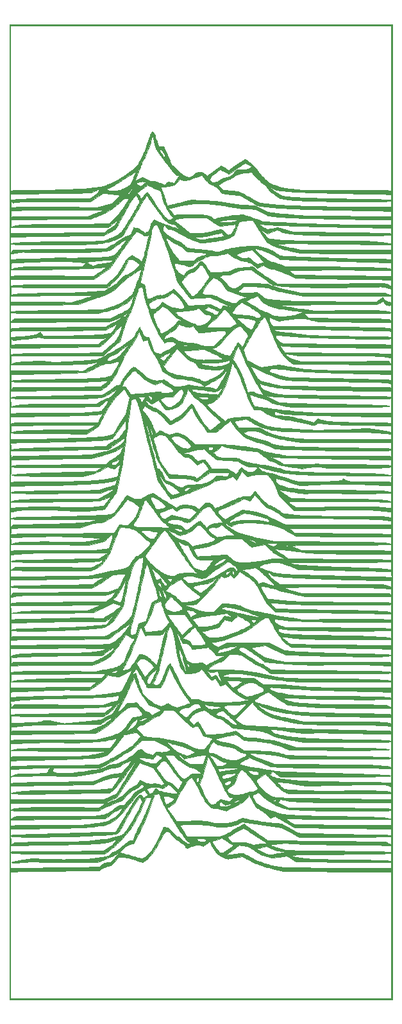
<source format=gbr>
%TF.GenerationSoftware,KiCad,Pcbnew,(5.1.6-0)*%
%TF.CreationDate,2020-09-07T10:46:08-07:00*%
%TF.ProjectId,panel_board,70616e65-6c5f-4626-9f61-72642e6b6963,rev?*%
%TF.SameCoordinates,Original*%
%TF.FileFunction,Legend,Top*%
%TF.FilePolarity,Positive*%
%FSLAX46Y46*%
G04 Gerber Fmt 4.6, Leading zero omitted, Abs format (unit mm)*
G04 Created by KiCad (PCBNEW (5.1.6-0)) date 2020-09-07 10:46:08*
%MOMM*%
%LPD*%
G01*
G04 APERTURE LIST*
%ADD10C,0.010000*%
G04 APERTURE END LIST*
D10*
%TO.C,G\u002A\u002A\u002A*%
G36*
X118382873Y-164510901D02*
G01*
X67837128Y-164510901D01*
X67837128Y-144170561D01*
X67964255Y-144170561D01*
X67964255Y-164383774D01*
X118255746Y-164383774D01*
X118255746Y-147685767D01*
X116647588Y-147669573D01*
X116445262Y-147667661D01*
X116195968Y-147665517D01*
X115903590Y-147663166D01*
X115572010Y-147660635D01*
X115205113Y-147657950D01*
X114806779Y-147655137D01*
X114380893Y-147652221D01*
X113931337Y-147649228D01*
X113461995Y-147646184D01*
X112976748Y-147643115D01*
X112479481Y-147640047D01*
X111974076Y-147637006D01*
X111464415Y-147634017D01*
X110954383Y-147631107D01*
X110475566Y-147628453D01*
X109981325Y-147625716D01*
X109491229Y-147622929D01*
X109008566Y-147620114D01*
X108536624Y-147617293D01*
X108078690Y-147614488D01*
X107638052Y-147611720D01*
X107217997Y-147609012D01*
X106821813Y-147606386D01*
X106452789Y-147603863D01*
X106114211Y-147601464D01*
X105809367Y-147599213D01*
X105541544Y-147597130D01*
X105314031Y-147595239D01*
X105130116Y-147593559D01*
X104993084Y-147592114D01*
X104970961Y-147591848D01*
X104030221Y-147580170D01*
X103242032Y-147400253D01*
X102882666Y-147317225D01*
X102565598Y-147241541D01*
X102283184Y-147170979D01*
X102027780Y-147103317D01*
X101791741Y-147036334D01*
X101567423Y-146967807D01*
X101347182Y-146895516D01*
X101123374Y-146817238D01*
X100888353Y-146730752D01*
X100724915Y-146668683D01*
X100543981Y-146598096D01*
X100375796Y-146529576D01*
X100212242Y-146459346D01*
X100045202Y-146383627D01*
X99866558Y-146298639D01*
X99668192Y-146200604D01*
X99441988Y-146085743D01*
X99179827Y-145950278D01*
X99164515Y-145942316D01*
X98595706Y-145646484D01*
X97626277Y-145801079D01*
X97375851Y-145840788D01*
X97170563Y-145872703D01*
X97005393Y-145897408D01*
X96875324Y-145915487D01*
X96775336Y-145927526D01*
X96700412Y-145934109D01*
X96645532Y-145935821D01*
X96605679Y-145933246D01*
X96575833Y-145926968D01*
X96567858Y-145924372D01*
X96395974Y-145861368D01*
X96215006Y-145790605D01*
X96034930Y-145716378D01*
X95865727Y-145642985D01*
X95717372Y-145574722D01*
X95599845Y-145515884D01*
X95539912Y-145481767D01*
X95498180Y-145452197D01*
X96407091Y-145452197D01*
X96411992Y-145455807D01*
X96425225Y-145454711D01*
X96443603Y-145451553D01*
X96444711Y-145451371D01*
X96504231Y-145442599D01*
X96604073Y-145428986D01*
X96737612Y-145411359D01*
X96898226Y-145390545D01*
X97079292Y-145367372D01*
X97274188Y-145342667D01*
X97476290Y-145317256D01*
X97678976Y-145291969D01*
X97875622Y-145267630D01*
X98059606Y-145245069D01*
X98224305Y-145225112D01*
X98363096Y-145208586D01*
X98469356Y-145196318D01*
X98536463Y-145189136D01*
X98556632Y-145187578D01*
X98597760Y-145199507D01*
X98676452Y-145233117D01*
X98785965Y-145285139D01*
X98919554Y-145352306D01*
X99070474Y-145431349D01*
X99165797Y-145482713D01*
X99470226Y-145647354D01*
X99737663Y-145789358D01*
X99974886Y-145911970D01*
X100188676Y-146018433D01*
X100385813Y-146111990D01*
X100573076Y-146195886D01*
X100757244Y-146273364D01*
X100945099Y-146347668D01*
X101080871Y-146398954D01*
X101503346Y-146544165D01*
X101945928Y-146672712D01*
X102414043Y-146785730D01*
X102913117Y-146884350D01*
X103448578Y-146969706D01*
X104025851Y-147042931D01*
X104309900Y-147073151D01*
X104381033Y-147077686D01*
X104502842Y-147082098D01*
X104675154Y-147086388D01*
X104897793Y-147090555D01*
X105170587Y-147094596D01*
X105493360Y-147098511D01*
X105865939Y-147102299D01*
X106288149Y-147105958D01*
X106759816Y-147109489D01*
X107280765Y-147112889D01*
X107850824Y-147116158D01*
X108469817Y-147119295D01*
X109137570Y-147122298D01*
X109853909Y-147125166D01*
X110618661Y-147127899D01*
X111431649Y-147130496D01*
X112292702Y-147132955D01*
X113201643Y-147135275D01*
X114158299Y-147137455D01*
X115162497Y-147139494D01*
X115287328Y-147139732D01*
X118255746Y-147145336D01*
X118255746Y-146332981D01*
X118186635Y-146359257D01*
X118118312Y-146374897D01*
X118001485Y-146388836D01*
X117838472Y-146400985D01*
X117631594Y-146411254D01*
X117383171Y-146419555D01*
X117095523Y-146425797D01*
X116770970Y-146429893D01*
X116411833Y-146431752D01*
X116297988Y-146431860D01*
X116176611Y-146431824D01*
X116057002Y-146431693D01*
X115936973Y-146431440D01*
X115814334Y-146431040D01*
X115686896Y-146430466D01*
X115552470Y-146429693D01*
X115408868Y-146428695D01*
X115253900Y-146427446D01*
X115085378Y-146425920D01*
X114901112Y-146424091D01*
X114698914Y-146421933D01*
X114476594Y-146419421D01*
X114231964Y-146416527D01*
X113962834Y-146413228D01*
X113667016Y-146409496D01*
X113342321Y-146405305D01*
X112986559Y-146400630D01*
X112597542Y-146395445D01*
X112173081Y-146389724D01*
X111710986Y-146383441D01*
X111209069Y-146376571D01*
X110665141Y-146369086D01*
X110077012Y-146360962D01*
X109442495Y-146352172D01*
X108759399Y-146342690D01*
X108733924Y-146342336D01*
X105606597Y-146298895D01*
X105000783Y-145917664D01*
X104394968Y-145536433D01*
X103370024Y-145680601D01*
X102345080Y-145824770D01*
X101852816Y-145669137D01*
X101515997Y-145557989D01*
X101324711Y-145487924D01*
X105083271Y-145487924D01*
X105120089Y-145519673D01*
X105192281Y-145558106D01*
X105292914Y-145600211D01*
X105415055Y-145642977D01*
X105551772Y-145683392D01*
X105641940Y-145706213D01*
X105815487Y-145744441D01*
X106001344Y-145779770D01*
X106201898Y-145812331D01*
X106419536Y-145842253D01*
X106656645Y-145869666D01*
X106915613Y-145894699D01*
X107198825Y-145917482D01*
X107508668Y-145938146D01*
X107847531Y-145956818D01*
X108217798Y-145973630D01*
X108621858Y-145988711D01*
X109062097Y-146002191D01*
X109540901Y-146014199D01*
X110060659Y-146024865D01*
X110623756Y-146034319D01*
X111232580Y-146042691D01*
X111889517Y-146050109D01*
X111988379Y-146051108D01*
X112659449Y-146058009D01*
X113281489Y-146064868D01*
X113856320Y-146071743D01*
X114385762Y-146078689D01*
X114871636Y-146085760D01*
X115315762Y-146093014D01*
X115719962Y-146100505D01*
X116086056Y-146108289D01*
X116415865Y-146116421D01*
X116711209Y-146124958D01*
X116973909Y-146133954D01*
X117205786Y-146143466D01*
X117408661Y-146153548D01*
X117584354Y-146164258D01*
X117734685Y-146175649D01*
X117861476Y-146187778D01*
X117966547Y-146200700D01*
X118051720Y-146214470D01*
X118118813Y-146229146D01*
X118154044Y-146239344D01*
X118243033Y-146268415D01*
X118249906Y-145736988D01*
X118251458Y-145577977D01*
X118251871Y-145436917D01*
X118251203Y-145321457D01*
X118249511Y-145239245D01*
X118246851Y-145197931D01*
X118245872Y-145194654D01*
X118217733Y-145192579D01*
X118149554Y-145195182D01*
X118051873Y-145201887D01*
X117946607Y-145211030D01*
X117758960Y-145226052D01*
X117522624Y-145240328D01*
X117239759Y-145253818D01*
X116912521Y-145266482D01*
X116543069Y-145278280D01*
X116133560Y-145289174D01*
X115686153Y-145299123D01*
X115203004Y-145308089D01*
X114686273Y-145316031D01*
X114138117Y-145322910D01*
X113560694Y-145328686D01*
X112956162Y-145333321D01*
X112326678Y-145336774D01*
X111674401Y-145339005D01*
X111001488Y-145339977D01*
X110907798Y-145340009D01*
X110328218Y-145340703D01*
X109768182Y-145342499D01*
X109229705Y-145345353D01*
X108714804Y-145349222D01*
X108225492Y-145354062D01*
X107763787Y-145359830D01*
X107331703Y-145366482D01*
X106931255Y-145373974D01*
X106564458Y-145382264D01*
X106233329Y-145391307D01*
X105939883Y-145401059D01*
X105686134Y-145411478D01*
X105474098Y-145422519D01*
X105305791Y-145434139D01*
X105183228Y-145446295D01*
X105108424Y-145458942D01*
X105088757Y-145465871D01*
X105083271Y-145487924D01*
X101324711Y-145487924D01*
X101221957Y-145450287D01*
X100963105Y-145342500D01*
X100731848Y-145231092D01*
X100520595Y-145112531D01*
X100321756Y-144983284D01*
X100216407Y-144907457D01*
X99973876Y-144731525D01*
X99827796Y-144633033D01*
X100350890Y-144633033D01*
X100377633Y-144647908D01*
X100445122Y-144681653D01*
X100547997Y-144731696D01*
X100680895Y-144795460D01*
X100838457Y-144870373D01*
X101015320Y-144953861D01*
X101183094Y-145032578D01*
X101371453Y-145120754D01*
X101544384Y-145201797D01*
X101696697Y-145273267D01*
X101823202Y-145332726D01*
X101918710Y-145377734D01*
X101978030Y-145405852D01*
X101996187Y-145414703D01*
X102020181Y-145411901D01*
X102087395Y-145403116D01*
X102190672Y-145389307D01*
X102322857Y-145371434D01*
X102476794Y-145350457D01*
X102555546Y-145339672D01*
X102915295Y-145289133D01*
X103225588Y-145242939D01*
X103487614Y-145200860D01*
X103702563Y-145162661D01*
X103871623Y-145128112D01*
X103995983Y-145096979D01*
X104076832Y-145069031D01*
X104115359Y-145044034D01*
X104119210Y-145034034D01*
X104093871Y-145010018D01*
X104018172Y-144987301D01*
X103892590Y-144965973D01*
X103717601Y-144946127D01*
X103610701Y-144936704D01*
X103370558Y-144910322D01*
X103145823Y-144869929D01*
X102925958Y-144812194D01*
X102700429Y-144733784D01*
X102458698Y-144631365D01*
X102190231Y-144501606D01*
X102117524Y-144464412D01*
X101797787Y-144299318D01*
X101064783Y-144456619D01*
X100880637Y-144496888D01*
X100714713Y-144534622D01*
X100572942Y-144568354D01*
X100461252Y-144596620D01*
X100385576Y-144617954D01*
X100351843Y-144630891D01*
X100350890Y-144633033D01*
X99827796Y-144633033D01*
X99759923Y-144587271D01*
X99566475Y-144471124D01*
X99385460Y-144379512D01*
X99208805Y-144308863D01*
X99028438Y-144255604D01*
X98836285Y-144216165D01*
X98624276Y-144186973D01*
X98576467Y-144181809D01*
X98442401Y-144168463D01*
X98320036Y-144157310D01*
X98221628Y-144149400D01*
X98159436Y-144145778D01*
X98153361Y-144145664D01*
X98126704Y-144150258D01*
X98089246Y-144166089D01*
X98037254Y-144195780D01*
X97966999Y-144241953D01*
X97874748Y-144307235D01*
X97756772Y-144394247D01*
X97609338Y-144505613D01*
X97428716Y-144643958D01*
X97263471Y-144771449D01*
X97050047Y-144936455D01*
X96873624Y-145072946D01*
X96731016Y-145183569D01*
X96619037Y-145270968D01*
X96534502Y-145337789D01*
X96474226Y-145386677D01*
X96435022Y-145420278D01*
X96413705Y-145441236D01*
X96407091Y-145452197D01*
X95498180Y-145452197D01*
X95307872Y-145317351D01*
X95099094Y-145126548D01*
X94910087Y-144904649D01*
X94737357Y-144646947D01*
X94577410Y-144348734D01*
X94426754Y-144005302D01*
X94406634Y-143954445D01*
X94362377Y-143843175D01*
X94323655Y-143749385D01*
X94294754Y-143683222D01*
X94280247Y-143655141D01*
X94255955Y-143663992D01*
X94197897Y-143699980D01*
X94112279Y-143758807D01*
X94005303Y-143836173D01*
X93883176Y-143927779D01*
X93849069Y-143953889D01*
X93722820Y-144049883D01*
X93609188Y-144134274D01*
X93514649Y-144202417D01*
X93445677Y-144249664D01*
X93408748Y-144271370D01*
X93405370Y-144272263D01*
X93369383Y-144263517D01*
X93299179Y-144240214D01*
X93207725Y-144206753D01*
X93172984Y-144193412D01*
X93082417Y-144159312D01*
X93010731Y-144137360D01*
X92942693Y-144125526D01*
X92863068Y-144121776D01*
X92756624Y-144124078D01*
X92677768Y-144127334D01*
X92543077Y-144135927D01*
X92417296Y-144150859D01*
X92291314Y-144174488D01*
X92156017Y-144209171D01*
X92002292Y-144257268D01*
X91821026Y-144321136D01*
X91603107Y-144403133D01*
X91584731Y-144410195D01*
X91457041Y-144458935D01*
X91346377Y-144500438D01*
X91261275Y-144531562D01*
X91210271Y-144549163D01*
X91199794Y-144551942D01*
X91178290Y-144533303D01*
X91132117Y-144482604D01*
X91068146Y-144407674D01*
X90996135Y-144319919D01*
X90841795Y-144141858D01*
X90674798Y-143977107D01*
X90485431Y-143817230D01*
X90263982Y-143653793D01*
X90105727Y-143546587D01*
X89892116Y-143400912D01*
X89714793Y-143267944D01*
X89563980Y-143138857D01*
X89429898Y-143004824D01*
X89302769Y-142857019D01*
X89212263Y-142740077D01*
X89086679Y-142579929D01*
X88978321Y-142460434D01*
X88881569Y-142376813D01*
X88790802Y-142324287D01*
X88700402Y-142298079D01*
X88690799Y-142296672D01*
X88582787Y-142294371D01*
X88482164Y-142319967D01*
X88385609Y-142376813D01*
X88289800Y-142468262D01*
X88191415Y-142597669D01*
X88087131Y-142768386D01*
X87973628Y-142983767D01*
X87937510Y-143057125D01*
X87739111Y-143444983D01*
X87516968Y-143843091D01*
X87277149Y-144242126D01*
X87025722Y-144632761D01*
X86768753Y-145005673D01*
X86512311Y-145351537D01*
X86262462Y-145661028D01*
X86184287Y-145751550D01*
X86104500Y-145835684D01*
X86004664Y-145931086D01*
X85892223Y-146031701D01*
X85774627Y-146131472D01*
X85659320Y-146224344D01*
X85553749Y-146304262D01*
X85465361Y-146365170D01*
X85401603Y-146401011D01*
X85377062Y-146407998D01*
X85342790Y-146399976D01*
X85267830Y-146377479D01*
X85159477Y-146342863D01*
X85025028Y-146298485D01*
X84871779Y-146246700D01*
X84781083Y-146215556D01*
X84393879Y-146085012D01*
X84047917Y-145975386D01*
X83738592Y-145885592D01*
X83461302Y-145814543D01*
X83211444Y-145761154D01*
X82984415Y-145724339D01*
X82775612Y-145703012D01*
X82580433Y-145696087D01*
X82579203Y-145696086D01*
X82263103Y-145696086D01*
X82007306Y-146007576D01*
X81812658Y-146237536D01*
X81638279Y-146427077D01*
X81479156Y-146579901D01*
X81330277Y-146699710D01*
X81186629Y-146790205D01*
X81043198Y-146855087D01*
X80894972Y-146898059D01*
X80773493Y-146918662D01*
X80543852Y-146963224D01*
X80328825Y-147039952D01*
X80116344Y-147154053D01*
X79932231Y-147281658D01*
X79683290Y-147469828D01*
X78826225Y-147486284D01*
X78684981Y-147488823D01*
X78497382Y-147491921D01*
X78267920Y-147495515D01*
X78001087Y-147499540D01*
X77701375Y-147503935D01*
X77373276Y-147508634D01*
X77021282Y-147513575D01*
X76649885Y-147518693D01*
X76263576Y-147523926D01*
X75866849Y-147529209D01*
X75464195Y-147534479D01*
X75060105Y-147539672D01*
X75007097Y-147540346D01*
X74580911Y-147545793D01*
X74140495Y-147551488D01*
X73691922Y-147557350D01*
X73241262Y-147563298D01*
X72794586Y-147569248D01*
X72357966Y-147575119D01*
X71937472Y-147580830D01*
X71539175Y-147586297D01*
X71169147Y-147591440D01*
X70833459Y-147596177D01*
X70538182Y-147600424D01*
X70354245Y-147603131D01*
X70054584Y-147607517D01*
X69761502Y-147611663D01*
X69480357Y-147615501D01*
X69216504Y-147618964D01*
X68975300Y-147621987D01*
X68762104Y-147624501D01*
X68582270Y-147626442D01*
X68441156Y-147627742D01*
X68344119Y-147628334D01*
X68326567Y-147628364D01*
X67989680Y-147628419D01*
X67989680Y-147145336D01*
X68949490Y-147145326D01*
X69089173Y-147145206D01*
X69237367Y-147144831D01*
X69396191Y-147144175D01*
X69567761Y-147143215D01*
X69754195Y-147141924D01*
X69957611Y-147140278D01*
X70180125Y-147138252D01*
X70423856Y-147135820D01*
X70690919Y-147132957D01*
X70983434Y-147129638D01*
X71303517Y-147125838D01*
X71653286Y-147121532D01*
X72034857Y-147116694D01*
X72450349Y-147111300D01*
X72901879Y-147105325D01*
X73391564Y-147098743D01*
X73921522Y-147091529D01*
X74493869Y-147083658D01*
X75110724Y-147075104D01*
X75774204Y-147065844D01*
X76481457Y-147055921D01*
X76853275Y-147050724D01*
X77215388Y-147045724D01*
X77563981Y-147040970D01*
X77895241Y-147036511D01*
X78205355Y-147032396D01*
X78490510Y-147028676D01*
X78746893Y-147025399D01*
X78970689Y-147022615D01*
X79158087Y-147020373D01*
X79305272Y-147018722D01*
X79408432Y-147017713D01*
X79456232Y-147017401D01*
X79748939Y-147016593D01*
X79873000Y-146836777D01*
X79971719Y-146709047D01*
X80076069Y-146609264D01*
X80194044Y-146533940D01*
X80333636Y-146479585D01*
X80502839Y-146442710D01*
X80709647Y-146419825D01*
X80846694Y-146411736D01*
X81207112Y-146395286D01*
X81701201Y-145810501D01*
X81824554Y-145663943D01*
X81936172Y-145530246D01*
X82032107Y-145414225D01*
X82108413Y-145320695D01*
X82161141Y-145254470D01*
X82186346Y-145220365D01*
X82187898Y-145216842D01*
X82163823Y-145224706D01*
X82099387Y-145251286D01*
X82000421Y-145294025D01*
X81872753Y-145350369D01*
X81722212Y-145417762D01*
X81554627Y-145493651D01*
X81511370Y-145513369D01*
X81294575Y-145611915D01*
X81047280Y-145723656D01*
X80785557Y-145841372D01*
X80525479Y-145957845D01*
X80283119Y-146065855D01*
X80147237Y-146126097D01*
X79452242Y-146433424D01*
X76511401Y-146433115D01*
X75873456Y-146432642D01*
X75285199Y-146431352D01*
X74745473Y-146429225D01*
X74253120Y-146426240D01*
X73806984Y-146422377D01*
X73405907Y-146417617D01*
X73048734Y-146411940D01*
X72734306Y-146405327D01*
X72461467Y-146397756D01*
X72229061Y-146389209D01*
X72035929Y-146379666D01*
X71880915Y-146369106D01*
X71762862Y-146357510D01*
X71714505Y-146350878D01*
X71575543Y-146335939D01*
X71393671Y-146327065D01*
X71176453Y-146324120D01*
X70931451Y-146326973D01*
X70666227Y-146335488D01*
X70388344Y-146349532D01*
X70105364Y-146368971D01*
X69947438Y-146382167D01*
X69728987Y-146400043D01*
X69501038Y-146415802D01*
X69270542Y-146429209D01*
X69044447Y-146440031D01*
X68829705Y-146448037D01*
X68633264Y-146452992D01*
X68462076Y-146454663D01*
X68323091Y-146452818D01*
X68223258Y-146447222D01*
X68182240Y-146441373D01*
X68116992Y-146421218D01*
X68077430Y-146398313D01*
X68073431Y-146392284D01*
X68090953Y-146368573D01*
X68154244Y-146339633D01*
X68258592Y-146306356D01*
X68399285Y-146269637D01*
X68571610Y-146230367D01*
X68770856Y-146189441D01*
X68992310Y-146147751D01*
X69231260Y-146106191D01*
X69482995Y-146065654D01*
X69742802Y-146027033D01*
X70005969Y-145991221D01*
X70267784Y-145959112D01*
X70481372Y-145935843D01*
X70609030Y-145923441D01*
X70723882Y-145914183D01*
X70833522Y-145908144D01*
X70945544Y-145905401D01*
X71067543Y-145906030D01*
X71207113Y-145910107D01*
X71371849Y-145917709D01*
X71569343Y-145928911D01*
X71807191Y-145943790D01*
X71905196Y-145950129D01*
X72174770Y-145965130D01*
X72489131Y-145978226D01*
X72842250Y-145989393D01*
X73228098Y-145998605D01*
X73640645Y-146005839D01*
X74073862Y-146011070D01*
X74521721Y-146014273D01*
X74978191Y-146015423D01*
X75437244Y-146014497D01*
X75892851Y-146011470D01*
X76338982Y-146006317D01*
X76769609Y-145999014D01*
X77178701Y-145989536D01*
X77560231Y-145977858D01*
X77676767Y-145973606D01*
X77940802Y-145962954D01*
X78163415Y-145952335D01*
X78354028Y-145940851D01*
X78522061Y-145927605D01*
X78676937Y-145911701D01*
X78828075Y-145892242D01*
X78984897Y-145868330D01*
X79156824Y-145839070D01*
X79233223Y-145825435D01*
X79404999Y-145795619D01*
X79590405Y-145765337D01*
X79770223Y-145737613D01*
X79925236Y-145715472D01*
X79965055Y-145710240D01*
X80170298Y-145683872D01*
X80332245Y-145662350D01*
X80458057Y-145644216D01*
X80554898Y-145628011D01*
X80629930Y-145612275D01*
X80690315Y-145595550D01*
X80743216Y-145576376D01*
X80795793Y-145553294D01*
X80840751Y-145531851D01*
X80947610Y-145471474D01*
X81067306Y-145390597D01*
X81176946Y-145304901D01*
X81194796Y-145289328D01*
X81337587Y-145168029D01*
X81460231Y-145078878D01*
X81465854Y-145075709D01*
X82336403Y-145075709D01*
X82361160Y-145083626D01*
X82429524Y-145103985D01*
X82536203Y-145135262D01*
X82675906Y-145175938D01*
X82843344Y-145224493D01*
X83033224Y-145279404D01*
X83240257Y-145339152D01*
X83459151Y-145402216D01*
X83684616Y-145467074D01*
X83911361Y-145532207D01*
X84134095Y-145596094D01*
X84347528Y-145657213D01*
X84546369Y-145714044D01*
X84725326Y-145765067D01*
X84879110Y-145808760D01*
X85002429Y-145843603D01*
X85089993Y-145868075D01*
X85136511Y-145880656D01*
X85139130Y-145881305D01*
X85254271Y-145894915D01*
X85366331Y-145874217D01*
X85464149Y-145832407D01*
X85677253Y-145711365D01*
X85873933Y-145569927D01*
X86064140Y-145399791D01*
X86257827Y-145192654D01*
X86323890Y-145115138D01*
X86601387Y-144757569D01*
X86875423Y-144354129D01*
X87143134Y-143909794D01*
X87401658Y-143429541D01*
X87648128Y-142918345D01*
X87835071Y-142489568D01*
X87898644Y-142337050D01*
X87959050Y-142192418D01*
X88012234Y-142065357D01*
X88054142Y-141965555D01*
X88080720Y-141902696D01*
X88081298Y-141901342D01*
X88132879Y-141780571D01*
X88354790Y-141780571D01*
X88472307Y-141782843D01*
X88556598Y-141791883D01*
X88625172Y-141811032D01*
X88695536Y-141843629D01*
X88701259Y-141846647D01*
X88859449Y-141946738D01*
X89031474Y-142084496D01*
X89208361Y-142252139D01*
X89363364Y-142421044D01*
X89494937Y-142566524D01*
X89628552Y-142700636D01*
X89757283Y-142817380D01*
X89874203Y-142910756D01*
X89972384Y-142974763D01*
X90032663Y-143000760D01*
X90139086Y-143042969D01*
X90258844Y-143117247D01*
X90396343Y-143226843D01*
X90555987Y-143375002D01*
X90601384Y-143419959D01*
X90770996Y-143584479D01*
X90917237Y-143712848D01*
X91047551Y-143809365D01*
X91169381Y-143878331D01*
X91290172Y-143924043D01*
X91417367Y-143950802D01*
X91539980Y-143962059D01*
X91639121Y-143965580D01*
X91715515Y-143965394D01*
X91757691Y-143961663D01*
X91762453Y-143958935D01*
X91743652Y-143938342D01*
X91692794Y-143893887D01*
X91618191Y-143832626D01*
X91549169Y-143777948D01*
X91439689Y-143688025D01*
X91326941Y-143588119D01*
X91228986Y-143494491D01*
X91194132Y-143458294D01*
X91071816Y-143317627D01*
X91008322Y-143238084D01*
X92525216Y-143238084D01*
X92537353Y-143282213D01*
X92568076Y-143352803D01*
X92608851Y-143433298D01*
X92651146Y-143507144D01*
X92686428Y-143557785D01*
X92694097Y-143565737D01*
X92810769Y-143639918D01*
X92959848Y-143691492D01*
X93127451Y-143718912D01*
X93299699Y-143720627D01*
X93462712Y-143695090D01*
X93559157Y-143662267D01*
X93633745Y-143619379D01*
X94507908Y-143619379D01*
X94550093Y-143685210D01*
X94575966Y-143724049D01*
X94626207Y-143798136D01*
X94696305Y-143900868D01*
X94781747Y-144025641D01*
X94878020Y-144165851D01*
X94950789Y-144271606D01*
X95107789Y-144496196D01*
X95242092Y-144680463D01*
X95356756Y-144827931D01*
X95454840Y-144942126D01*
X95539402Y-145026571D01*
X95613499Y-145084790D01*
X95680191Y-145120307D01*
X95690681Y-145124225D01*
X95756361Y-145147109D01*
X95799889Y-145157199D01*
X95841162Y-145154458D01*
X95900075Y-145138847D01*
X95950692Y-145123725D01*
X96028358Y-145092646D01*
X96131143Y-145040584D01*
X96242796Y-144976123D01*
X96304906Y-144936640D01*
X96395976Y-144875057D01*
X96507363Y-144797614D01*
X96632514Y-144709091D01*
X96764876Y-144614272D01*
X96897896Y-144517939D01*
X97025022Y-144424874D01*
X97139700Y-144339860D01*
X97235378Y-144267679D01*
X97305502Y-144213114D01*
X97343519Y-144180946D01*
X97348392Y-144175100D01*
X97328915Y-144157361D01*
X97280256Y-144122257D01*
X102066193Y-144122257D01*
X102096444Y-144133277D01*
X102170113Y-144157828D01*
X102282083Y-144194269D01*
X102427237Y-144240960D01*
X102600458Y-144296257D01*
X102796629Y-144358521D01*
X103010634Y-144426110D01*
X103156680Y-144472059D01*
X104215472Y-144804676D01*
X106665389Y-144842948D01*
X107067613Y-144849054D01*
X107511832Y-144855480D01*
X107989194Y-144862113D01*
X108490843Y-144868842D01*
X109007926Y-144875555D01*
X109531590Y-144882140D01*
X110052981Y-144888485D01*
X110563246Y-144894478D01*
X111053530Y-144900007D01*
X111514980Y-144904961D01*
X111810401Y-144907969D01*
X112474394Y-144914694D01*
X113089514Y-144921225D01*
X113657737Y-144927617D01*
X114181040Y-144933927D01*
X114661400Y-144940208D01*
X115100794Y-144946516D01*
X115501199Y-144952906D01*
X115864591Y-144959433D01*
X116192948Y-144966152D01*
X116488245Y-144973117D01*
X116752460Y-144980385D01*
X116987571Y-144988010D01*
X117195552Y-144996047D01*
X117378382Y-145004551D01*
X117538037Y-145013577D01*
X117676494Y-145023181D01*
X117795730Y-145033416D01*
X117897721Y-145044340D01*
X117984445Y-145056005D01*
X118057878Y-145068468D01*
X118119997Y-145081784D01*
X118128619Y-145083897D01*
X118192769Y-145099349D01*
X118233836Y-145108242D01*
X118236677Y-145108699D01*
X118242705Y-145085449D01*
X118247949Y-145019231D01*
X118252086Y-144917922D01*
X118254792Y-144789404D01*
X118255746Y-144643875D01*
X118255746Y-144176448D01*
X117410351Y-144160656D01*
X117259326Y-144158059D01*
X117062657Y-144155035D01*
X116825543Y-144151648D01*
X116553190Y-144147965D01*
X116250799Y-144144050D01*
X115923573Y-144139967D01*
X115576716Y-144135782D01*
X115215428Y-144131560D01*
X114844914Y-144127365D01*
X114470376Y-144123262D01*
X114097017Y-144119316D01*
X114085976Y-144119201D01*
X113169031Y-144109389D01*
X112302337Y-144099452D01*
X111485295Y-144089377D01*
X110717306Y-144079148D01*
X109997770Y-144068754D01*
X109326087Y-144058178D01*
X108701660Y-144047409D01*
X108123887Y-144036430D01*
X107592170Y-144025230D01*
X107105910Y-144013793D01*
X106664506Y-144002105D01*
X106267360Y-143990153D01*
X105913873Y-143977923D01*
X105603444Y-143965400D01*
X105335475Y-143952572D01*
X105109366Y-143939422D01*
X104924518Y-143925939D01*
X104780331Y-143912107D01*
X104689582Y-143900112D01*
X104577498Y-143884158D01*
X104475589Y-143874742D01*
X104369821Y-143871582D01*
X104246159Y-143874397D01*
X104090568Y-143882906D01*
X104030148Y-143886894D01*
X103898419Y-143897053D01*
X103740989Y-143911197D01*
X103563989Y-143928591D01*
X103373553Y-143948500D01*
X103175814Y-143970189D01*
X102976905Y-143992923D01*
X102782959Y-144015967D01*
X102600109Y-144038586D01*
X102434488Y-144060045D01*
X102292229Y-144079610D01*
X102179465Y-144096544D01*
X102102329Y-144110113D01*
X102066954Y-144119582D01*
X102066193Y-144122257D01*
X97280256Y-144122257D01*
X97270476Y-144115202D01*
X97177144Y-144051295D01*
X97052990Y-143968317D01*
X96902082Y-143868940D01*
X96728491Y-143755840D01*
X96536284Y-143631690D01*
X96329532Y-143499165D01*
X96112304Y-143360939D01*
X96035562Y-143312346D01*
X95864517Y-143204181D01*
X95186213Y-143411780D01*
X94507908Y-143619379D01*
X93633745Y-143619379D01*
X93635234Y-143618523D01*
X93696103Y-143565739D01*
X93708278Y-143550016D01*
X93736040Y-143499086D01*
X93732960Y-143460138D01*
X93711231Y-143422640D01*
X93656047Y-143364911D01*
X93571442Y-143319154D01*
X93452866Y-143284254D01*
X93295766Y-143259093D01*
X93095592Y-143242556D01*
X92951091Y-143236249D01*
X92810411Y-143232551D01*
X92689327Y-143231060D01*
X92596149Y-143231739D01*
X92539181Y-143234554D01*
X92525216Y-143238084D01*
X91008322Y-143238084D01*
X90927151Y-143136398D01*
X90883637Y-143078713D01*
X96634301Y-143078713D01*
X96643448Y-143103011D01*
X96683101Y-143157357D01*
X96748131Y-143235526D01*
X96833405Y-143331291D01*
X96911818Y-143415406D01*
X97211881Y-143731336D01*
X97938668Y-143746428D01*
X98138069Y-143751402D01*
X98331624Y-143757773D01*
X98510361Y-143765127D01*
X98665310Y-143773054D01*
X98787499Y-143781142D01*
X98867957Y-143788979D01*
X98868859Y-143789101D01*
X99022545Y-143813317D01*
X99179744Y-143843936D01*
X99328324Y-143878067D01*
X99456153Y-143912824D01*
X99551098Y-143945317D01*
X99579715Y-143958353D01*
X99753720Y-144038121D01*
X99908880Y-144081659D01*
X100059810Y-144091030D01*
X100221122Y-144068299D01*
X100271662Y-144056068D01*
X100361363Y-144036743D01*
X100480732Y-144018208D01*
X100634040Y-144000009D01*
X100825557Y-143981691D01*
X101059553Y-143962799D01*
X101326728Y-143943796D01*
X101505405Y-143928953D01*
X101636618Y-143911474D01*
X101723717Y-143890619D01*
X101770053Y-143865650D01*
X101780070Y-143843818D01*
X101759749Y-143821035D01*
X101708029Y-143785294D01*
X101672012Y-143764249D01*
X101572219Y-143706669D01*
X101435906Y-143624397D01*
X101268761Y-143521101D01*
X101076475Y-143400446D01*
X100864736Y-143266097D01*
X100639235Y-143121722D01*
X100405661Y-142970985D01*
X100169704Y-142817554D01*
X99937052Y-142665094D01*
X99713395Y-142517270D01*
X99504423Y-142377750D01*
X99315825Y-142250199D01*
X99214882Y-142180987D01*
X98772717Y-141875880D01*
X98630097Y-141933280D01*
X98486909Y-141994326D01*
X98315265Y-142072820D01*
X98129458Y-142161749D01*
X97943778Y-142254104D01*
X97772517Y-142342872D01*
X97629966Y-142421043D01*
X97597588Y-142439815D01*
X97518056Y-142488304D01*
X97413351Y-142554493D01*
X97291483Y-142633068D01*
X97160460Y-142718719D01*
X97028294Y-142806132D01*
X96902992Y-142889995D01*
X96792564Y-142964996D01*
X96705021Y-143025824D01*
X96648370Y-143067165D01*
X96634301Y-143078713D01*
X90883637Y-143078713D01*
X90762690Y-142918382D01*
X90580987Y-142667350D01*
X90384595Y-142387079D01*
X90176067Y-142081342D01*
X89957957Y-141753913D01*
X89846790Y-141583390D01*
X90313204Y-141583390D01*
X90326823Y-141608610D01*
X90365457Y-141670893D01*
X90425764Y-141765090D01*
X90504405Y-141886052D01*
X90598042Y-142028628D01*
X90703333Y-142187670D01*
X90771093Y-142289426D01*
X91228982Y-142975566D01*
X91781753Y-142975965D01*
X91930268Y-142976815D01*
X92120591Y-142979072D01*
X92343704Y-142982566D01*
X92590587Y-142987126D01*
X92852224Y-142992582D01*
X93119595Y-142998765D01*
X93383683Y-143005503D01*
X93465956Y-143007747D01*
X93832738Y-143017508D01*
X94153339Y-143024908D01*
X94432386Y-143029689D01*
X94674505Y-143031597D01*
X94884323Y-143030375D01*
X95066466Y-143025766D01*
X95225562Y-143017515D01*
X95366235Y-143005365D01*
X95493114Y-142989061D01*
X95610825Y-142968346D01*
X95723994Y-142942963D01*
X95837247Y-142912658D01*
X95955211Y-142877173D01*
X95983073Y-142868386D01*
X96151922Y-142811762D01*
X96299789Y-142754237D01*
X96438884Y-142689645D01*
X96581417Y-142611822D01*
X96739598Y-142514603D01*
X96921726Y-142394460D01*
X97149594Y-142243244D01*
X97355705Y-142112306D01*
X97553046Y-141994211D01*
X97754600Y-141881523D01*
X97973352Y-141766809D01*
X98222288Y-141642632D01*
X98305736Y-141601965D01*
X98815102Y-141354811D01*
X99159798Y-141614581D01*
X99338614Y-141746999D01*
X99549980Y-141899200D01*
X99795614Y-142072373D01*
X100077234Y-142267709D01*
X100396557Y-142486398D01*
X100755300Y-142729629D01*
X101155181Y-142998594D01*
X101203981Y-143031294D01*
X101886450Y-143488448D01*
X109721499Y-143603211D01*
X117556547Y-143717973D01*
X117899790Y-143905696D01*
X118018400Y-143970377D01*
X118120098Y-144025481D01*
X118197093Y-144066813D01*
X118241591Y-144090178D01*
X118249390Y-144093852D01*
X118251223Y-144069756D01*
X118252849Y-144002005D01*
X118254188Y-143897795D01*
X118255158Y-143764321D01*
X118255679Y-143608779D01*
X118255746Y-143526468D01*
X118255746Y-142958652D01*
X118109550Y-142978532D01*
X118034369Y-142988065D01*
X117953081Y-142996881D01*
X117863623Y-143005004D01*
X117763931Y-143012460D01*
X117651944Y-143019274D01*
X117525599Y-143025471D01*
X117382833Y-143031078D01*
X117221584Y-143036120D01*
X117039788Y-143040621D01*
X116835384Y-143044608D01*
X116606309Y-143048107D01*
X116350500Y-143051141D01*
X116065895Y-143053737D01*
X115750430Y-143055921D01*
X115402044Y-143057718D01*
X115018673Y-143059152D01*
X114598255Y-143060251D01*
X114138728Y-143061038D01*
X113638028Y-143061540D01*
X113094094Y-143061782D01*
X112504862Y-143061790D01*
X111868271Y-143061588D01*
X111398748Y-143061340D01*
X106054563Y-143058125D01*
X104889839Y-142430004D01*
X103725115Y-141801884D01*
X98468093Y-141074494D01*
X98172680Y-141235345D01*
X98044527Y-141302351D01*
X97914982Y-141365344D01*
X97799294Y-141417178D01*
X97713850Y-141450332D01*
X97510829Y-141509637D01*
X97269326Y-141567196D01*
X97001705Y-141621024D01*
X96720334Y-141669136D01*
X96437579Y-141709549D01*
X96165808Y-141740277D01*
X95917387Y-141759338D01*
X95754245Y-141764778D01*
X95613950Y-141765064D01*
X95502894Y-141761729D01*
X95405313Y-141752748D01*
X95305443Y-141736100D01*
X95187522Y-141709759D01*
X95042333Y-141673380D01*
X94880147Y-141634560D01*
X94704288Y-141596957D01*
X94534993Y-141564649D01*
X94392502Y-141541712D01*
X94381272Y-141540192D01*
X94109778Y-141507766D01*
X93809660Y-141478190D01*
X93488371Y-141451768D01*
X93153364Y-141428803D01*
X92812093Y-141409602D01*
X92472012Y-141394468D01*
X92140574Y-141383707D01*
X91825233Y-141377623D01*
X91533442Y-141376520D01*
X91272655Y-141380704D01*
X91050325Y-141390478D01*
X90936126Y-141399378D01*
X90820319Y-141415121D01*
X90696688Y-141439614D01*
X90575343Y-141469872D01*
X90466391Y-141502907D01*
X90379943Y-141535735D01*
X90326105Y-141565368D01*
X90313204Y-141583390D01*
X89846790Y-141583390D01*
X89732817Y-141408565D01*
X89503202Y-141049074D01*
X89271664Y-140679213D01*
X89040756Y-140302756D01*
X88889421Y-140051642D01*
X88699611Y-139732315D01*
X88534566Y-139449631D01*
X88414661Y-139238780D01*
X88647838Y-139238780D01*
X88662242Y-139264129D01*
X88703391Y-139326234D01*
X88768194Y-139420675D01*
X88853557Y-139543034D01*
X88956387Y-139688890D01*
X89073592Y-139853823D01*
X89202079Y-140033415D01*
X89270131Y-140128081D01*
X89892424Y-140992383D01*
X90032894Y-140991715D01*
X90091680Y-140990494D01*
X90194181Y-140987332D01*
X90333307Y-140982491D01*
X90501970Y-140976232D01*
X90693080Y-140968816D01*
X90899548Y-140960504D01*
X91050541Y-140954245D01*
X91530645Y-140936469D01*
X91979069Y-140924665D01*
X92393349Y-140918799D01*
X92771021Y-140918836D01*
X93109620Y-140924740D01*
X93406682Y-140936477D01*
X93659743Y-140954013D01*
X93866339Y-140977313D01*
X93974465Y-140995516D01*
X94078401Y-141021925D01*
X94196091Y-141060079D01*
X94266857Y-141087284D01*
X94409677Y-141140587D01*
X94560595Y-141182644D01*
X94728114Y-141214767D01*
X94920736Y-141238269D01*
X95146964Y-141254461D01*
X95415300Y-141264656D01*
X95416164Y-141264679D01*
X95987232Y-141262058D01*
X96523173Y-141223437D01*
X97024864Y-141148724D01*
X97419610Y-141058236D01*
X97591896Y-141009304D01*
X97737415Y-140960958D01*
X97872097Y-140906552D01*
X98011868Y-140839444D01*
X98172658Y-140752987D01*
X98234180Y-140718437D01*
X98540242Y-140545274D01*
X98984230Y-140641461D01*
X99301114Y-140708934D01*
X99602687Y-140770462D01*
X99894911Y-140826935D01*
X100183751Y-140879240D01*
X100475168Y-140928265D01*
X100775125Y-140974899D01*
X101089587Y-141020029D01*
X101424515Y-141064544D01*
X101785873Y-141109331D01*
X102179623Y-141155279D01*
X102611729Y-141203276D01*
X103088153Y-141254209D01*
X103123582Y-141257936D01*
X103717043Y-141320292D01*
X104800654Y-141931813D01*
X105884264Y-142543334D01*
X106114099Y-142543474D01*
X106193804Y-142544199D01*
X106316690Y-142546198D01*
X106475112Y-142549305D01*
X106661419Y-142553355D01*
X106867965Y-142558183D01*
X107087100Y-142563624D01*
X107271962Y-142568458D01*
X108075405Y-142589513D01*
X108889703Y-142609975D01*
X109708730Y-142629715D01*
X110526362Y-142648605D01*
X111336475Y-142666514D01*
X112132944Y-142683315D01*
X112909645Y-142698878D01*
X113660453Y-142713074D01*
X114379244Y-142725775D01*
X115059893Y-142736850D01*
X115696276Y-142746172D01*
X115738629Y-142746751D01*
X116130624Y-142752401D01*
X116475389Y-142758134D01*
X116776548Y-142764117D01*
X117037722Y-142770518D01*
X117262532Y-142777503D01*
X117454600Y-142785238D01*
X117617549Y-142793892D01*
X117755000Y-142803630D01*
X117870576Y-142814620D01*
X117967897Y-142827029D01*
X118050586Y-142841023D01*
X118121409Y-142856558D01*
X118243033Y-142886577D01*
X118249991Y-142444352D01*
X118251722Y-142299929D01*
X118252199Y-142174134D01*
X118251474Y-142075367D01*
X118249599Y-142012030D01*
X118247193Y-141992371D01*
X118221254Y-141991255D01*
X118146614Y-141989670D01*
X118025423Y-141987640D01*
X117859827Y-141985190D01*
X117651975Y-141982344D01*
X117404015Y-141979129D01*
X117118095Y-141975568D01*
X116796364Y-141971687D01*
X116440968Y-141967509D01*
X116054057Y-141963061D01*
X115637779Y-141958367D01*
X115194281Y-141953452D01*
X114725711Y-141948340D01*
X114234218Y-141943057D01*
X113721950Y-141937627D01*
X113191055Y-141932076D01*
X112643681Y-141926427D01*
X112081976Y-141920706D01*
X111827728Y-141918141D01*
X105418020Y-141853667D01*
X104177474Y-141102817D01*
X103948218Y-140964104D01*
X103731309Y-140832950D01*
X103530769Y-140711781D01*
X103467253Y-140673436D01*
X104303636Y-140673436D01*
X104322375Y-140688003D01*
X104378388Y-140726398D01*
X104466163Y-140784969D01*
X104580187Y-140860063D01*
X104714950Y-140948028D01*
X104857940Y-141040694D01*
X105418509Y-141402770D01*
X108995836Y-141439636D01*
X109462877Y-141444449D01*
X109944360Y-141449409D01*
X110434794Y-141454461D01*
X110928685Y-141459548D01*
X111420543Y-141464613D01*
X111904875Y-141469601D01*
X112376188Y-141474453D01*
X112828992Y-141479114D01*
X113257793Y-141483527D01*
X113657100Y-141487636D01*
X114021420Y-141491384D01*
X114345261Y-141494714D01*
X114594485Y-141497276D01*
X114936078Y-141500729D01*
X115281739Y-141504114D01*
X115625287Y-141507378D01*
X115960537Y-141510466D01*
X116281308Y-141513323D01*
X116581416Y-141515896D01*
X116854678Y-141518131D01*
X117094912Y-141519973D01*
X117295935Y-141521367D01*
X117435776Y-141522183D01*
X118255746Y-141526317D01*
X118255746Y-140738129D01*
X117613754Y-140736831D01*
X117530301Y-140736578D01*
X117398457Y-140736064D01*
X117220679Y-140735299D01*
X116999427Y-140734298D01*
X116737158Y-140733072D01*
X116436332Y-140731633D01*
X116099408Y-140729995D01*
X115728842Y-140728168D01*
X115327095Y-140726166D01*
X114896624Y-140724001D01*
X114439888Y-140721685D01*
X113959346Y-140719230D01*
X113457456Y-140716649D01*
X112936676Y-140713954D01*
X112399466Y-140711158D01*
X111848283Y-140708272D01*
X111285586Y-140705309D01*
X110713834Y-140702282D01*
X110640831Y-140701894D01*
X110077008Y-140698919D01*
X109526597Y-140696055D01*
X108991758Y-140693312D01*
X108474652Y-140690700D01*
X107977437Y-140688229D01*
X107502275Y-140685907D01*
X107051324Y-140683746D01*
X106626746Y-140681754D01*
X106230700Y-140679941D01*
X105865345Y-140678318D01*
X105532843Y-140676893D01*
X105235353Y-140675676D01*
X104975034Y-140674678D01*
X104754048Y-140673907D01*
X104574554Y-140673374D01*
X104438711Y-140673088D01*
X104348680Y-140673059D01*
X104306621Y-140673296D01*
X104303636Y-140673436D01*
X103467253Y-140673436D01*
X103350619Y-140603024D01*
X103194883Y-140509104D01*
X103067581Y-140432446D01*
X102972736Y-140375478D01*
X102914370Y-140340624D01*
X102896998Y-140330480D01*
X102857081Y-140330007D01*
X102779697Y-140352784D01*
X102662464Y-140399632D01*
X102548293Y-140450443D01*
X102239518Y-140591893D01*
X101833531Y-140205105D01*
X101594857Y-139981797D01*
X101385425Y-139794972D01*
X101201856Y-139642103D01*
X101040771Y-139520667D01*
X100898791Y-139428137D01*
X100772536Y-139361988D01*
X100658628Y-139319694D01*
X100643089Y-139315432D01*
X100560802Y-139279502D01*
X100472840Y-139212022D01*
X100377532Y-139110624D01*
X100273210Y-138972938D01*
X100158205Y-138796593D01*
X100030846Y-138579220D01*
X99889466Y-138318451D01*
X99751255Y-138049465D01*
X99670917Y-137890848D01*
X99597828Y-137748334D01*
X99535127Y-137627897D01*
X99529314Y-137616975D01*
X99873164Y-137616975D01*
X99885291Y-137659611D01*
X99918272Y-137736354D01*
X99967008Y-137837584D01*
X100026397Y-137953680D01*
X100091340Y-138075021D01*
X100156735Y-138191985D01*
X100217484Y-138294953D01*
X100268485Y-138374303D01*
X100290721Y-138404630D01*
X100454222Y-138580867D01*
X100663165Y-138758526D01*
X100912368Y-138934220D01*
X101196651Y-139104563D01*
X101510833Y-139266170D01*
X101817714Y-139402522D01*
X102108300Y-139515227D01*
X102435694Y-139629357D01*
X102786167Y-139740727D01*
X103145986Y-139845153D01*
X103501420Y-139938448D01*
X103815614Y-140011472D01*
X103969663Y-140040681D01*
X104154426Y-140068325D01*
X104371149Y-140094458D01*
X104621079Y-140119129D01*
X104905462Y-140142390D01*
X105225546Y-140164293D01*
X105582576Y-140184889D01*
X105977800Y-140204229D01*
X106412464Y-140222365D01*
X106887814Y-140239349D01*
X107405099Y-140255231D01*
X107965564Y-140270064D01*
X108570455Y-140283898D01*
X109221021Y-140296785D01*
X109918507Y-140308776D01*
X110664159Y-140319924D01*
X111459226Y-140330278D01*
X111581572Y-140331751D01*
X112160388Y-140338997D01*
X112692825Y-140346417D01*
X113183353Y-140354112D01*
X113636444Y-140362185D01*
X114056567Y-140370738D01*
X114448196Y-140379872D01*
X114815799Y-140389690D01*
X115163850Y-140400294D01*
X115496817Y-140411784D01*
X115819174Y-140424264D01*
X116031021Y-140433212D01*
X116351920Y-140447793D01*
X116628307Y-140461876D01*
X116866509Y-140476160D01*
X117072850Y-140491344D01*
X117253656Y-140508125D01*
X117415254Y-140527204D01*
X117563968Y-140549277D01*
X117706123Y-140575043D01*
X117848046Y-140605202D01*
X117996062Y-140640452D01*
X118065055Y-140657832D01*
X118243033Y-140703260D01*
X118249877Y-140132159D01*
X118251396Y-139967116D01*
X118251875Y-139819827D01*
X118251363Y-139697654D01*
X118249908Y-139607956D01*
X118247558Y-139558093D01*
X118246077Y-139550414D01*
X118217836Y-139548432D01*
X118150797Y-139551889D01*
X118056634Y-139560040D01*
X117997692Y-139566236D01*
X117839387Y-139580684D01*
X117637874Y-139593551D01*
X117392480Y-139604845D01*
X117102531Y-139614575D01*
X116767352Y-139622752D01*
X116386271Y-139629384D01*
X115958614Y-139634480D01*
X115483707Y-139638049D01*
X114960875Y-139640102D01*
X114389446Y-139640646D01*
X113768746Y-139639691D01*
X113098100Y-139637247D01*
X112878269Y-139636179D01*
X112322587Y-139633157D01*
X111812565Y-139629984D01*
X111343013Y-139626574D01*
X110908739Y-139622842D01*
X110504553Y-139618704D01*
X110125263Y-139614075D01*
X109765680Y-139608870D01*
X109420611Y-139603003D01*
X109084867Y-139596390D01*
X108753257Y-139588947D01*
X108420589Y-139580587D01*
X108081674Y-139571227D01*
X107731319Y-139560781D01*
X107364335Y-139549164D01*
X107170261Y-139542800D01*
X106861765Y-139531856D01*
X106549675Y-139519432D01*
X106240464Y-139505869D01*
X105940607Y-139491512D01*
X105656579Y-139476705D01*
X105394853Y-139461790D01*
X105161905Y-139447111D01*
X104964208Y-139433012D01*
X104808238Y-139419836D01*
X104758266Y-139414825D01*
X104490004Y-139372071D01*
X104188853Y-139298549D01*
X103860790Y-139196286D01*
X103511791Y-139067306D01*
X103147833Y-138913635D01*
X102809800Y-138754601D01*
X102397158Y-138536833D01*
X103255218Y-138536833D01*
X103912838Y-138858550D01*
X104570459Y-139180267D01*
X109245585Y-139210166D01*
X110122492Y-139215919D01*
X110949089Y-139221640D01*
X111725916Y-139227337D01*
X112453513Y-139233016D01*
X113132422Y-139238683D01*
X113763183Y-139244346D01*
X114346336Y-139250011D01*
X114882421Y-139255684D01*
X115371980Y-139261372D01*
X115815553Y-139267082D01*
X116213681Y-139272821D01*
X116566903Y-139278594D01*
X116875760Y-139284408D01*
X117140794Y-139290271D01*
X117362544Y-139296189D01*
X117541550Y-139302167D01*
X117678355Y-139308214D01*
X117772663Y-139314266D01*
X117937235Y-139329379D01*
X118062135Y-139344953D01*
X118158526Y-139362725D01*
X118237571Y-139384430D01*
X118249390Y-139388396D01*
X118251514Y-139365132D01*
X118253337Y-139299380D01*
X118254730Y-139199503D01*
X118255564Y-139073865D01*
X118255746Y-138975230D01*
X118255746Y-138559879D01*
X114117758Y-138542393D01*
X113265506Y-138538403D01*
X112462572Y-138533829D01*
X111707426Y-138528636D01*
X110998538Y-138522793D01*
X110334378Y-138516266D01*
X109713416Y-138509022D01*
X109134122Y-138501029D01*
X108594966Y-138492253D01*
X108094418Y-138482661D01*
X107630949Y-138472221D01*
X107203028Y-138460900D01*
X106809125Y-138448664D01*
X106447710Y-138435482D01*
X106117254Y-138421319D01*
X105816227Y-138406143D01*
X105543098Y-138389922D01*
X105296337Y-138372622D01*
X105074415Y-138354210D01*
X104986061Y-138345925D01*
X104893212Y-138334407D01*
X104761112Y-138314675D01*
X104600348Y-138288611D01*
X104421509Y-138258097D01*
X104235181Y-138225015D01*
X104051953Y-138191249D01*
X103882412Y-138158680D01*
X103737146Y-138129191D01*
X103626741Y-138104663D01*
X103620209Y-138103088D01*
X103590935Y-138103757D01*
X103557804Y-138124436D01*
X103514338Y-138171629D01*
X103454058Y-138251837D01*
X103410686Y-138313394D01*
X103255218Y-138536833D01*
X102397158Y-138536833D01*
X102373119Y-138524147D01*
X101983405Y-138286210D01*
X102572127Y-138286210D01*
X102583948Y-138303125D01*
X102637764Y-138313030D01*
X102737049Y-138318170D01*
X102811297Y-138319764D01*
X102932904Y-138315776D01*
X103014724Y-138299861D01*
X103037901Y-138288252D01*
X103070296Y-138242123D01*
X103057261Y-138192949D01*
X103002446Y-138150985D01*
X102986665Y-138144312D01*
X102911505Y-138130424D01*
X102824564Y-138145694D01*
X102715523Y-138192591D01*
X102660565Y-138222364D01*
X102598825Y-138260038D01*
X102572127Y-138286210D01*
X101983405Y-138286210D01*
X101973923Y-138280421D01*
X101599021Y-138014333D01*
X101235218Y-137716796D01*
X101016662Y-137519290D01*
X100918814Y-137428095D01*
X100828338Y-137344198D01*
X100754932Y-137276564D01*
X100708294Y-137234159D01*
X100706415Y-137232485D01*
X100638356Y-137171987D01*
X100255760Y-137382981D01*
X100130509Y-137453328D01*
X100022461Y-137516443D01*
X99938866Y-137567894D01*
X99886975Y-137603244D01*
X99873164Y-137616975D01*
X99529314Y-137616975D01*
X99485951Y-137535511D01*
X99453438Y-137477148D01*
X99440931Y-137458639D01*
X99424561Y-137479792D01*
X99390808Y-137536524D01*
X99345310Y-137619074D01*
X99313804Y-137678694D01*
X99231588Y-137820774D01*
X99134798Y-137956367D01*
X99019998Y-138087971D01*
X98883750Y-138218083D01*
X98722617Y-138349203D01*
X98533161Y-138483828D01*
X98311946Y-138624457D01*
X98055535Y-138773586D01*
X97760490Y-138933716D01*
X97423374Y-139107343D01*
X97183762Y-139226796D01*
X97002699Y-139315530D01*
X96835117Y-139396542D01*
X96686726Y-139467160D01*
X96563236Y-139524709D01*
X96470356Y-139566514D01*
X96413798Y-139589903D01*
X96399605Y-139593984D01*
X96362199Y-139586602D01*
X96286096Y-139566291D01*
X96180972Y-139535807D01*
X96056501Y-139497905D01*
X95999818Y-139480133D01*
X95791251Y-139415554D01*
X95618910Y-139366075D01*
X95471255Y-139329353D01*
X95336743Y-139303048D01*
X95203835Y-139284820D01*
X95060988Y-139272329D01*
X94940631Y-139265329D01*
X94756307Y-139252302D01*
X94608324Y-139230077D01*
X94484276Y-139193063D01*
X94371757Y-139135668D01*
X94258360Y-139052300D01*
X94131681Y-138937369D01*
X94062855Y-138869689D01*
X93934003Y-138733345D01*
X93814152Y-138589045D01*
X93698411Y-138429403D01*
X93581884Y-138247036D01*
X93459678Y-138034559D01*
X93326899Y-137784587D01*
X93270701Y-137674365D01*
X93089337Y-137317568D01*
X92924823Y-136999148D01*
X92772888Y-136711222D01*
X92629265Y-136445908D01*
X92489684Y-136195324D01*
X92442253Y-136112634D01*
X92925454Y-136112634D01*
X93161864Y-136677383D01*
X93312017Y-137030437D01*
X93448544Y-137338984D01*
X93573493Y-137606895D01*
X93688910Y-137838040D01*
X93796841Y-138036288D01*
X93899333Y-138205509D01*
X93998431Y-138349572D01*
X94096184Y-138472348D01*
X94133040Y-138513832D01*
X94280104Y-138651622D01*
X94425203Y-138739852D01*
X94571969Y-138779502D01*
X94724034Y-138771552D01*
X94885033Y-138716983D01*
X94885212Y-138716900D01*
X94886049Y-138716402D01*
X95517195Y-138716402D01*
X95525656Y-138831056D01*
X95557079Y-138913897D01*
X95618482Y-138974293D01*
X95714670Y-139017497D01*
X95850002Y-139044695D01*
X96028838Y-139057073D01*
X96087064Y-139058043D01*
X96291990Y-139051989D01*
X96466613Y-139029205D01*
X96549021Y-139010766D01*
X96707522Y-138964313D01*
X96831892Y-138911444D01*
X96938773Y-138842932D01*
X97044808Y-138749548D01*
X97075462Y-138718862D01*
X97214396Y-138577042D01*
X96324890Y-138874576D01*
X96084062Y-138687767D01*
X95977455Y-138605567D01*
X95905992Y-138551059D01*
X97241632Y-138551059D01*
X97419610Y-138550764D01*
X97640478Y-138527101D01*
X97764915Y-138491399D01*
X97860134Y-138451823D01*
X97979323Y-138393724D01*
X98103916Y-138326444D01*
X98171722Y-138286664D01*
X98411202Y-138141000D01*
X98182373Y-138151063D01*
X98057719Y-138159370D01*
X97961665Y-138174930D01*
X97871997Y-138203016D01*
X97766504Y-138248896D01*
X97762853Y-138250607D01*
X97643403Y-138310529D01*
X97514828Y-138381002D01*
X97406897Y-138445573D01*
X97241632Y-138551059D01*
X95905992Y-138551059D01*
X95874085Y-138526723D01*
X95786986Y-138461130D01*
X95736609Y-138423998D01*
X95629984Y-138347038D01*
X95574104Y-138468359D01*
X95533553Y-138590030D01*
X95517195Y-138716402D01*
X94886049Y-138716402D01*
X94973671Y-138664310D01*
X95085850Y-138577209D01*
X95224541Y-138453319D01*
X95317444Y-138364476D01*
X95614405Y-138075025D01*
X96161051Y-138223797D01*
X96322194Y-138267134D01*
X96468669Y-138305546D01*
X96592738Y-138337084D01*
X96686661Y-138359795D01*
X96742700Y-138371731D01*
X96753319Y-138373066D01*
X96787989Y-138357549D01*
X96853105Y-138314476D01*
X96940702Y-138249615D01*
X97042817Y-138168733D01*
X97094945Y-138125666D01*
X97390950Y-137877768D01*
X97188785Y-137864467D01*
X97038384Y-137845709D01*
X96920328Y-137806498D01*
X96818855Y-137738517D01*
X96718204Y-137633445D01*
X96693382Y-137602994D01*
X96615726Y-137497501D01*
X96528460Y-137363181D01*
X96430469Y-137197889D01*
X96320640Y-136999479D01*
X96226023Y-136819407D01*
X96572248Y-136819407D01*
X96575168Y-136934336D01*
X96621970Y-137046593D01*
X96709220Y-137153199D01*
X96833488Y-137251174D01*
X96991340Y-137337538D01*
X97179347Y-137409311D01*
X97394075Y-137463513D01*
X97513503Y-137483534D01*
X97682829Y-137496636D01*
X97885089Y-137495023D01*
X98104805Y-137479550D01*
X98326502Y-137451071D01*
X98429318Y-137432985D01*
X98663183Y-137384082D01*
X98857535Y-137334541D01*
X99023630Y-137280865D01*
X99172726Y-137219555D01*
X99269913Y-137171842D01*
X99360509Y-137125408D01*
X99429761Y-137094848D01*
X99492959Y-137076757D01*
X99565389Y-137067730D01*
X99662340Y-137064361D01*
X99756233Y-137063526D01*
X99895352Y-137059284D01*
X100020245Y-137049279D01*
X100116091Y-137034894D01*
X100146769Y-137027052D01*
X100204766Y-136999211D01*
X100283542Y-136949612D01*
X100371341Y-136887191D01*
X100456405Y-136820881D01*
X100526974Y-136759618D01*
X100571292Y-136712337D01*
X100579447Y-136698261D01*
X100569266Y-136669933D01*
X100535843Y-136606367D01*
X100483697Y-136514930D01*
X100417343Y-136402991D01*
X100341300Y-136277917D01*
X100260084Y-136147078D01*
X100178211Y-136017841D01*
X100100199Y-135897574D01*
X100030565Y-135793645D01*
X99985448Y-135729320D01*
X99923561Y-135647765D01*
X100396060Y-135647765D01*
X100398757Y-135713909D01*
X100436304Y-135808854D01*
X100505006Y-135928233D01*
X100601164Y-136067683D01*
X100721082Y-136222839D01*
X100861061Y-136389339D01*
X101017405Y-136562816D01*
X101186416Y-136738908D01*
X101364397Y-136913249D01*
X101547650Y-137081477D01*
X101732479Y-137239225D01*
X101770505Y-137270096D01*
X101944192Y-137404761D01*
X102099187Y-137511498D01*
X102247852Y-137596051D01*
X102402553Y-137664166D01*
X102575654Y-137721585D01*
X102779519Y-137774054D01*
X102924215Y-137806072D01*
X103007945Y-137822998D01*
X103088518Y-137836939D01*
X103172733Y-137848379D01*
X103267392Y-137857803D01*
X103379296Y-137865695D01*
X103515244Y-137872540D01*
X103682038Y-137878822D01*
X103886479Y-137885027D01*
X104119210Y-137891225D01*
X104324679Y-137896157D01*
X104577647Y-137901670D01*
X104874763Y-137907714D01*
X105212678Y-137914238D01*
X105588044Y-137921192D01*
X105997510Y-137928527D01*
X106437729Y-137936192D01*
X106905349Y-137944138D01*
X107397023Y-137952313D01*
X107909402Y-137960668D01*
X108439135Y-137969154D01*
X108982874Y-137977719D01*
X109537269Y-137986313D01*
X110098972Y-137994888D01*
X110664633Y-138003392D01*
X111230903Y-138011775D01*
X111794432Y-138019988D01*
X112351873Y-138027980D01*
X112899874Y-138035701D01*
X113435088Y-138043101D01*
X113954164Y-138050131D01*
X114453755Y-138056739D01*
X114930510Y-138062876D01*
X115381080Y-138068492D01*
X115802116Y-138073537D01*
X116190270Y-138077960D01*
X116542191Y-138081712D01*
X116854530Y-138084743D01*
X117123939Y-138087001D01*
X117283224Y-138088085D01*
X118255746Y-138093884D01*
X118255746Y-137273914D01*
X118176463Y-137289771D01*
X118116979Y-137297818D01*
X118021130Y-137305336D01*
X117888092Y-137312330D01*
X117717041Y-137318809D01*
X117507154Y-137324780D01*
X117257607Y-137330250D01*
X116967576Y-137335227D01*
X116636239Y-137339718D01*
X116262771Y-137343730D01*
X115846350Y-137347270D01*
X115386150Y-137350347D01*
X114881350Y-137352966D01*
X114331124Y-137355137D01*
X113734651Y-137356866D01*
X113091105Y-137358159D01*
X112399664Y-137359026D01*
X111659504Y-137359473D01*
X110869802Y-137359507D01*
X110383157Y-137359338D01*
X104709867Y-137356610D01*
X104413670Y-137231358D01*
X104249854Y-137160540D01*
X104120040Y-137099537D01*
X104010594Y-137040375D01*
X103907879Y-136975081D01*
X103798261Y-136895681D01*
X103673689Y-136798636D01*
X103490898Y-136647814D01*
X103300307Y-136478783D01*
X103097538Y-136287267D01*
X102878214Y-136068990D01*
X102637955Y-135819677D01*
X102631047Y-135812273D01*
X103153043Y-135812273D01*
X103163257Y-135850602D01*
X103195574Y-135904547D01*
X103252508Y-135976839D01*
X103336571Y-136070207D01*
X103450277Y-136187381D01*
X103596139Y-136331093D01*
X103776671Y-136504071D01*
X103877935Y-136599764D01*
X104005329Y-136719717D01*
X104958516Y-136808434D01*
X105267151Y-136835567D01*
X105582490Y-136859994D01*
X105907471Y-136881769D01*
X106245031Y-136900949D01*
X106598108Y-136917590D01*
X106969638Y-136931747D01*
X107362559Y-136943475D01*
X107779808Y-136952832D01*
X108224323Y-136959871D01*
X108699040Y-136964650D01*
X109206898Y-136967223D01*
X109750833Y-136967647D01*
X110333783Y-136965977D01*
X110958685Y-136962268D01*
X111628476Y-136956578D01*
X112346094Y-136948960D01*
X112359379Y-136948807D01*
X112856870Y-136943260D01*
X113307271Y-136938694D01*
X113714332Y-136935108D01*
X114081805Y-136932498D01*
X114413440Y-136930862D01*
X114712988Y-136930199D01*
X114984202Y-136930504D01*
X115230830Y-136931777D01*
X115456625Y-136934014D01*
X115665337Y-136937213D01*
X115860717Y-136941372D01*
X116043734Y-136946402D01*
X116456051Y-136960534D01*
X116819493Y-136976293D01*
X117136017Y-136993866D01*
X117407579Y-137013445D01*
X117636136Y-137035218D01*
X117823643Y-137059375D01*
X117972057Y-137086106D01*
X118083335Y-137115600D01*
X118159431Y-137148046D01*
X118166036Y-137151988D01*
X118218523Y-137184106D01*
X118247889Y-137201198D01*
X118249390Y-137201888D01*
X118251580Y-137178667D01*
X118253444Y-137113235D01*
X118254840Y-137014232D01*
X118255626Y-136890296D01*
X118255746Y-136814980D01*
X118255746Y-136425965D01*
X117893434Y-136306085D01*
X117767134Y-136264343D01*
X117658050Y-136229328D01*
X117560390Y-136200526D01*
X117468360Y-136177425D01*
X117376165Y-136159510D01*
X117278014Y-136146270D01*
X117168111Y-136137191D01*
X117040663Y-136131759D01*
X116889878Y-136129462D01*
X116709960Y-136129787D01*
X116495117Y-136132219D01*
X116239556Y-136136247D01*
X116018309Y-136139995D01*
X115853963Y-136142768D01*
X115642715Y-136146318D01*
X115388505Y-136150580D01*
X115095275Y-136155487D01*
X114766965Y-136160973D01*
X114407517Y-136166974D01*
X114020872Y-136173423D01*
X113610971Y-136180255D01*
X113181755Y-136187404D01*
X112737166Y-136194804D01*
X112281143Y-136202390D01*
X111817629Y-136210095D01*
X111350565Y-136217855D01*
X110895085Y-136225417D01*
X106954145Y-136290825D01*
X105784575Y-136112483D01*
X105340945Y-136045375D01*
X104945167Y-135986669D01*
X104594990Y-135936061D01*
X104288165Y-135893246D01*
X104022444Y-135857922D01*
X103795576Y-135829784D01*
X103605312Y-135808528D01*
X103449404Y-135793852D01*
X103393338Y-135789556D01*
X103280409Y-135782638D01*
X103209033Y-135781675D01*
X103170170Y-135787520D01*
X103154780Y-135801030D01*
X103153043Y-135812273D01*
X102631047Y-135812273D01*
X102372384Y-135535052D01*
X102308446Y-135465436D01*
X102168858Y-135313177D01*
X102036819Y-135169377D01*
X101917162Y-135039281D01*
X101814721Y-134928136D01*
X101734327Y-134841189D01*
X101680814Y-134783686D01*
X101664803Y-134766733D01*
X101582977Y-134681323D01*
X101344637Y-134841135D01*
X101085440Y-135019629D01*
X100865246Y-135181212D01*
X100685332Y-135324795D01*
X100546976Y-135449294D01*
X100451457Y-135553620D01*
X100400052Y-135636688D01*
X100396060Y-135647765D01*
X99923561Y-135647765D01*
X99838581Y-135535779D01*
X99664394Y-135321966D01*
X99472455Y-135098552D01*
X99272332Y-134876204D01*
X99073594Y-134665592D01*
X98885807Y-134477386D01*
X98743177Y-134344097D01*
X98654816Y-134265013D01*
X99219333Y-134265013D01*
X99228814Y-134287813D01*
X99268681Y-134336341D01*
X99330998Y-134402905D01*
X99407828Y-134479808D01*
X99491234Y-134559357D01*
X99573278Y-134633858D01*
X99646025Y-134695615D01*
X99701537Y-134736934D01*
X99713575Y-134744158D01*
X99858263Y-134808189D01*
X100019370Y-134855187D01*
X100185010Y-134883883D01*
X100343294Y-134893006D01*
X100482336Y-134881285D01*
X100590247Y-134847450D01*
X100604663Y-134839393D01*
X100688425Y-134770408D01*
X100725261Y-134689363D01*
X100719036Y-134586639D01*
X100714152Y-134566990D01*
X100689446Y-134496010D01*
X100662004Y-134445845D01*
X100654813Y-134438217D01*
X100624993Y-134430731D01*
X100552923Y-134418806D01*
X100446463Y-134403392D01*
X100313473Y-134385436D01*
X100161812Y-134365887D01*
X99999341Y-134345694D01*
X99833920Y-134325804D01*
X99673408Y-134307166D01*
X99525665Y-134290729D01*
X99398551Y-134277441D01*
X99299927Y-134268250D01*
X99237652Y-134264104D01*
X99219333Y-134265013D01*
X98654816Y-134265013D01*
X98553167Y-134174038D01*
X98420592Y-134246123D01*
X98323132Y-134312564D01*
X98227986Y-134398900D01*
X98190118Y-134441999D01*
X98106765Y-134564166D01*
X98012795Y-134732409D01*
X97909767Y-134943435D01*
X97799239Y-135193949D01*
X97682769Y-135480656D01*
X97613287Y-135661755D01*
X97413941Y-136191688D01*
X97124383Y-136344693D01*
X96962754Y-136432098D01*
X96840374Y-136503617D01*
X96750146Y-136564284D01*
X96684971Y-136619133D01*
X96637751Y-136673198D01*
X96616639Y-136704787D01*
X96572248Y-136819407D01*
X96226023Y-136819407D01*
X96197859Y-136765807D01*
X96061010Y-136494725D01*
X95908980Y-136184090D01*
X95867975Y-136098259D01*
X96202871Y-136098259D01*
X96245046Y-136171518D01*
X96248266Y-136174801D01*
X96332923Y-136224323D01*
X96448466Y-136237742D01*
X96589826Y-136214917D01*
X96676980Y-136186774D01*
X96801931Y-136126736D01*
X96912907Y-136048821D01*
X97002393Y-135961049D01*
X97062872Y-135871439D01*
X97086828Y-135788010D01*
X97083335Y-135753222D01*
X97045463Y-135702815D01*
X96969085Y-135669849D01*
X96864518Y-135657534D01*
X96789473Y-135661745D01*
X96693417Y-135683005D01*
X96580882Y-135722737D01*
X96466165Y-135774139D01*
X96363565Y-135830411D01*
X96287379Y-135884752D01*
X96260448Y-135913380D01*
X96207956Y-136013258D01*
X96202871Y-136098259D01*
X95867975Y-136098259D01*
X95740654Y-135831755D01*
X95554918Y-135435576D01*
X95449503Y-135208098D01*
X95405978Y-135114563D01*
X95881372Y-135114563D01*
X95891210Y-135181076D01*
X95916284Y-135268145D01*
X95934376Y-135316146D01*
X95987380Y-135443688D01*
X96118710Y-135411111D01*
X96193445Y-135392809D01*
X96303608Y-135366131D01*
X96435153Y-135334464D01*
X96574038Y-135301197D01*
X96593284Y-135296601D01*
X96874794Y-135222559D01*
X97109298Y-135145445D01*
X97300626Y-135063439D01*
X97452606Y-134974723D01*
X97569069Y-134877479D01*
X97631262Y-134803705D01*
X97676154Y-134738066D01*
X97705468Y-134689200D01*
X97712002Y-134672866D01*
X97688071Y-134665208D01*
X97621832Y-134661702D01*
X97521620Y-134661895D01*
X97395771Y-134665333D01*
X97252619Y-134671564D01*
X97100499Y-134680134D01*
X96947746Y-134690591D01*
X96802693Y-134702480D01*
X96673677Y-134715349D01*
X96569032Y-134728746D01*
X96516318Y-134737869D01*
X96312254Y-134789314D01*
X96143449Y-134851881D01*
X96013483Y-134923447D01*
X95925935Y-135001887D01*
X95884385Y-135085078D01*
X95881372Y-135114563D01*
X95405978Y-135114563D01*
X95260920Y-134802843D01*
X95081212Y-134422922D01*
X94912322Y-134072310D01*
X94894854Y-134036805D01*
X95302548Y-134036805D01*
X95307914Y-134062241D01*
X95329883Y-134120760D01*
X95361320Y-134194277D01*
X95400389Y-134282585D01*
X95433752Y-134359860D01*
X95450980Y-134401428D01*
X95482532Y-134444289D01*
X95531366Y-134446345D01*
X95574020Y-134439013D01*
X95658107Y-134426343D01*
X95774644Y-134409624D01*
X95914647Y-134390145D01*
X96069131Y-134369193D01*
X96072062Y-134368800D01*
X96476431Y-134313249D01*
X96833582Y-134261195D01*
X97143093Y-134212722D01*
X97404545Y-134167911D01*
X97617518Y-134126845D01*
X97781591Y-134089606D01*
X97896344Y-134056277D01*
X97961357Y-134026939D01*
X97976209Y-134001676D01*
X97972394Y-133996358D01*
X97931420Y-133981827D01*
X97843353Y-133970670D01*
X97711837Y-133962910D01*
X97540521Y-133958568D01*
X97333051Y-133957667D01*
X97093072Y-133960229D01*
X96824231Y-133966275D01*
X96530174Y-133975828D01*
X96276148Y-133986144D01*
X96059914Y-133995870D01*
X95860142Y-134005235D01*
X95682410Y-134013948D01*
X95532298Y-134021721D01*
X95415382Y-134028261D01*
X95337243Y-134033280D01*
X95303459Y-134036486D01*
X95302548Y-134036805D01*
X94894854Y-134036805D01*
X94756192Y-133754978D01*
X94614765Y-133474899D01*
X94489983Y-133236044D01*
X94439900Y-133143290D01*
X94375767Y-133033007D01*
X94301674Y-132916778D01*
X94222990Y-132801737D01*
X94145085Y-132695020D01*
X94073327Y-132603762D01*
X94013087Y-132535097D01*
X93969733Y-132496161D01*
X93949857Y-132492104D01*
X93939215Y-132523657D01*
X93922655Y-132595586D01*
X93902229Y-132698046D01*
X93879986Y-132821189D01*
X93874013Y-132856247D01*
X93836108Y-133064708D01*
X93790817Y-133281197D01*
X93736753Y-133510661D01*
X93672531Y-133758047D01*
X93596767Y-134028304D01*
X93508075Y-134326378D01*
X93405071Y-134657219D01*
X93286369Y-135025773D01*
X93156639Y-135418825D01*
X92925454Y-136112634D01*
X92442253Y-136112634D01*
X92349877Y-135951589D01*
X92205575Y-135706819D01*
X92200713Y-135698677D01*
X92072594Y-135484188D01*
X92457927Y-135484188D01*
X92464396Y-135629050D01*
X92515975Y-135793639D01*
X92524680Y-135813484D01*
X92579801Y-135935786D01*
X92680790Y-135794757D01*
X92739629Y-135707011D01*
X92790766Y-135621101D01*
X92818763Y-135565213D01*
X92852663Y-135447373D01*
X92854041Y-135345739D01*
X92827714Y-135266463D01*
X92778494Y-135215698D01*
X92711198Y-135199594D01*
X92630641Y-135224305D01*
X92579714Y-135259781D01*
X92496418Y-135360587D01*
X92457927Y-135484188D01*
X92072594Y-135484188D01*
X91855884Y-135121387D01*
X91764381Y-135193859D01*
X91619994Y-135322050D01*
X91462343Y-135486312D01*
X91299927Y-135676756D01*
X91141244Y-135883494D01*
X91014757Y-136066001D01*
X90920802Y-136210200D01*
X90834257Y-136346417D01*
X90751667Y-136480784D01*
X90669579Y-136619432D01*
X90584537Y-136768491D01*
X90493087Y-136934091D01*
X90391775Y-137122365D01*
X90277146Y-137339441D01*
X90145746Y-137591451D01*
X90038456Y-137798663D01*
X89607597Y-138632528D01*
X89127717Y-138923155D01*
X88988170Y-139008752D01*
X88864584Y-139086636D01*
X88763206Y-139152696D01*
X88690281Y-139202826D01*
X88652056Y-139232917D01*
X88647838Y-139238780D01*
X88414661Y-139238780D01*
X88391266Y-139197642D01*
X88266694Y-138970402D01*
X88157834Y-138761961D01*
X88061666Y-138566373D01*
X87975174Y-138377689D01*
X87895340Y-138189962D01*
X87819146Y-137997243D01*
X87747346Y-137803749D01*
X88151362Y-137803749D01*
X88164999Y-137939163D01*
X88206353Y-138116326D01*
X88275382Y-138334968D01*
X88330567Y-138487279D01*
X88372944Y-138598664D01*
X88409409Y-138692560D01*
X88435934Y-138758722D01*
X88448228Y-138786508D01*
X88475082Y-138784467D01*
X88537604Y-138760604D01*
X88627798Y-138719164D01*
X88737668Y-138664391D01*
X88859220Y-138600529D01*
X88984458Y-138531822D01*
X89105387Y-138462514D01*
X89214012Y-138396849D01*
X89302338Y-138339071D01*
X89333846Y-138316388D01*
X89450296Y-138219451D01*
X89520566Y-138137644D01*
X89546171Y-138068452D01*
X89528623Y-138009363D01*
X89523033Y-138002026D01*
X89474380Y-137963294D01*
X89388392Y-137914407D01*
X89276269Y-137860380D01*
X89149211Y-137806229D01*
X89018418Y-137756970D01*
X88895090Y-137717620D01*
X88876667Y-137712543D01*
X88736983Y-137680692D01*
X88592335Y-137657336D01*
X88454341Y-137643400D01*
X88334619Y-137639809D01*
X88244788Y-137647487D01*
X88207394Y-137659243D01*
X88165480Y-137710353D01*
X88151362Y-137803749D01*
X87747346Y-137803749D01*
X87743574Y-137793586D01*
X87743049Y-137792134D01*
X87583572Y-137350543D01*
X87454644Y-137366037D01*
X87355516Y-137374695D01*
X87237162Y-137380540D01*
X87160451Y-137382036D01*
X86995186Y-137382542D01*
X86743865Y-138113238D01*
X86558219Y-138646148D01*
X86381332Y-139138567D01*
X86209487Y-139599298D01*
X86038964Y-140037146D01*
X85866043Y-140460915D01*
X85687006Y-140879410D01*
X85498133Y-141301434D01*
X85295706Y-141735793D01*
X85076006Y-142191290D01*
X84835312Y-142676729D01*
X84716776Y-142912002D01*
X84189294Y-143954445D01*
X83965013Y-143967631D01*
X83806764Y-143986168D01*
X83659560Y-144025327D01*
X83511302Y-144090030D01*
X83349887Y-144185200D01*
X83232223Y-144265699D01*
X83172669Y-144311541D01*
X83090106Y-144379808D01*
X82990746Y-144464878D01*
X82880807Y-144561133D01*
X82766503Y-144662952D01*
X82654049Y-144764716D01*
X82549661Y-144860804D01*
X82459554Y-144945597D01*
X82389943Y-145013475D01*
X82347043Y-145058818D01*
X82336403Y-145075709D01*
X81465854Y-145075709D01*
X81574531Y-145014469D01*
X81692293Y-144967392D01*
X81723584Y-144957485D01*
X81816641Y-144920945D01*
X81927969Y-144865177D01*
X82035189Y-144801510D01*
X82046499Y-144794023D01*
X82104974Y-144753917D01*
X82165304Y-144710364D01*
X82232383Y-144659399D01*
X82311104Y-144597056D01*
X82406362Y-144519369D01*
X82523049Y-144422372D01*
X82666059Y-144302099D01*
X82840286Y-144154585D01*
X82939830Y-144070056D01*
X83096420Y-143942370D01*
X83259235Y-143819095D01*
X83418108Y-143707309D01*
X83562868Y-143614092D01*
X83683348Y-143546523D01*
X83710579Y-143533511D01*
X83839334Y-143496274D01*
X83996428Y-143484633D01*
X84175849Y-143484074D01*
X84299540Y-143134475D01*
X84384438Y-142901943D01*
X84473351Y-142674306D01*
X84569924Y-142443365D01*
X84677798Y-142200923D01*
X84800615Y-141938780D01*
X84942018Y-141648738D01*
X85096875Y-141339910D01*
X85240469Y-141052682D01*
X85374891Y-140775137D01*
X85503518Y-140499519D01*
X85629728Y-140218074D01*
X85756898Y-139923047D01*
X85888406Y-139606680D01*
X86027629Y-139261221D01*
X86177944Y-138878912D01*
X86253379Y-138684306D01*
X86570277Y-137863617D01*
X86238844Y-137870693D01*
X85907411Y-137877768D01*
X85567502Y-138627818D01*
X85312437Y-139182709D01*
X85069875Y-139693033D01*
X84837255Y-140162791D01*
X84612015Y-140595986D01*
X84391594Y-140996618D01*
X84173429Y-141368688D01*
X83954961Y-141716199D01*
X83733626Y-142043151D01*
X83506865Y-142353546D01*
X83272114Y-142651385D01*
X83026814Y-142940670D01*
X82768402Y-143225402D01*
X82494317Y-143509582D01*
X82351308Y-143652016D01*
X82009606Y-143982351D01*
X81696223Y-144272968D01*
X81409530Y-144525246D01*
X81147896Y-144740563D01*
X80909693Y-144920296D01*
X80693290Y-145065824D01*
X80642708Y-145096841D01*
X80376163Y-145256927D01*
X79643032Y-145274220D01*
X79481141Y-145277338D01*
X79274092Y-145280178D01*
X79025462Y-145282744D01*
X78738825Y-145285037D01*
X78417756Y-145287060D01*
X78065833Y-145288817D01*
X77686629Y-145290311D01*
X77283721Y-145291543D01*
X76860684Y-145292518D01*
X76421093Y-145293238D01*
X75968524Y-145293705D01*
X75506553Y-145293923D01*
X75038755Y-145293895D01*
X74568705Y-145293623D01*
X74099980Y-145293110D01*
X73636154Y-145292359D01*
X73180803Y-145291373D01*
X72737503Y-145290154D01*
X72309829Y-145288707D01*
X71901356Y-145287032D01*
X71515661Y-145285134D01*
X71156318Y-145283015D01*
X70826903Y-145280679D01*
X70530992Y-145278127D01*
X70272161Y-145275363D01*
X70053984Y-145272389D01*
X69880037Y-145269209D01*
X69769460Y-145266340D01*
X69410722Y-145254139D01*
X69088292Y-145241545D01*
X68804439Y-145228684D01*
X68561433Y-145215683D01*
X68361544Y-145202666D01*
X68207040Y-145189761D01*
X68100191Y-145177093D01*
X68070856Y-145172031D01*
X68012443Y-145151788D01*
X67991000Y-145114921D01*
X67989680Y-145094782D01*
X67989792Y-145077304D01*
X67991360Y-145061094D01*
X67996232Y-145046099D01*
X68006257Y-145032268D01*
X68023282Y-145019550D01*
X68049156Y-145007892D01*
X68085727Y-144997243D01*
X68134843Y-144987552D01*
X68198353Y-144978768D01*
X68278105Y-144970837D01*
X68375946Y-144963710D01*
X68493726Y-144957334D01*
X68633291Y-144951658D01*
X68796492Y-144946630D01*
X68985174Y-144942199D01*
X69201188Y-144938312D01*
X69446381Y-144934920D01*
X69722601Y-144931969D01*
X70031697Y-144929409D01*
X70375517Y-144927187D01*
X70755908Y-144925253D01*
X71174720Y-144923555D01*
X71633800Y-144922041D01*
X72134996Y-144920659D01*
X72680157Y-144919358D01*
X73271132Y-144918087D01*
X73909767Y-144916794D01*
X74404159Y-144915812D01*
X80195715Y-144904314D01*
X80582537Y-144659731D01*
X80865196Y-144476196D01*
X81103999Y-144310334D01*
X81301792Y-144159699D01*
X81461419Y-144021843D01*
X81585726Y-143894322D01*
X81677559Y-143774687D01*
X81736793Y-143667284D01*
X81782635Y-143565748D01*
X81811921Y-143495406D01*
X81819549Y-143453630D01*
X81800420Y-143437793D01*
X81749431Y-143445268D01*
X81661483Y-143473427D01*
X81531474Y-143519642D01*
X81483291Y-143536711D01*
X81355270Y-143581068D01*
X81229713Y-143622701D01*
X81104748Y-143661724D01*
X80978503Y-143698248D01*
X80849106Y-143732386D01*
X80714684Y-143764251D01*
X80573365Y-143793955D01*
X80423276Y-143821610D01*
X80262545Y-143847330D01*
X80089300Y-143871226D01*
X79901668Y-143893411D01*
X79697777Y-143913998D01*
X79475754Y-143933098D01*
X79233728Y-143950826D01*
X78969825Y-143967292D01*
X78682173Y-143982610D01*
X78368901Y-143996893D01*
X78028135Y-144010251D01*
X77658004Y-144022799D01*
X77256634Y-144034649D01*
X76822154Y-144045912D01*
X76352691Y-144056703D01*
X75846373Y-144067132D01*
X75301326Y-144077313D01*
X74715680Y-144087358D01*
X74087562Y-144097380D01*
X73415098Y-144107490D01*
X72696418Y-144117803D01*
X71929648Y-144128429D01*
X71549240Y-144133603D01*
X71172015Y-144138654D01*
X70802016Y-144143502D01*
X70443294Y-144148100D01*
X70099895Y-144152399D01*
X69775869Y-144156354D01*
X69475265Y-144159916D01*
X69202132Y-144163039D01*
X68960518Y-144165674D01*
X68754472Y-144167774D01*
X68588042Y-144169293D01*
X68465279Y-144170182D01*
X68402843Y-144170408D01*
X67964255Y-144170561D01*
X67837128Y-144170561D01*
X67837128Y-140774208D01*
X67964255Y-140774208D01*
X67964255Y-142450072D01*
X67964308Y-142783054D01*
X67964531Y-143068704D01*
X67965020Y-143310543D01*
X67965870Y-143512090D01*
X67967176Y-143676866D01*
X67969034Y-143808390D01*
X67971540Y-143910181D01*
X67974788Y-143985760D01*
X67978874Y-144038646D01*
X67983893Y-144072360D01*
X67989941Y-144090420D01*
X67997114Y-144096346D01*
X68005507Y-144093659D01*
X68008749Y-144091335D01*
X68047151Y-144059028D01*
X68111522Y-144002442D01*
X68190394Y-143931708D01*
X68223436Y-143901720D01*
X68393629Y-143746706D01*
X70077331Y-143729804D01*
X70409614Y-143726668D01*
X70761265Y-143723709D01*
X71123156Y-143720984D01*
X71486161Y-143718548D01*
X71841154Y-143716454D01*
X72179008Y-143714759D01*
X72490598Y-143713518D01*
X72766796Y-143712784D01*
X72932763Y-143712603D01*
X73908503Y-143708280D01*
X74837277Y-143695836D01*
X75718859Y-143675296D01*
X76553024Y-143646680D01*
X77339546Y-143610012D01*
X78078199Y-143565314D01*
X78768757Y-143512608D01*
X79410995Y-143451919D01*
X80004688Y-143383267D01*
X80549609Y-143306675D01*
X81045532Y-143222167D01*
X81492232Y-143129765D01*
X81889483Y-143029490D01*
X82237060Y-142921367D01*
X82534737Y-142805416D01*
X82677330Y-142738203D01*
X82762302Y-142690743D01*
X82842133Y-142635225D01*
X82921251Y-142566619D01*
X83004081Y-142479894D01*
X83095051Y-142370017D01*
X83198587Y-142231957D01*
X83319116Y-142060684D01*
X83461065Y-141851165D01*
X83471496Y-141835567D01*
X83774509Y-141370423D01*
X84068054Y-140896761D01*
X84347475Y-140422794D01*
X84608119Y-139956737D01*
X84845330Y-139506801D01*
X85054454Y-139081201D01*
X85149377Y-138874860D01*
X85349186Y-138429081D01*
X85304474Y-138331403D01*
X85274732Y-138266955D01*
X85230289Y-138171288D01*
X85178039Y-138059222D01*
X85142024Y-137982186D01*
X85024285Y-137730647D01*
X84537448Y-138490694D01*
X84191184Y-139036873D01*
X83875974Y-139545873D01*
X83590582Y-140019800D01*
X83333772Y-140460759D01*
X83104309Y-140870854D01*
X82900956Y-141252192D01*
X82799502Y-141451014D01*
X82670061Y-141697014D01*
X82538488Y-141924422D01*
X82408205Y-142128452D01*
X82282632Y-142304321D01*
X82165188Y-142447243D01*
X82059293Y-142552434D01*
X81968369Y-142615108D01*
X81966916Y-142615805D01*
X81881933Y-142644154D01*
X81747513Y-142672284D01*
X81565068Y-142700126D01*
X81336012Y-142727611D01*
X81061757Y-142754670D01*
X80743717Y-142781233D01*
X80383305Y-142807232D01*
X79981933Y-142832597D01*
X79541015Y-142857259D01*
X79061965Y-142881149D01*
X78546194Y-142904198D01*
X77995116Y-142926337D01*
X77410145Y-142947497D01*
X76792692Y-142967609D01*
X76144172Y-142986602D01*
X75465997Y-143004410D01*
X74759581Y-143020961D01*
X74026336Y-143036188D01*
X73267675Y-143050021D01*
X72998489Y-143054486D01*
X72520140Y-143061268D01*
X72049311Y-143066089D01*
X71589190Y-143068995D01*
X71142966Y-143070038D01*
X70713825Y-143069265D01*
X70304957Y-143066725D01*
X69919549Y-143062467D01*
X69560788Y-143056541D01*
X69231864Y-143048994D01*
X68935964Y-143039876D01*
X68676275Y-143029236D01*
X68455986Y-143017122D01*
X68278284Y-143003583D01*
X68146359Y-142988669D01*
X68091535Y-142979296D01*
X68017783Y-142952868D01*
X67992836Y-142916630D01*
X68016366Y-142873876D01*
X68088045Y-142827901D01*
X68107511Y-142818883D01*
X68135835Y-142807336D01*
X68167753Y-142797061D01*
X68206750Y-142787866D01*
X68256307Y-142779557D01*
X68319907Y-142771941D01*
X68401031Y-142764826D01*
X68503162Y-142758018D01*
X68629782Y-142751326D01*
X68784374Y-142744555D01*
X68970419Y-142737514D01*
X69191400Y-142730009D01*
X69450800Y-142721848D01*
X69752100Y-142712837D01*
X70098783Y-142702784D01*
X70316106Y-142696568D01*
X70469106Y-142692177D01*
X70668299Y-142686413D01*
X70909052Y-142679412D01*
X71186730Y-142671309D01*
X71496699Y-142662242D01*
X71834324Y-142652346D01*
X72194970Y-142641757D01*
X72574004Y-142630611D01*
X72966791Y-142619043D01*
X73368695Y-142607190D01*
X73775084Y-142595189D01*
X74181322Y-142583174D01*
X74218909Y-142582061D01*
X74642869Y-142569581D01*
X75079590Y-142556857D01*
X75523162Y-142544054D01*
X75967675Y-142531339D01*
X76407219Y-142518876D01*
X76835884Y-142506832D01*
X77247760Y-142495371D01*
X77636938Y-142484659D01*
X77997507Y-142474862D01*
X78323557Y-142466145D01*
X78609179Y-142458673D01*
X78795486Y-142453931D01*
X79103196Y-142446223D01*
X79415930Y-142438391D01*
X79726522Y-142430613D01*
X80027811Y-142423068D01*
X80312631Y-142415937D01*
X80573820Y-142409398D01*
X80804214Y-142403632D01*
X80996648Y-142398816D01*
X81118106Y-142395778D01*
X81826211Y-142378068D01*
X82208732Y-141742433D01*
X82300184Y-141589871D01*
X82412848Y-141400951D01*
X82542260Y-141183208D01*
X82683959Y-140944178D01*
X82833483Y-140691397D01*
X82986368Y-140432399D01*
X83138153Y-140174721D01*
X83277726Y-139937228D01*
X83486328Y-139582861D01*
X83672107Y-139269708D01*
X83837130Y-138994636D01*
X83983462Y-138754514D01*
X84113168Y-138546210D01*
X84228313Y-138366593D01*
X84330964Y-138212532D01*
X84423186Y-138080895D01*
X84507044Y-137968551D01*
X84584603Y-137872367D01*
X84657930Y-137789213D01*
X84729089Y-137715958D01*
X84766326Y-137680359D01*
X84870382Y-137591727D01*
X84958873Y-137538334D01*
X85045100Y-137513554D01*
X85109003Y-137509665D01*
X85172745Y-137518558D01*
X85232000Y-137548871D01*
X85295418Y-137607500D01*
X85371648Y-137701341D01*
X85403323Y-137744285D01*
X85457248Y-137816190D01*
X85499722Y-137868371D01*
X85522168Y-137890342D01*
X85522856Y-137890481D01*
X85547315Y-137875303D01*
X85601553Y-137834684D01*
X85676501Y-137775993D01*
X85763090Y-137706601D01*
X85852250Y-137633876D01*
X85934913Y-137565190D01*
X86002008Y-137507912D01*
X86044467Y-137469412D01*
X86054140Y-137458742D01*
X86043647Y-137432794D01*
X86006604Y-137377114D01*
X85949916Y-137300263D01*
X85880493Y-137210800D01*
X85805241Y-137117287D01*
X85731067Y-137028285D01*
X85664879Y-136952354D01*
X85613584Y-136898054D01*
X85584090Y-136873947D01*
X85581900Y-136873464D01*
X85554092Y-136886160D01*
X85492081Y-136920843D01*
X85404696Y-136972399D01*
X85300763Y-137035718D01*
X85287250Y-137044080D01*
X85132824Y-137149247D01*
X84966884Y-137281013D01*
X84787425Y-137441477D01*
X84592442Y-137632742D01*
X84379932Y-137856907D01*
X84147891Y-138116074D01*
X83894313Y-138412343D01*
X83617195Y-138747815D01*
X83376002Y-139047338D01*
X83154351Y-139323863D01*
X82959338Y-139563924D01*
X82787241Y-139771850D01*
X82634340Y-139951972D01*
X82496912Y-140108617D01*
X82371237Y-140246117D01*
X82253592Y-140368801D01*
X82160879Y-140461019D01*
X81911215Y-140688221D01*
X81656154Y-140886978D01*
X81390190Y-141059568D01*
X81107815Y-141208271D01*
X80803525Y-141335367D01*
X80471812Y-141443135D01*
X80107171Y-141533855D01*
X79704096Y-141609806D01*
X79257079Y-141673268D01*
X79222558Y-141677476D01*
X79076685Y-141694626D01*
X78930748Y-141710767D01*
X78782624Y-141725971D01*
X78630190Y-141740313D01*
X78471323Y-141753866D01*
X78303899Y-141766704D01*
X78125795Y-141778900D01*
X77934888Y-141790527D01*
X77729054Y-141801659D01*
X77506172Y-141812369D01*
X77264116Y-141822732D01*
X77000765Y-141832820D01*
X76713995Y-141842707D01*
X76401683Y-141852466D01*
X76061706Y-141862172D01*
X75691939Y-141871897D01*
X75290262Y-141881716D01*
X74854549Y-141891701D01*
X74382678Y-141901926D01*
X73872526Y-141912465D01*
X73321969Y-141923390D01*
X72728884Y-141934777D01*
X72091149Y-141946698D01*
X71406640Y-141959226D01*
X70735626Y-141971318D01*
X70401415Y-141977314D01*
X70075987Y-141983171D01*
X69763763Y-141988809D01*
X69469162Y-141994145D01*
X69196604Y-141999101D01*
X68950511Y-142003595D01*
X68735303Y-142007547D01*
X68555399Y-142010875D01*
X68415221Y-142013501D01*
X68319188Y-142015342D01*
X68288394Y-142015957D01*
X67989611Y-142022113D01*
X67989645Y-141778329D01*
X67989680Y-141534545D01*
X68974915Y-141516041D01*
X69118203Y-141513770D01*
X69308480Y-141511424D01*
X69541881Y-141509027D01*
X69814544Y-141506604D01*
X70122607Y-141504177D01*
X70462207Y-141501772D01*
X70829481Y-141499412D01*
X71220565Y-141497121D01*
X71631598Y-141494924D01*
X72058716Y-141492843D01*
X72498057Y-141490904D01*
X72945758Y-141489130D01*
X73397955Y-141487545D01*
X73723113Y-141486538D01*
X74243205Y-141485141D01*
X74715796Y-141484013D01*
X75144235Y-141482970D01*
X75531869Y-141481825D01*
X75882048Y-141480393D01*
X76198119Y-141478489D01*
X76483431Y-141475928D01*
X76741332Y-141472524D01*
X76975170Y-141468092D01*
X77188294Y-141462447D01*
X77384051Y-141455403D01*
X77565790Y-141446775D01*
X77736859Y-141436378D01*
X77900607Y-141424026D01*
X78060381Y-141409535D01*
X78219531Y-141392718D01*
X78381403Y-141373391D01*
X78549347Y-141351368D01*
X78726711Y-141326464D01*
X78916843Y-141298494D01*
X79123091Y-141267272D01*
X79348803Y-141232613D01*
X79597328Y-141194331D01*
X79872014Y-141152242D01*
X79934060Y-141142792D01*
X80780242Y-141014079D01*
X81192619Y-140759256D01*
X81393374Y-140634282D01*
X81557688Y-140529350D01*
X81693045Y-140438879D01*
X81806928Y-140357289D01*
X81906821Y-140278999D01*
X82000207Y-140198431D01*
X82094571Y-140110003D01*
X82190120Y-140015462D01*
X82324668Y-139874276D01*
X82428616Y-139750581D01*
X82512163Y-139631511D01*
X82564461Y-139543134D01*
X82684208Y-139327017D01*
X82568982Y-139319207D01*
X82498486Y-139322505D01*
X82413877Y-139342251D01*
X82312221Y-139380123D01*
X82190584Y-139437801D01*
X82046033Y-139516963D01*
X81875634Y-139619288D01*
X81676454Y-139746455D01*
X81445557Y-139900143D01*
X81180012Y-140082029D01*
X80925180Y-140259837D01*
X80342248Y-140669266D01*
X74153251Y-140721737D01*
X67964255Y-140774208D01*
X67837128Y-140774208D01*
X67837128Y-135093684D01*
X67964255Y-135093684D01*
X67964255Y-140735258D01*
X68351992Y-140505306D01*
X68739730Y-140275354D01*
X71139828Y-140305253D01*
X71675002Y-140311518D01*
X72211923Y-140317028D01*
X72747320Y-140321782D01*
X73277920Y-140325779D01*
X73800454Y-140329017D01*
X74311648Y-140331495D01*
X74808232Y-140333212D01*
X75286933Y-140334168D01*
X75744480Y-140334360D01*
X76177602Y-140333788D01*
X76583026Y-140332450D01*
X76957482Y-140330345D01*
X77297697Y-140327473D01*
X77600400Y-140323831D01*
X77862319Y-140319419D01*
X78080183Y-140314236D01*
X78250719Y-140308280D01*
X78261552Y-140307800D01*
X78690906Y-140285309D01*
X79074101Y-140258336D01*
X79415683Y-140226226D01*
X79720198Y-140188326D01*
X79992194Y-140143981D01*
X80236217Y-140092538D01*
X80456814Y-140033343D01*
X80658532Y-139965742D01*
X80670237Y-139961365D01*
X80833987Y-139893273D01*
X80987947Y-139814130D01*
X81140768Y-139718076D01*
X81301102Y-139599252D01*
X81477600Y-139451798D01*
X81645321Y-139300933D01*
X81783407Y-139179935D01*
X81907947Y-139086474D01*
X82036679Y-139008002D01*
X82122567Y-138963259D01*
X82224911Y-138913106D01*
X82302591Y-138879139D01*
X82370647Y-138857815D01*
X82444118Y-138845590D01*
X82538044Y-138838921D01*
X82667465Y-138834263D01*
X82670429Y-138834169D01*
X82977968Y-138824404D01*
X83435626Y-138254269D01*
X83663614Y-137977592D01*
X83887327Y-137720339D01*
X84102462Y-137486982D01*
X84304717Y-137281995D01*
X84489790Y-137109853D01*
X84653380Y-136975028D01*
X84695803Y-136943822D01*
X84803043Y-136875143D01*
X84932503Y-136803320D01*
X85058560Y-136742438D01*
X85074893Y-136735414D01*
X85183213Y-136685830D01*
X85891990Y-136685830D01*
X85900171Y-136709547D01*
X85929967Y-136767405D01*
X85976422Y-136850191D01*
X86023330Y-136929979D01*
X86131041Y-137096601D01*
X86229314Y-137221702D01*
X86316066Y-137302933D01*
X86384975Y-137337137D01*
X86469201Y-137332216D01*
X86567009Y-137290651D01*
X86665195Y-137219020D01*
X86708486Y-137175994D01*
X86765332Y-137107864D01*
X86837922Y-137013042D01*
X86914244Y-136907447D01*
X86948256Y-136858229D01*
X87010477Y-136768870D01*
X87062806Y-136697875D01*
X87098479Y-136654186D01*
X87109833Y-136644635D01*
X87135981Y-136659246D01*
X87191930Y-136698320D01*
X87267640Y-136754717D01*
X87304836Y-136783342D01*
X87404596Y-136854910D01*
X87508588Y-136919950D01*
X87597541Y-136966603D01*
X87613780Y-136973460D01*
X87780800Y-137030372D01*
X87988759Y-137086988D01*
X88227768Y-137141521D01*
X88487938Y-137192184D01*
X88759378Y-137237192D01*
X89032200Y-137274757D01*
X89296514Y-137303093D01*
X89531491Y-137319876D01*
X89711420Y-137324518D01*
X89843678Y-137317699D01*
X89930194Y-137299162D01*
X89972900Y-137268653D01*
X89976380Y-137261011D01*
X89963660Y-137224009D01*
X89911663Y-137155714D01*
X89820845Y-137056571D01*
X89691658Y-136927024D01*
X89524559Y-136767519D01*
X89319999Y-136578501D01*
X89078435Y-136360414D01*
X88850652Y-136158081D01*
X88831035Y-136143067D01*
X88809907Y-136137344D01*
X88781041Y-136144451D01*
X88738211Y-136167922D01*
X88675189Y-136211296D01*
X88585750Y-136278108D01*
X88463667Y-136371895D01*
X88434396Y-136394501D01*
X88069580Y-136676329D01*
X87727729Y-136582066D01*
X87470091Y-136519344D01*
X87234201Y-136481676D01*
X87007327Y-136469181D01*
X86776735Y-136481976D01*
X86529691Y-136520178D01*
X86253463Y-136583907D01*
X86206997Y-136596136D01*
X86089871Y-136627820D01*
X85991901Y-136655133D01*
X85922842Y-136675295D01*
X85892451Y-136685530D01*
X85891990Y-136685830D01*
X85183213Y-136685830D01*
X85245037Y-136657530D01*
X85371452Y-136584826D01*
X85460395Y-136513149D01*
X85515483Y-136442896D01*
X85543358Y-136385876D01*
X85544212Y-136337615D01*
X85523767Y-136279837D01*
X85473269Y-136204068D01*
X85397499Y-136162910D01*
X85273731Y-136146562D01*
X85155421Y-136180036D01*
X85044310Y-136262439D01*
X84942136Y-136392879D01*
X84938710Y-136398356D01*
X84880360Y-136463608D01*
X84786030Y-136537246D01*
X84667935Y-136611436D01*
X84538291Y-136678348D01*
X84435602Y-136720960D01*
X84239301Y-136805082D01*
X84042904Y-136915694D01*
X83842431Y-137056050D01*
X83633904Y-137229401D01*
X83413343Y-137439002D01*
X83176771Y-137688104D01*
X82977968Y-137912614D01*
X82647438Y-138295495D01*
X82177067Y-138451943D01*
X81735626Y-138604021D01*
X81335257Y-138753550D01*
X80966609Y-138904545D01*
X80620328Y-139061025D01*
X80287063Y-139227007D01*
X79965055Y-139402208D01*
X79570961Y-139625254D01*
X74384175Y-139628688D01*
X73721648Y-139629047D01*
X73107999Y-139629195D01*
X72541256Y-139629109D01*
X72019445Y-139628765D01*
X71540595Y-139628140D01*
X71102731Y-139627208D01*
X70703882Y-139625946D01*
X70342076Y-139624331D01*
X70015339Y-139622338D01*
X69721698Y-139619943D01*
X69459182Y-139617122D01*
X69225817Y-139613852D01*
X69019632Y-139610108D01*
X68838652Y-139605866D01*
X68680906Y-139601103D01*
X68544422Y-139595794D01*
X68427225Y-139589915D01*
X68327345Y-139583443D01*
X68242807Y-139576353D01*
X68171640Y-139568622D01*
X68111871Y-139560225D01*
X68065328Y-139551907D01*
X68007201Y-139529244D01*
X67996521Y-139496296D01*
X68031685Y-139456194D01*
X68111092Y-139412068D01*
X68143999Y-139398236D01*
X68264328Y-139359452D01*
X68422399Y-139323952D01*
X68619919Y-139291567D01*
X68858598Y-139262129D01*
X69140145Y-139235467D01*
X69466271Y-139211413D01*
X69838683Y-139189797D01*
X70259091Y-139170449D01*
X70557648Y-139159053D01*
X70675027Y-139155933D01*
X70838705Y-139153168D01*
X71045011Y-139150751D01*
X71290279Y-139148674D01*
X71570838Y-139146929D01*
X71883020Y-139145507D01*
X72223157Y-139144402D01*
X72587580Y-139143604D01*
X72972620Y-139143105D01*
X73374608Y-139142899D01*
X73789877Y-139142977D01*
X74214757Y-139143330D01*
X74645579Y-139143951D01*
X75078676Y-139144833D01*
X75510377Y-139145966D01*
X75937015Y-139147343D01*
X76354922Y-139148956D01*
X76760427Y-139150797D01*
X77149863Y-139152858D01*
X77519561Y-139155131D01*
X77865852Y-139157608D01*
X78185068Y-139160281D01*
X78473540Y-139163142D01*
X78727599Y-139166183D01*
X78943576Y-139169396D01*
X79117804Y-139172774D01*
X79246613Y-139176307D01*
X79291282Y-139178059D01*
X79647238Y-139194255D01*
X79988513Y-138904680D01*
X80329789Y-138615106D01*
X79721546Y-138595498D01*
X79592147Y-138592231D01*
X79415327Y-138589172D01*
X79194517Y-138586324D01*
X78933147Y-138583692D01*
X78634646Y-138581279D01*
X78302444Y-138579089D01*
X77939972Y-138577126D01*
X77550659Y-138575394D01*
X77137936Y-138573896D01*
X76705232Y-138572635D01*
X76255978Y-138571617D01*
X75793603Y-138570844D01*
X75321538Y-138570320D01*
X74843212Y-138570050D01*
X74362055Y-138570036D01*
X73881497Y-138570283D01*
X73404970Y-138570794D01*
X72935901Y-138571572D01*
X72477722Y-138572623D01*
X72033862Y-138573949D01*
X71607751Y-138575555D01*
X71202820Y-138577443D01*
X70822497Y-138579619D01*
X70470215Y-138582084D01*
X70149401Y-138584844D01*
X70131772Y-138585014D01*
X67989680Y-138605774D01*
X67989680Y-138524040D01*
X80529345Y-138524040D01*
X80542164Y-138544941D01*
X80600661Y-138545757D01*
X80703884Y-138526686D01*
X80850881Y-138487930D01*
X81040698Y-138429685D01*
X81147338Y-138394665D01*
X81479723Y-138274547D01*
X81783887Y-138144140D01*
X82068397Y-137998087D01*
X82341823Y-137831029D01*
X82612733Y-137637608D01*
X82889697Y-137412466D01*
X83181283Y-137150245D01*
X83266850Y-137069319D01*
X83501269Y-136852881D01*
X83707767Y-136677993D01*
X83887026Y-136544157D01*
X84039723Y-136450877D01*
X84166538Y-136397655D01*
X84194215Y-136390564D01*
X84341930Y-136345433D01*
X84476997Y-136274560D01*
X84605931Y-136172563D01*
X84735250Y-136034065D01*
X84871467Y-135853687D01*
X84906779Y-135802281D01*
X85055179Y-135582850D01*
X85453419Y-135768918D01*
X85702040Y-135880366D01*
X85915690Y-135964817D01*
X86101516Y-136023768D01*
X86266663Y-136058715D01*
X86418279Y-136071154D01*
X86563511Y-136062581D01*
X86709505Y-136034494D01*
X86715080Y-136033083D01*
X86829117Y-136005816D01*
X86913946Y-135992066D01*
X86988999Y-135990518D01*
X87073709Y-135999858D01*
X87113371Y-136006137D01*
X87236041Y-136033922D01*
X87368006Y-136075159D01*
X87452413Y-136108658D01*
X87637853Y-136182077D01*
X87793680Y-136218882D01*
X87925719Y-136218930D01*
X88039794Y-136182075D01*
X88141730Y-136108173D01*
X88159073Y-136091095D01*
X88253784Y-135994102D01*
X86798192Y-133936399D01*
X87194907Y-133936399D01*
X87216790Y-133976149D01*
X87263815Y-134050471D01*
X87331353Y-134152715D01*
X87414773Y-134276227D01*
X87509446Y-134414358D01*
X87610741Y-134560454D01*
X87714029Y-134707866D01*
X87814681Y-134849940D01*
X87908065Y-134980025D01*
X87989553Y-135091470D01*
X88054514Y-135177623D01*
X88088915Y-135220811D01*
X88226917Y-135377650D01*
X88365261Y-135518714D01*
X88498179Y-135639216D01*
X88619905Y-135734374D01*
X88724672Y-135799402D01*
X88806714Y-135829517D01*
X88824438Y-135831041D01*
X88886901Y-135844491D01*
X88978602Y-135880649D01*
X89086973Y-135933277D01*
X89199442Y-135996139D01*
X89303439Y-136062997D01*
X89329200Y-136081490D01*
X89393610Y-136134901D01*
X89482910Y-136216970D01*
X89587781Y-136318733D01*
X89698903Y-136431227D01*
X89766858Y-136502439D01*
X89865141Y-136606277D01*
X89950613Y-136695319D01*
X90017564Y-136763720D01*
X90060282Y-136805632D01*
X90073241Y-136816113D01*
X90086734Y-136793139D01*
X90121520Y-136732155D01*
X90174012Y-136639498D01*
X90240623Y-136521506D01*
X90317767Y-136384517D01*
X90361252Y-136307170D01*
X90442428Y-136161744D01*
X90514484Y-136030819D01*
X90573879Y-135920982D01*
X90617072Y-135838821D01*
X90640519Y-135790923D01*
X90643734Y-135781793D01*
X90625403Y-135756113D01*
X90576696Y-135707928D01*
X90507044Y-135646377D01*
X90484825Y-135627788D01*
X90367607Y-135521869D01*
X90237361Y-135386582D01*
X90092105Y-135219464D01*
X89929859Y-135018052D01*
X89748643Y-134779884D01*
X89546477Y-134502497D01*
X89321379Y-134183427D01*
X89309014Y-134165656D01*
X89120481Y-133898060D01*
X88955046Y-133671600D01*
X88809985Y-133483607D01*
X88682571Y-133331410D01*
X88570079Y-133212340D01*
X88469785Y-133123728D01*
X88378963Y-133062904D01*
X88294887Y-133027197D01*
X88214833Y-133013939D01*
X88139326Y-133019835D01*
X88075263Y-133043220D01*
X87990531Y-133088875D01*
X87905798Y-133145279D01*
X87835775Y-133203224D01*
X87749321Y-133284095D01*
X87652552Y-133381087D01*
X87551582Y-133487392D01*
X87452528Y-133596207D01*
X87361505Y-133700725D01*
X87284629Y-133794140D01*
X87228014Y-133869646D01*
X87197778Y-133920439D01*
X87194907Y-133936399D01*
X86798192Y-133936399D01*
X86791782Y-133927338D01*
X85940030Y-133610019D01*
X85741858Y-133536166D01*
X85557831Y-133467536D01*
X85393618Y-133406249D01*
X85254888Y-133354421D01*
X85147311Y-133314170D01*
X85076554Y-133287615D01*
X85048934Y-133277133D01*
X85032322Y-133283625D01*
X85002612Y-133313354D01*
X84957913Y-133369006D01*
X84896333Y-133453267D01*
X84815982Y-133568823D01*
X84714968Y-133718360D01*
X84591400Y-133904563D01*
X84443386Y-134130119D01*
X84380471Y-134226503D01*
X84023161Y-134770608D01*
X83643533Y-135341381D01*
X83250607Y-135925447D01*
X82853403Y-136509429D01*
X82460944Y-137079952D01*
X82291482Y-137324143D01*
X81935526Y-137835597D01*
X81414305Y-138066780D01*
X81151521Y-138185046D01*
X80935759Y-138285909D01*
X80766381Y-138369698D01*
X80642750Y-138436743D01*
X80564229Y-138487373D01*
X80530181Y-138521916D01*
X80529345Y-138524040D01*
X67989680Y-138524040D01*
X67989680Y-138101630D01*
X70970811Y-138083459D01*
X71678023Y-138080009D01*
X72424727Y-138077978D01*
X73199583Y-138077348D01*
X73991252Y-138078096D01*
X74788396Y-138080202D01*
X75579674Y-138083646D01*
X76353749Y-138088406D01*
X77099281Y-138094463D01*
X77119237Y-138094648D01*
X80286532Y-138124007D01*
X81935526Y-137339003D01*
X82539189Y-136362540D01*
X82805769Y-135930996D01*
X83046507Y-135540495D01*
X83262578Y-135188997D01*
X83455154Y-134874464D01*
X83625411Y-134594857D01*
X83774522Y-134348137D01*
X83903662Y-134132266D01*
X84014004Y-133945205D01*
X84106722Y-133784915D01*
X84182991Y-133649358D01*
X84243985Y-133536495D01*
X84290877Y-133444288D01*
X84324842Y-133370697D01*
X84347054Y-133313684D01*
X84358686Y-133271210D01*
X84360913Y-133241238D01*
X84354909Y-133221727D01*
X84350826Y-133216741D01*
X84323313Y-133224314D01*
X84269275Y-133273342D01*
X84189713Y-133362525D01*
X84085629Y-133490562D01*
X83958022Y-133656151D01*
X83807896Y-133857993D01*
X83636250Y-134094787D01*
X83444086Y-134365230D01*
X83232405Y-134668024D01*
X83219324Y-134686877D01*
X82969596Y-135044235D01*
X82743434Y-135361741D01*
X82537899Y-135642941D01*
X82350047Y-135891378D01*
X82176939Y-136110597D01*
X82015633Y-136304141D01*
X81863187Y-136475555D01*
X81716660Y-136628382D01*
X81573110Y-136766167D01*
X81429597Y-136892453D01*
X81304319Y-136994285D01*
X81029068Y-137210325D01*
X77681196Y-137282254D01*
X76907135Y-137298750D01*
X76182087Y-137313916D01*
X75504232Y-137327778D01*
X74871751Y-137340362D01*
X74282823Y-137351695D01*
X73735628Y-137361801D01*
X73228347Y-137370709D01*
X72759160Y-137378442D01*
X72326247Y-137385029D01*
X71927788Y-137390495D01*
X71561963Y-137394865D01*
X71226953Y-137398167D01*
X70920937Y-137400427D01*
X70642096Y-137401669D01*
X70388610Y-137401922D01*
X70158659Y-137401210D01*
X69950424Y-137399560D01*
X69762083Y-137396999D01*
X69731322Y-137396464D01*
X69360426Y-137388763D01*
X69038899Y-137379830D01*
X68765272Y-137369552D01*
X68538074Y-137357822D01*
X68355836Y-137344529D01*
X68217088Y-137329562D01*
X68120360Y-137312812D01*
X68064184Y-137294170D01*
X68047088Y-137273524D01*
X68047708Y-137270538D01*
X68078796Y-137247612D01*
X68154624Y-137221294D01*
X68269267Y-137192548D01*
X68416801Y-137162342D01*
X68591301Y-137131641D01*
X68786844Y-137101411D01*
X68997505Y-137072620D01*
X69217359Y-137046231D01*
X69440483Y-137023213D01*
X69660953Y-137004532D01*
X69693184Y-137002180D01*
X69957391Y-136985406D01*
X70267429Y-136969340D01*
X70618279Y-136954103D01*
X71004926Y-136939815D01*
X71422350Y-136926596D01*
X71865536Y-136914565D01*
X72329466Y-136903842D01*
X72809122Y-136894548D01*
X73299488Y-136886803D01*
X73795545Y-136880726D01*
X74292278Y-136876437D01*
X74784668Y-136874057D01*
X75070661Y-136873597D01*
X75440509Y-136872802D01*
X75830661Y-136870737D01*
X76235019Y-136867505D01*
X76647482Y-136863208D01*
X77061953Y-136857949D01*
X77472332Y-136851831D01*
X77872522Y-136844954D01*
X78256422Y-136837423D01*
X78617934Y-136829339D01*
X78950960Y-136820805D01*
X79249401Y-136811924D01*
X79507157Y-136802797D01*
X79653443Y-136796624D01*
X79795502Y-136788916D01*
X79960544Y-136777972D01*
X80141659Y-136764445D01*
X80331933Y-136748986D01*
X80524455Y-136732248D01*
X80712311Y-136714883D01*
X80888590Y-136697542D01*
X81046379Y-136680877D01*
X81178766Y-136665541D01*
X81278837Y-136652186D01*
X81339682Y-136641463D01*
X81355007Y-136636132D01*
X81374291Y-136610321D01*
X81417335Y-136548943D01*
X81480248Y-136457756D01*
X81559139Y-136342518D01*
X81650117Y-136208987D01*
X81749291Y-136062921D01*
X81852770Y-135910078D01*
X81956664Y-135756218D01*
X82057081Y-135607097D01*
X82150131Y-135468474D01*
X82231922Y-135346108D01*
X82298565Y-135245755D01*
X82346167Y-135173176D01*
X82370838Y-135134127D01*
X82373403Y-135128992D01*
X82344822Y-135128100D01*
X82274229Y-135134350D01*
X82169776Y-135146555D01*
X82039617Y-135163532D01*
X81891904Y-135184094D01*
X81734789Y-135207056D01*
X81576425Y-135231233D01*
X81424965Y-135255439D01*
X81288561Y-135278490D01*
X81175366Y-135299200D01*
X81109200Y-135312795D01*
X80848150Y-135378686D01*
X80553141Y-135467029D01*
X80233999Y-135574419D01*
X79900554Y-135697454D01*
X79562632Y-135832730D01*
X79367558Y-135915852D01*
X78808199Y-136159803D01*
X73634124Y-136237077D01*
X73121423Y-136244717D01*
X72620334Y-136252148D01*
X72133389Y-136259336D01*
X71663121Y-136266243D01*
X71212062Y-136272835D01*
X70782746Y-136279074D01*
X70377703Y-136284925D01*
X69999468Y-136290351D01*
X69650573Y-136295316D01*
X69333549Y-136299785D01*
X69050930Y-136303721D01*
X68805248Y-136307087D01*
X68599035Y-136309849D01*
X68434824Y-136311969D01*
X68315148Y-136313412D01*
X68242538Y-136314142D01*
X68224865Y-136314228D01*
X67989680Y-136314105D01*
X67989680Y-136160923D01*
X67991606Y-136074624D01*
X68000754Y-136025144D01*
X68022180Y-135998498D01*
X68053885Y-135983330D01*
X68087785Y-135971709D01*
X68127677Y-135960757D01*
X68175321Y-135950426D01*
X68232477Y-135940667D01*
X68300905Y-135931430D01*
X68382365Y-135922666D01*
X68478618Y-135914326D01*
X68591424Y-135906361D01*
X68722543Y-135898721D01*
X68873736Y-135891356D01*
X69046762Y-135884219D01*
X69243382Y-135877259D01*
X69465356Y-135870428D01*
X69714444Y-135863676D01*
X69992407Y-135856953D01*
X70301005Y-135850211D01*
X70641998Y-135843401D01*
X71017145Y-135836472D01*
X71428209Y-135829377D01*
X71876948Y-135822065D01*
X72365123Y-135814487D01*
X72894494Y-135806594D01*
X73466821Y-135798338D01*
X74083865Y-135789668D01*
X74747386Y-135780535D01*
X75459144Y-135770890D01*
X75820711Y-135766034D01*
X78808199Y-135726007D01*
X79481972Y-135451246D01*
X79855208Y-135300687D01*
X80187719Y-135170458D01*
X80484718Y-135059083D01*
X80751419Y-134965088D01*
X80993036Y-134886998D01*
X81214780Y-134823337D01*
X81421867Y-134772630D01*
X81619510Y-134733402D01*
X81812922Y-134704179D01*
X82007316Y-134683485D01*
X82207906Y-134669844D01*
X82251116Y-134667747D01*
X82668408Y-134648739D01*
X83286586Y-133836628D01*
X83421012Y-133659593D01*
X83544986Y-133495482D01*
X83655294Y-133348610D01*
X83748722Y-133223298D01*
X83822055Y-133123863D01*
X83872078Y-133054624D01*
X83895578Y-133019899D01*
X83896925Y-133016678D01*
X83870930Y-133020110D01*
X83805278Y-133035028D01*
X83709267Y-133059162D01*
X83592194Y-133090245D01*
X83564949Y-133097677D01*
X83227007Y-133209985D01*
X82927924Y-133351589D01*
X82663680Y-133524449D01*
X82622012Y-133557021D01*
X82480113Y-133664049D01*
X82346828Y-133747508D01*
X82211197Y-133811386D01*
X82062258Y-133859674D01*
X81889048Y-133896359D01*
X81680605Y-133925432D01*
X81579570Y-133936367D01*
X81293202Y-133974477D01*
X81036062Y-134029968D01*
X80787920Y-134108407D01*
X80528546Y-134215360D01*
X80473564Y-134240651D01*
X80310334Y-134314621D01*
X80164613Y-134374713D01*
X80022150Y-134425735D01*
X79868694Y-134472495D01*
X79689992Y-134519804D01*
X79532823Y-134558062D01*
X79088371Y-134655426D01*
X78604719Y-134746477D01*
X78093279Y-134829785D01*
X77565467Y-134903921D01*
X77032699Y-134967453D01*
X76506387Y-135018954D01*
X75997947Y-135056992D01*
X75518794Y-135080138D01*
X75324915Y-135085151D01*
X75108060Y-135088892D01*
X74933249Y-135091046D01*
X74791690Y-135091218D01*
X74674590Y-135089011D01*
X74573157Y-135084031D01*
X74478599Y-135075880D01*
X74382123Y-135064164D01*
X74274936Y-135048487D01*
X74180771Y-135033659D01*
X73888780Y-134989408D01*
X73639498Y-134957056D01*
X73426342Y-134936013D01*
X73242728Y-134925689D01*
X73082071Y-134925493D01*
X73011202Y-134928822D01*
X72960977Y-134931233D01*
X72864542Y-134935104D01*
X72726335Y-134940288D01*
X72550793Y-134946638D01*
X72342355Y-134954009D01*
X72105460Y-134962252D01*
X71844546Y-134971222D01*
X71564051Y-134980771D01*
X71268413Y-134990752D01*
X70962071Y-135001018D01*
X70649464Y-135011424D01*
X70335029Y-135021821D01*
X70023204Y-135032064D01*
X69718429Y-135042005D01*
X69425141Y-135051497D01*
X69147779Y-135060394D01*
X68890782Y-135068548D01*
X68658586Y-135075814D01*
X68455632Y-135082044D01*
X68286356Y-135087091D01*
X68155198Y-135090808D01*
X68066596Y-135093049D01*
X68027767Y-135093684D01*
X67964255Y-135093684D01*
X67837128Y-135093684D01*
X67837128Y-131686677D01*
X67964255Y-131686677D01*
X67964255Y-135066452D01*
X68072313Y-135019566D01*
X68157318Y-134982377D01*
X68260924Y-134936637D01*
X68328139Y-134906760D01*
X68428917Y-134865788D01*
X68538514Y-134829739D01*
X68660563Y-134798311D01*
X68798699Y-134771205D01*
X68956554Y-134748122D01*
X69137762Y-134728761D01*
X69345957Y-134712823D01*
X69584772Y-134700008D01*
X69857840Y-134690016D01*
X70168796Y-134682548D01*
X70521272Y-134677304D01*
X70918902Y-134673983D01*
X71163606Y-134672849D01*
X71438444Y-134671521D01*
X71698197Y-134669578D01*
X71938400Y-134667100D01*
X72154590Y-134664165D01*
X72342300Y-134660853D01*
X72497067Y-134657243D01*
X72614425Y-134653412D01*
X72689911Y-134649441D01*
X72719058Y-134645408D01*
X72719104Y-134645364D01*
X72738596Y-134616777D01*
X72778557Y-134552034D01*
X72834192Y-134459109D01*
X72900707Y-134345978D01*
X72929626Y-134296179D01*
X73516966Y-134296179D01*
X73541667Y-134386288D01*
X73605530Y-134462908D01*
X73653374Y-134499118D01*
X73707245Y-134526812D01*
X73785037Y-134551358D01*
X73893341Y-134574121D01*
X74038749Y-134596469D01*
X74227854Y-134619768D01*
X74244335Y-134621631D01*
X74309054Y-134625272D01*
X74416682Y-134627159D01*
X74559313Y-134627446D01*
X74729042Y-134626286D01*
X74917961Y-134623836D01*
X75118165Y-134620248D01*
X75321749Y-134615678D01*
X75520806Y-134610279D01*
X75707429Y-134604207D01*
X75873714Y-134597615D01*
X76011754Y-134590659D01*
X76087678Y-134585629D01*
X76544195Y-134546294D01*
X77001318Y-134498570D01*
X77454499Y-134443318D01*
X77899192Y-134381393D01*
X78330849Y-134313654D01*
X78744923Y-134240959D01*
X79136867Y-134164167D01*
X79502133Y-134084134D01*
X79836174Y-134001719D01*
X80134444Y-133917780D01*
X80392394Y-133833174D01*
X80605478Y-133748760D01*
X80662116Y-133722571D01*
X80851171Y-133634403D01*
X81010757Y-133568173D01*
X81155000Y-133519640D01*
X81298026Y-133484566D01*
X81453962Y-133458708D01*
X81597456Y-133441813D01*
X81809934Y-133405344D01*
X82054482Y-133338068D01*
X82324940Y-133242712D01*
X82615149Y-133122002D01*
X82918950Y-132978663D01*
X83230185Y-132815422D01*
X83439833Y-132694388D01*
X84973864Y-132694388D01*
X84996027Y-132746089D01*
X85056694Y-132809345D01*
X85147130Y-132876883D01*
X85258601Y-132941432D01*
X85287981Y-132955894D01*
X85430112Y-133017239D01*
X85608957Y-133084951D01*
X85811478Y-133154874D01*
X86024638Y-133222856D01*
X86235400Y-133284742D01*
X86430727Y-133336377D01*
X86597582Y-133373609D01*
X86601091Y-133374285D01*
X86680988Y-133381543D01*
X86788059Y-133380998D01*
X86904805Y-133373911D01*
X87013730Y-133361546D01*
X87097334Y-133345162D01*
X87122313Y-133336693D01*
X87214542Y-133289704D01*
X87308293Y-133226698D01*
X87410600Y-133141762D01*
X87528493Y-133028984D01*
X87669004Y-132882450D01*
X87692171Y-132857513D01*
X87786780Y-132754130D01*
X87867799Y-132663294D01*
X87929451Y-132591672D01*
X87965956Y-132545928D01*
X87973468Y-132533037D01*
X87951564Y-132517461D01*
X87892629Y-132486079D01*
X87806283Y-132443335D01*
X87702140Y-132393668D01*
X87589818Y-132341522D01*
X87478934Y-132291338D01*
X87379105Y-132247556D01*
X87374837Y-132245780D01*
X88361198Y-132245780D01*
X88363198Y-132254991D01*
X88384324Y-132293650D01*
X88430976Y-132368744D01*
X88499574Y-132475010D01*
X88586542Y-132607182D01*
X88688301Y-132759997D01*
X88801272Y-132928191D01*
X88921878Y-133106501D01*
X89046541Y-133289661D01*
X89171682Y-133472408D01*
X89293724Y-133649479D01*
X89409088Y-133815608D01*
X89514196Y-133965533D01*
X89605470Y-134093989D01*
X89679332Y-134195712D01*
X89712345Y-134239811D01*
X89930754Y-134519259D01*
X90132522Y-134762574D01*
X90316371Y-134968498D01*
X90481024Y-135135773D01*
X90625206Y-135263139D01*
X90747639Y-135349338D01*
X90847046Y-135393111D01*
X90887727Y-135398694D01*
X90932724Y-135384360D01*
X91004096Y-135346276D01*
X91088126Y-135291968D01*
X91107739Y-135278018D01*
X91214986Y-135197427D01*
X91333891Y-135103705D01*
X91435387Y-135019932D01*
X91540765Y-134939122D01*
X91662383Y-134859216D01*
X91773925Y-134797503D01*
X91774017Y-134797459D01*
X91951709Y-134712303D01*
X92359233Y-134710707D01*
X92515873Y-134708169D01*
X92671181Y-134702268D01*
X92810638Y-134693783D01*
X92919726Y-134683490D01*
X92952321Y-134678925D01*
X93137884Y-134648739D01*
X92842462Y-134413011D01*
X92633099Y-134254831D01*
X92444958Y-134133118D01*
X92269090Y-134043404D01*
X92096550Y-133981221D01*
X91918391Y-133942101D01*
X91891564Y-133938078D01*
X91767275Y-133906886D01*
X91610618Y-133845762D01*
X91427559Y-133758185D01*
X91224064Y-133647635D01*
X91006098Y-133517591D01*
X90779628Y-133371533D01*
X90550620Y-133212940D01*
X90325039Y-133045291D01*
X90221615Y-132964132D01*
X90052209Y-132823008D01*
X89913885Y-132693524D01*
X89793356Y-132562469D01*
X89696280Y-132441679D01*
X89637314Y-132379534D01*
X89564622Y-132332091D01*
X90216125Y-132332091D01*
X90227971Y-132389396D01*
X90278731Y-132466904D01*
X90367169Y-132562109D01*
X90492048Y-132672501D01*
X90511444Y-132688280D01*
X90586028Y-132744643D01*
X90694056Y-132821233D01*
X90825800Y-132911408D01*
X90971534Y-133008523D01*
X91121531Y-133105934D01*
X91143573Y-133120018D01*
X91605273Y-133414356D01*
X92033462Y-133421995D01*
X92215453Y-133425076D01*
X92426513Y-133428387D01*
X92644862Y-133431599D01*
X92848723Y-133434388D01*
X92923110Y-133435333D01*
X93384567Y-133441031D01*
X93499068Y-133129570D01*
X93573906Y-132919056D01*
X93639249Y-132721504D01*
X93691700Y-132547688D01*
X93727863Y-132408383D01*
X93731216Y-132393250D01*
X93732645Y-132341797D01*
X93706827Y-132306423D01*
X93647679Y-132284624D01*
X93549123Y-132273894D01*
X93435846Y-132271600D01*
X93227399Y-132280352D01*
X92978054Y-132306503D01*
X92686585Y-132350266D01*
X92351767Y-132411851D01*
X91972374Y-132491471D01*
X91547181Y-132589337D01*
X91422778Y-132619303D01*
X90841562Y-132760529D01*
X90621877Y-132526304D01*
X90526866Y-132426758D01*
X90457279Y-132359381D01*
X90405142Y-132318003D01*
X90362478Y-132296448D01*
X90321313Y-132288546D01*
X90314125Y-132288127D01*
X90244431Y-132297498D01*
X90216125Y-132332091D01*
X89564622Y-132332091D01*
X89561758Y-132330222D01*
X89463591Y-132292270D01*
X89336789Y-132264209D01*
X89175331Y-132244568D01*
X88973195Y-132231876D01*
X88815641Y-132226618D01*
X88650236Y-132222850D01*
X88529240Y-132221330D01*
X88446247Y-132222462D01*
X88394847Y-132226646D01*
X88368633Y-132234284D01*
X88361198Y-132245780D01*
X87374837Y-132245780D01*
X87299947Y-132214621D01*
X87251077Y-132196972D01*
X87241989Y-132195186D01*
X87219641Y-132213755D01*
X87171511Y-132264676D01*
X87103802Y-132340772D01*
X87022718Y-132434864D01*
X86934464Y-132539775D01*
X86845244Y-132648326D01*
X86779069Y-132730783D01*
X86764779Y-132746398D01*
X86746072Y-132756755D01*
X86716227Y-132761338D01*
X86668522Y-132759632D01*
X86596233Y-132751120D01*
X86492637Y-132735288D01*
X86351012Y-132711619D01*
X86206997Y-132686899D01*
X85914326Y-132640759D01*
X85657470Y-132609133D01*
X85438418Y-132592009D01*
X85259160Y-132589375D01*
X85121687Y-132601218D01*
X85027987Y-132627526D01*
X84980050Y-132668289D01*
X84973864Y-132694388D01*
X83439833Y-132694388D01*
X83542693Y-132635005D01*
X83829720Y-132453765D01*
X83988973Y-132342596D01*
X84138052Y-132224139D01*
X84291104Y-132086520D01*
X84433491Y-131947019D01*
X84589422Y-131795184D01*
X84721367Y-131679922D01*
X84835843Y-131597120D01*
X84939370Y-131542669D01*
X85038466Y-131512455D01*
X85138464Y-131502385D01*
X85255006Y-131517939D01*
X85350454Y-131572336D01*
X85434325Y-131671275D01*
X85442916Y-131684588D01*
X85507558Y-131767556D01*
X85594127Y-131842565D01*
X85707900Y-131912231D01*
X85854152Y-131979170D01*
X86038161Y-132045996D01*
X86265202Y-132115324D01*
X86371973Y-132145086D01*
X86763897Y-132251943D01*
X86837895Y-132166357D01*
X86944067Y-132046129D01*
X87027162Y-131959171D01*
X87095127Y-131898463D01*
X87155909Y-131856985D01*
X87217454Y-131827714D01*
X87224074Y-131825143D01*
X87306442Y-131798319D01*
X87370502Y-131793391D01*
X87442968Y-131808619D01*
X87449259Y-131810458D01*
X87541111Y-131836932D01*
X87630807Y-131861805D01*
X87643534Y-131865215D01*
X87776980Y-131885087D01*
X87944692Y-131886379D01*
X88134440Y-131871099D01*
X88333994Y-131841257D01*
X88531123Y-131798862D01*
X88713596Y-131745921D01*
X88869185Y-131684443D01*
X88927518Y-131654331D01*
X89007115Y-131597023D01*
X89039531Y-131539483D01*
X89024485Y-131477145D01*
X88961702Y-131405444D01*
X88909743Y-131362674D01*
X88802429Y-131284927D01*
X88672876Y-131199744D01*
X88516899Y-131104700D01*
X88330312Y-130997370D01*
X88108932Y-130875331D01*
X87848572Y-130736158D01*
X87634833Y-130624089D01*
X87343009Y-130472071D01*
X88581808Y-130472071D01*
X88589302Y-130493057D01*
X88625772Y-130545255D01*
X88685836Y-130622385D01*
X88764113Y-130718171D01*
X88855219Y-130826334D01*
X88953775Y-130940598D01*
X89054398Y-131054685D01*
X89151705Y-131162316D01*
X89240317Y-131257215D01*
X89314850Y-131333104D01*
X89343002Y-131359972D01*
X89531356Y-131519575D01*
X89748770Y-131679688D01*
X89975498Y-131826534D01*
X90160651Y-131930557D01*
X90243517Y-131970041D01*
X90356076Y-132019135D01*
X90489350Y-132074388D01*
X90634363Y-132132354D01*
X90782135Y-132189585D01*
X90923690Y-132242630D01*
X91050050Y-132288044D01*
X91152238Y-132322377D01*
X91221276Y-132342181D01*
X91241232Y-132345601D01*
X91278724Y-132336923D01*
X91355499Y-132311027D01*
X91464100Y-132270720D01*
X91597066Y-132218809D01*
X91687817Y-132182049D01*
X94177868Y-132182049D01*
X94191360Y-132204927D01*
X94229731Y-132265368D01*
X94289823Y-132358514D01*
X94368478Y-132479506D01*
X94462537Y-132623482D01*
X94568843Y-132785586D01*
X94672963Y-132943848D01*
X95168057Y-133695286D01*
X95478137Y-133695286D01*
X95616842Y-133692967D01*
X95753937Y-133686685D01*
X95872006Y-133677450D01*
X95942853Y-133668307D01*
X96125077Y-133621040D01*
X96265073Y-133550647D01*
X96361030Y-133458128D01*
X96380768Y-133426559D01*
X96381504Y-133425163D01*
X98176106Y-133425163D01*
X98209942Y-133461634D01*
X98288133Y-133504390D01*
X98404917Y-133551103D01*
X98554532Y-133599446D01*
X98716307Y-133643381D01*
X98881090Y-133683166D01*
X99052685Y-133721355D01*
X99237403Y-133759100D01*
X99441557Y-133797548D01*
X99671460Y-133837847D01*
X99933426Y-133881148D01*
X100233766Y-133928599D01*
X100546937Y-133976534D01*
X101018362Y-134048668D01*
X101443384Y-134115453D01*
X101826096Y-134177561D01*
X102170588Y-134235661D01*
X102480952Y-134290425D01*
X102631822Y-134318105D01*
X102778939Y-134341880D01*
X102957627Y-134365231D01*
X103148642Y-134385939D01*
X103332734Y-134401790D01*
X103394585Y-134405940D01*
X103636112Y-134419580D01*
X103924163Y-134433996D01*
X104254419Y-134449040D01*
X104622563Y-134464563D01*
X105024275Y-134480414D01*
X105455237Y-134496446D01*
X105911130Y-134512508D01*
X106387637Y-134528451D01*
X106880438Y-134544126D01*
X107385216Y-134559385D01*
X107897651Y-134574077D01*
X108413426Y-134588053D01*
X108928222Y-134601165D01*
X109305996Y-134610223D01*
X109598895Y-134617050D01*
X109927588Y-134624706D01*
X110277034Y-134632843D01*
X110632191Y-134641109D01*
X110978015Y-134649155D01*
X111299466Y-134656631D01*
X111518008Y-134661711D01*
X112119625Y-134676270D01*
X112704684Y-134691572D01*
X113271188Y-134707526D01*
X113817141Y-134724040D01*
X114340546Y-134741023D01*
X114839405Y-134758386D01*
X115311724Y-134776036D01*
X115755503Y-134793883D01*
X116168748Y-134811836D01*
X116549461Y-134829803D01*
X116895646Y-134847694D01*
X117205305Y-134865418D01*
X117476443Y-134882884D01*
X117707062Y-134900001D01*
X117895165Y-134916678D01*
X118038756Y-134932823D01*
X118135839Y-134948347D01*
X118184416Y-134963157D01*
X118187725Y-134965616D01*
X118189892Y-134978977D01*
X118163902Y-134990955D01*
X118105739Y-135002042D01*
X118011392Y-135012727D01*
X117876845Y-135023502D01*
X117698084Y-135034858D01*
X117556547Y-135042768D01*
X117388576Y-135051453D01*
X117217413Y-135059544D01*
X117040828Y-135067066D01*
X116856587Y-135074046D01*
X116662459Y-135080509D01*
X116456213Y-135086482D01*
X116235616Y-135091989D01*
X115998437Y-135097058D01*
X115742443Y-135101713D01*
X115465403Y-135105981D01*
X115165085Y-135109887D01*
X114839257Y-135113458D01*
X114485687Y-135116719D01*
X114102143Y-135119696D01*
X113686393Y-135122415D01*
X113236206Y-135124901D01*
X112749350Y-135127182D01*
X112223592Y-135129281D01*
X111656701Y-135131226D01*
X111046445Y-135133043D01*
X110390592Y-135134756D01*
X109686910Y-135136392D01*
X109425904Y-135136958D01*
X103532699Y-135149512D01*
X102548015Y-134410618D01*
X102393544Y-134630997D01*
X102239074Y-134851377D01*
X102333746Y-134948649D01*
X102428409Y-135028686D01*
X102550773Y-135100896D01*
X102704752Y-135166540D01*
X102894255Y-135226876D01*
X103123194Y-135283165D01*
X103395481Y-135336665D01*
X103686977Y-135384407D01*
X104009975Y-135430279D01*
X104354141Y-135472912D01*
X104721591Y-135512409D01*
X105114444Y-135548873D01*
X105534817Y-135582410D01*
X105984826Y-135613123D01*
X106466590Y-135641117D01*
X106982226Y-135666496D01*
X107533850Y-135689364D01*
X108123582Y-135709825D01*
X108753537Y-135727983D01*
X109425834Y-135743943D01*
X110142589Y-135757808D01*
X110905921Y-135769683D01*
X111717946Y-135779673D01*
X111721412Y-135779710D01*
X112468091Y-135787992D01*
X113167018Y-135796137D01*
X113817960Y-135804139D01*
X114420685Y-135811996D01*
X114974958Y-135819703D01*
X115480549Y-135827257D01*
X115937222Y-135834652D01*
X116344747Y-135841886D01*
X116702889Y-135848955D01*
X117011417Y-135855853D01*
X117270097Y-135862578D01*
X117478696Y-135869125D01*
X117636982Y-135875490D01*
X117744721Y-135881670D01*
X117767564Y-135883524D01*
X117971648Y-135907597D01*
X118129751Y-135939187D01*
X118246310Y-135979188D01*
X118249390Y-135980610D01*
X118250795Y-135956767D01*
X118252093Y-135887512D01*
X118253248Y-135778287D01*
X118254225Y-135634531D01*
X118254989Y-135461684D01*
X118255504Y-135265186D01*
X118255736Y-135050477D01*
X118255746Y-134996007D01*
X118255746Y-134008440D01*
X116749290Y-133992223D01*
X116441771Y-133988518D01*
X116121370Y-133983936D01*
X115796775Y-133978646D01*
X115476674Y-133972818D01*
X115169753Y-133966621D01*
X114884699Y-133960224D01*
X114630202Y-133953798D01*
X114414947Y-133947512D01*
X114352943Y-133945461D01*
X114183313Y-133940554D01*
X113968954Y-133935845D01*
X113715988Y-133931400D01*
X113430536Y-133927285D01*
X113118720Y-133923565D01*
X112786661Y-133920307D01*
X112440482Y-133917575D01*
X112086303Y-133915435D01*
X111730247Y-133913953D01*
X111378435Y-133913195D01*
X111340030Y-133913159D01*
X110949704Y-133912957D01*
X110606829Y-133913076D01*
X110308007Y-133913566D01*
X110049841Y-133914482D01*
X109828930Y-133915877D01*
X109641878Y-133917802D01*
X109485285Y-133920311D01*
X109355754Y-133923457D01*
X109249884Y-133927293D01*
X109164280Y-133931871D01*
X109095540Y-133937245D01*
X109040269Y-133943466D01*
X109000891Y-133949540D01*
X108933205Y-133959565D01*
X108851380Y-133967744D01*
X108750321Y-133974221D01*
X108624930Y-133979141D01*
X108470111Y-133982650D01*
X108280768Y-133984893D01*
X108051803Y-133986014D01*
X107778121Y-133986158D01*
X107716907Y-133986082D01*
X107501372Y-133985535D01*
X107300067Y-133984447D01*
X107108405Y-133982643D01*
X106921799Y-133979948D01*
X106735659Y-133976187D01*
X106545398Y-133971186D01*
X106346427Y-133964768D01*
X106134159Y-133956759D01*
X105904006Y-133946984D01*
X105651379Y-133935268D01*
X105371690Y-133921435D01*
X105060351Y-133905312D01*
X104712774Y-133886721D01*
X104324372Y-133865490D01*
X103890555Y-133841442D01*
X103814104Y-133837181D01*
X102326717Y-133754225D01*
X100930974Y-133194467D01*
X99535230Y-132634708D01*
X99103649Y-132821023D01*
X98949809Y-132889467D01*
X98797333Y-132960911D01*
X98658452Y-133029371D01*
X98545397Y-133088860D01*
X98485984Y-133123319D01*
X98368558Y-133203198D01*
X98273537Y-133280991D01*
X98207342Y-133350443D01*
X98176396Y-133405299D01*
X98176106Y-133425163D01*
X96381504Y-133425163D01*
X96431588Y-133330218D01*
X96453501Y-133269275D01*
X96442080Y-133234559D01*
X96392900Y-133216896D01*
X96301533Y-133207115D01*
X96273842Y-133204998D01*
X96159942Y-133190024D01*
X96044357Y-133160404D01*
X95920012Y-133112901D01*
X95779830Y-133044278D01*
X95616736Y-132951299D01*
X95423655Y-132830728D01*
X95347438Y-132781250D01*
X95211152Y-132694005D01*
X95070648Y-132607352D01*
X94939679Y-132529563D01*
X94831997Y-132468909D01*
X94800791Y-132452456D01*
X94701809Y-132403411D01*
X94590865Y-132351110D01*
X94477185Y-132299559D01*
X94369991Y-132252762D01*
X94278507Y-132214721D01*
X94211956Y-132189441D01*
X94179562Y-132180926D01*
X94177868Y-132182049D01*
X91687817Y-132182049D01*
X91746940Y-132158101D01*
X91819660Y-132127929D01*
X91971491Y-132063808D01*
X92106227Y-132005658D01*
X92217222Y-131956450D01*
X92297832Y-131919155D01*
X92341411Y-131896746D01*
X92347238Y-131892033D01*
X92325776Y-131874081D01*
X92266629Y-131837666D01*
X92177656Y-131786944D01*
X92158949Y-131776680D01*
X94076167Y-131776680D01*
X94076167Y-131959156D01*
X94349490Y-131973393D01*
X94530400Y-131990323D01*
X94704401Y-132023739D01*
X94880272Y-132076854D01*
X95066793Y-132152881D01*
X95272745Y-132255032D01*
X95506908Y-132386518D01*
X95552930Y-132413667D01*
X95775401Y-132541114D01*
X95970274Y-132641906D01*
X96149386Y-132721489D01*
X96324577Y-132785311D01*
X96431838Y-132818048D01*
X96591235Y-132860740D01*
X96733033Y-132891012D01*
X96871547Y-132910461D01*
X97021090Y-132920681D01*
X97195974Y-132923268D01*
X97356046Y-132921082D01*
X97522983Y-132916227D01*
X97654911Y-132908467D01*
X97767665Y-132895833D01*
X97877077Y-132876354D01*
X97998983Y-132848063D01*
X98052203Y-132834508D01*
X98242024Y-132777910D01*
X98432759Y-132707603D01*
X98612324Y-132628975D01*
X98768635Y-132547413D01*
X98889610Y-132468307D01*
X98910038Y-132451973D01*
X98987051Y-132371974D01*
X99043938Y-132282988D01*
X99073404Y-132198942D01*
X99071839Y-132143000D01*
X99039496Y-132089067D01*
X98976627Y-132046453D01*
X98876824Y-132012293D01*
X98819305Y-132000813D01*
X99474277Y-132000813D01*
X99485207Y-132022159D01*
X99530437Y-132063225D01*
X99600744Y-132117424D01*
X99686909Y-132178174D01*
X99779711Y-132238889D01*
X99869929Y-132292985D01*
X99924608Y-132322385D01*
X100066671Y-132389326D01*
X100253329Y-132469749D01*
X100480595Y-132562119D01*
X100744480Y-132664902D01*
X101040998Y-132776563D01*
X101366161Y-132895569D01*
X101715981Y-133020384D01*
X101963303Y-133106890D01*
X102845734Y-133413141D01*
X104353293Y-133441762D01*
X104544837Y-133445032D01*
X104783414Y-133448488D01*
X105065208Y-133452095D01*
X105386400Y-133455821D01*
X105743175Y-133459633D01*
X106131714Y-133463495D01*
X106548201Y-133467375D01*
X106988818Y-133471240D01*
X107449749Y-133475055D01*
X107927175Y-133478787D01*
X108417281Y-133482403D01*
X108916249Y-133485869D01*
X109420262Y-133489152D01*
X109925502Y-133492217D01*
X110386577Y-133494808D01*
X110865055Y-133497450D01*
X111331335Y-133500140D01*
X111782741Y-133502858D01*
X112216596Y-133505583D01*
X112630222Y-133508296D01*
X113020942Y-133510975D01*
X113386080Y-133513600D01*
X113722958Y-133516151D01*
X114028900Y-133518607D01*
X114301227Y-133520947D01*
X114537264Y-133523150D01*
X114734334Y-133525198D01*
X114889758Y-133527068D01*
X115000861Y-133528741D01*
X115064965Y-133530195D01*
X115077568Y-133530759D01*
X115152971Y-133535454D01*
X115268777Y-133541957D01*
X115414593Y-133549717D01*
X115580027Y-133558184D01*
X115754686Y-133566809D01*
X115802193Y-133569099D01*
X116261811Y-133594282D01*
X116681497Y-133623771D01*
X117059665Y-133657370D01*
X117394723Y-133694885D01*
X117685086Y-133736119D01*
X117929163Y-133780876D01*
X118125367Y-133828961D01*
X118249390Y-133870725D01*
X118251176Y-133847204D01*
X118252768Y-133779804D01*
X118254092Y-133675499D01*
X118255073Y-133541259D01*
X118255638Y-133384058D01*
X118255746Y-133274053D01*
X118255526Y-133084352D01*
X118254569Y-132939659D01*
X118252432Y-132834133D01*
X118248671Y-132761930D01*
X118242842Y-132717210D01*
X118234500Y-132694129D01*
X118223201Y-132686847D01*
X118211252Y-132688618D01*
X118133537Y-132704820D01*
X118008457Y-132720520D01*
X117839496Y-132735467D01*
X117630137Y-132749410D01*
X117383865Y-132762098D01*
X117104165Y-132773280D01*
X116978063Y-132777452D01*
X116880449Y-132779594D01*
X116734470Y-132781492D01*
X116542615Y-132783145D01*
X116307368Y-132784551D01*
X116031217Y-132785709D01*
X115716648Y-132786619D01*
X115366146Y-132787278D01*
X114982200Y-132787687D01*
X114567294Y-132787843D01*
X114123916Y-132787746D01*
X113654551Y-132787395D01*
X113161687Y-132786788D01*
X112647809Y-132785925D01*
X112115405Y-132784804D01*
X111566960Y-132783424D01*
X111004960Y-132781784D01*
X110564555Y-132780343D01*
X104869260Y-132760837D01*
X104322613Y-132604346D01*
X103964070Y-132506597D01*
X103615985Y-132422391D01*
X103267150Y-132349664D01*
X102906357Y-132286354D01*
X102522398Y-132230397D01*
X102104064Y-132179729D01*
X101894485Y-132157372D01*
X101799127Y-132148509D01*
X101668508Y-132137739D01*
X101508603Y-132125449D01*
X101325382Y-132112026D01*
X101124818Y-132097854D01*
X100912884Y-132083322D01*
X100695553Y-132068815D01*
X100478795Y-132054719D01*
X100268585Y-132041421D01*
X100070894Y-132029307D01*
X99891695Y-132018764D01*
X99736960Y-132010178D01*
X99612662Y-132003935D01*
X99524773Y-132000421D01*
X99479265Y-132000023D01*
X99474277Y-132000813D01*
X98819305Y-132000813D01*
X98733677Y-131983723D01*
X98705711Y-131979388D01*
X98545553Y-131948895D01*
X98405190Y-131905697D01*
X98270572Y-131843441D01*
X98127643Y-131755776D01*
X97985700Y-131653970D01*
X97813749Y-131539551D01*
X97617656Y-131437672D01*
X97392414Y-131346613D01*
X97133014Y-131264651D01*
X96834449Y-131190067D01*
X96491711Y-131121140D01*
X96375488Y-131100614D01*
X96056712Y-131042474D01*
X95782640Y-130984805D01*
X95547165Y-130926125D01*
X95344178Y-130864948D01*
X95215756Y-130818924D01*
X95104843Y-130772056D01*
X95022998Y-130724142D01*
X94950077Y-130661316D01*
X94884616Y-130590987D01*
X94749940Y-130438814D01*
X94526229Y-130735394D01*
X94374945Y-130945373D01*
X94258711Y-131129959D01*
X94174122Y-131297032D01*
X94117773Y-131454471D01*
X94086259Y-131610155D01*
X94076174Y-131771962D01*
X94076167Y-131776680D01*
X92158949Y-131776680D01*
X92066713Y-131726073D01*
X91941661Y-131659207D01*
X91810356Y-131590505D01*
X91680657Y-131524123D01*
X91560422Y-131464216D01*
X91457509Y-131414941D01*
X91381071Y-131380990D01*
X91180181Y-131301504D01*
X90974113Y-131227442D01*
X90752667Y-131155557D01*
X90505641Y-131082602D01*
X90222835Y-131005332D01*
X90097087Y-130972405D01*
X89818711Y-130899044D01*
X89582974Y-130834022D01*
X89382784Y-130775077D01*
X89211045Y-130719950D01*
X89060665Y-130666380D01*
X88924550Y-130612104D01*
X88814730Y-130563711D01*
X88719171Y-130521363D01*
X88641234Y-130489724D01*
X88592162Y-130473216D01*
X88581808Y-130472071D01*
X87343009Y-130472071D01*
X86974705Y-130280213D01*
X85298627Y-130312885D01*
X84907358Y-130688320D01*
X84638276Y-130942502D01*
X84397350Y-131161077D01*
X84180124Y-131347456D01*
X83982145Y-131505050D01*
X83798959Y-131637273D01*
X83626114Y-131747535D01*
X83459154Y-131839248D01*
X83319378Y-131904805D01*
X83109943Y-132003257D01*
X82932132Y-132105417D01*
X82767334Y-132222887D01*
X82642424Y-132326839D01*
X82511294Y-132429889D01*
X82333225Y-132550472D01*
X82108121Y-132688645D01*
X81835883Y-132844461D01*
X81516417Y-133017973D01*
X81149624Y-133209237D01*
X80735408Y-133418307D01*
X80380054Y-133593426D01*
X79702762Y-133924115D01*
X73632317Y-133924115D01*
X73580116Y-134044885D01*
X73530194Y-134184929D01*
X73516966Y-134296179D01*
X72929626Y-134296179D01*
X72946364Y-134267358D01*
X73032791Y-134113869D01*
X73090428Y-134002255D01*
X73119292Y-133932484D01*
X73119395Y-133904524D01*
X73118108Y-133904081D01*
X73088665Y-133904182D01*
X73012687Y-133906412D01*
X72894437Y-133910584D01*
X72738179Y-133916514D01*
X72548177Y-133924016D01*
X72328693Y-133932906D01*
X72083990Y-133942998D01*
X71818333Y-133954107D01*
X71535985Y-133966049D01*
X71241209Y-133978637D01*
X70938268Y-133991688D01*
X70631426Y-134005016D01*
X70324945Y-134018435D01*
X70023090Y-134031762D01*
X69730124Y-134044810D01*
X69450310Y-134057395D01*
X69187912Y-134069332D01*
X68947192Y-134080435D01*
X68732414Y-134090519D01*
X68547842Y-134099400D01*
X68397739Y-134106893D01*
X68286368Y-134112811D01*
X68224865Y-134116498D01*
X67989680Y-134132264D01*
X67989680Y-133775506D01*
X68074595Y-133747481D01*
X68109975Y-133737809D01*
X68156935Y-133728669D01*
X68217147Y-133720028D01*
X68292283Y-133711852D01*
X68384016Y-133704109D01*
X68494018Y-133696765D01*
X68623961Y-133689786D01*
X68775518Y-133683139D01*
X68950361Y-133676791D01*
X69150163Y-133670709D01*
X69376595Y-133664858D01*
X69631332Y-133659205D01*
X69916043Y-133653718D01*
X70232403Y-133648362D01*
X70582084Y-133643105D01*
X70966758Y-133637913D01*
X71388096Y-133632752D01*
X71847773Y-133627589D01*
X72347460Y-133622391D01*
X72888829Y-133617124D01*
X73473553Y-133611756D01*
X74103304Y-133606252D01*
X74779755Y-133600578D01*
X75504578Y-133594703D01*
X75871562Y-133591790D01*
X79647238Y-133562005D01*
X80537128Y-133097568D01*
X80916232Y-132898598D01*
X81253029Y-132719338D01*
X81551147Y-132557687D01*
X81814212Y-132411542D01*
X82045853Y-132278802D01*
X82249697Y-132157363D01*
X82429371Y-132045125D01*
X82588502Y-131939983D01*
X82730719Y-131839837D01*
X82812703Y-131778791D01*
X82909378Y-131711881D01*
X83036717Y-131633199D01*
X83179074Y-131551975D01*
X83320801Y-131477436D01*
X83338778Y-131468514D01*
X83541588Y-131364224D01*
X83710340Y-131265771D01*
X83859271Y-131163064D01*
X84002616Y-131046013D01*
X84154609Y-130904528D01*
X84206148Y-130853691D01*
X84274374Y-130782547D01*
X84360690Y-130687763D01*
X84459939Y-130575493D01*
X84566967Y-130451888D01*
X84676620Y-130323102D01*
X84783741Y-130195286D01*
X84883177Y-130074593D01*
X84969772Y-129967177D01*
X85038372Y-129879189D01*
X85083822Y-129816782D01*
X85100967Y-129786108D01*
X85100991Y-129785651D01*
X85083913Y-129761572D01*
X85037037Y-129708944D01*
X84966905Y-129634792D01*
X84880055Y-129546139D01*
X84849668Y-129515723D01*
X84598344Y-129265342D01*
X83762731Y-129410826D01*
X83563692Y-129445576D01*
X83381501Y-129477569D01*
X83221985Y-129505767D01*
X83090969Y-129529135D01*
X82994278Y-129546633D01*
X82937738Y-129557225D01*
X82925164Y-129559982D01*
X82905621Y-129588116D01*
X82859033Y-129651382D01*
X82789350Y-129744597D01*
X82700519Y-129862578D01*
X82596491Y-130000144D01*
X82481213Y-130152111D01*
X82358636Y-130313299D01*
X82232707Y-130478523D01*
X82107375Y-130642602D01*
X81986590Y-130800354D01*
X81874301Y-130946595D01*
X81774456Y-131076144D01*
X81691004Y-131183819D01*
X81627894Y-131264436D01*
X81595253Y-131305296D01*
X81482685Y-131439042D01*
X81355045Y-131583354D01*
X81219576Y-131730705D01*
X81083523Y-131873568D01*
X80954132Y-132004413D01*
X80838645Y-132115714D01*
X80744308Y-132199942D01*
X80701841Y-132233642D01*
X80651315Y-132266517D01*
X80589451Y-132297228D01*
X80508458Y-132328516D01*
X80400546Y-132363122D01*
X80257924Y-132403786D01*
X80091631Y-132448307D01*
X79927833Y-132490330D01*
X79769070Y-132529187D01*
X79626284Y-132562339D01*
X79510416Y-132587247D01*
X79432408Y-132601373D01*
X79431121Y-132601554D01*
X79334277Y-132612550D01*
X79191827Y-132625145D01*
X79008982Y-132639023D01*
X78790951Y-132653867D01*
X78542943Y-132669358D01*
X78270169Y-132685181D01*
X77977837Y-132701018D01*
X77671158Y-132716551D01*
X77355341Y-132731464D01*
X77142833Y-132740881D01*
X76953961Y-132748938D01*
X76772429Y-132756475D01*
X76592972Y-132763677D01*
X76410329Y-132770728D01*
X76219237Y-132777812D01*
X76014432Y-132785113D01*
X75790651Y-132792814D01*
X75542632Y-132801100D01*
X75265112Y-132810156D01*
X74952828Y-132820164D01*
X74600516Y-132831309D01*
X74202915Y-132843776D01*
X74180771Y-132844468D01*
X74050199Y-132848343D01*
X73879232Y-132853093D01*
X73671998Y-132858622D01*
X73432624Y-132864831D01*
X73165238Y-132871625D01*
X72873967Y-132878906D01*
X72562939Y-132886577D01*
X72236282Y-132894542D01*
X71898121Y-132902704D01*
X71552586Y-132910966D01*
X71203802Y-132919230D01*
X70855899Y-132927401D01*
X70513003Y-132935381D01*
X70179241Y-132943073D01*
X69858742Y-132950381D01*
X69555631Y-132957206D01*
X69274038Y-132963454D01*
X69018089Y-132969026D01*
X68791912Y-132973826D01*
X68599633Y-132977757D01*
X68445382Y-132980722D01*
X68333284Y-132982625D01*
X68267468Y-132983367D01*
X68263472Y-132983374D01*
X67989680Y-132983374D01*
X67989680Y-132480152D01*
X68351992Y-132464993D01*
X68454731Y-132461658D01*
X68604393Y-132458198D01*
X68797054Y-132454640D01*
X69028786Y-132451012D01*
X69295662Y-132447343D01*
X69593758Y-132443660D01*
X69919145Y-132439993D01*
X70267899Y-132436368D01*
X70636092Y-132432815D01*
X71019797Y-132429361D01*
X71415089Y-132426034D01*
X71818042Y-132422864D01*
X72224728Y-132419877D01*
X72631222Y-132417102D01*
X73033596Y-132414568D01*
X73427925Y-132412302D01*
X73810282Y-132410333D01*
X74176741Y-132408688D01*
X74523375Y-132407396D01*
X74846258Y-132406485D01*
X75141463Y-132405984D01*
X75405065Y-132405920D01*
X75633136Y-132406321D01*
X75821750Y-132407217D01*
X75966982Y-132408634D01*
X76036827Y-132409861D01*
X76585237Y-132414345D01*
X77098609Y-132401216D01*
X77589952Y-132369514D01*
X78072274Y-132318278D01*
X78558584Y-132246550D01*
X78782773Y-132207223D01*
X78880280Y-132188364D01*
X79008757Y-132162072D01*
X79161724Y-132129800D01*
X79332702Y-132093003D01*
X79515209Y-132053135D01*
X79702768Y-132011649D01*
X79888897Y-131969998D01*
X80067118Y-131929638D01*
X80230950Y-131892021D01*
X80373914Y-131858602D01*
X80489529Y-131830833D01*
X80571317Y-131810170D01*
X80612796Y-131798066D01*
X80616579Y-131795792D01*
X80590843Y-131794821D01*
X80516965Y-131793453D01*
X80397653Y-131791711D01*
X80235615Y-131789621D01*
X80033559Y-131787206D01*
X79794192Y-131784493D01*
X79520221Y-131781505D01*
X79214354Y-131778268D01*
X78879300Y-131774807D01*
X78517765Y-131771145D01*
X78132458Y-131767308D01*
X77726085Y-131763320D01*
X77301355Y-131759207D01*
X76860974Y-131754993D01*
X76407652Y-131750703D01*
X75944095Y-131746361D01*
X75473011Y-131741993D01*
X74997107Y-131737623D01*
X74519092Y-131733276D01*
X74041673Y-131728976D01*
X73567557Y-131724749D01*
X73099453Y-131720619D01*
X72640067Y-131716611D01*
X72192108Y-131712750D01*
X71758282Y-131709060D01*
X71341299Y-131705567D01*
X70943864Y-131702294D01*
X70568687Y-131699268D01*
X70218474Y-131696512D01*
X69895934Y-131694051D01*
X69603773Y-131691910D01*
X69344700Y-131690114D01*
X69121421Y-131688688D01*
X68936646Y-131687656D01*
X68793081Y-131687044D01*
X68707948Y-131686871D01*
X67964255Y-131686677D01*
X67837128Y-131686677D01*
X67837128Y-129562328D01*
X67964255Y-129562328D01*
X67964255Y-131657662D01*
X68135876Y-131607933D01*
X68255123Y-131574067D01*
X68390579Y-131536600D01*
X68491434Y-131509385D01*
X68586295Y-131488077D01*
X68705999Y-131468130D01*
X68851877Y-131449512D01*
X69025259Y-131432192D01*
X69227476Y-131416137D01*
X69459858Y-131401316D01*
X69723735Y-131387698D01*
X70020438Y-131375251D01*
X70351297Y-131363943D01*
X70717643Y-131353743D01*
X71120805Y-131344620D01*
X71562114Y-131336541D01*
X72042900Y-131329475D01*
X72564494Y-131323392D01*
X73128225Y-131318258D01*
X73735425Y-131314043D01*
X74387424Y-131310714D01*
X75085551Y-131308241D01*
X75831138Y-131306592D01*
X76625514Y-131305735D01*
X77079785Y-131305590D01*
X81148369Y-131305296D01*
X81598771Y-130633333D01*
X82049173Y-129961371D01*
X81788946Y-130049326D01*
X81542457Y-130126624D01*
X81282221Y-130195927D01*
X81002496Y-130258251D01*
X80697542Y-130314612D01*
X80361617Y-130366026D01*
X79988979Y-130413509D01*
X79573887Y-130458077D01*
X79367558Y-130477838D01*
X78983628Y-130510160D01*
X78577790Y-130538360D01*
X78155790Y-130562369D01*
X77723374Y-130582117D01*
X77286287Y-130597534D01*
X76850274Y-130608552D01*
X76421080Y-130615101D01*
X76004452Y-130617111D01*
X75606135Y-130614512D01*
X75231874Y-130607237D01*
X74887415Y-130595214D01*
X74578503Y-130578375D01*
X74310884Y-130556650D01*
X74168058Y-130540676D01*
X74122541Y-130536094D01*
X74064944Y-130532636D01*
X73992791Y-130530377D01*
X73903606Y-130529392D01*
X73794913Y-130529756D01*
X73664235Y-130531541D01*
X73509096Y-130534824D01*
X73327020Y-130539678D01*
X73115529Y-130546178D01*
X72872149Y-130554399D01*
X72594402Y-130564415D01*
X72279812Y-130576300D01*
X71925903Y-130590130D01*
X71530198Y-130605977D01*
X71090221Y-130623918D01*
X70603496Y-130644026D01*
X70268558Y-130657974D01*
X69943825Y-130671488D01*
X69632333Y-130684369D01*
X69338024Y-130696458D01*
X69064838Y-130707597D01*
X68816714Y-130717628D01*
X68597593Y-130726393D01*
X68411414Y-130733735D01*
X68262119Y-130739494D01*
X68153646Y-130743514D01*
X68089936Y-130745635D01*
X68075616Y-130745936D01*
X67989680Y-130745936D01*
X67989680Y-130270996D01*
X68618959Y-130254267D01*
X68708525Y-130252570D01*
X68846091Y-130250919D01*
X69028807Y-130249324D01*
X69253822Y-130247793D01*
X69518286Y-130246334D01*
X69819347Y-130244956D01*
X70154157Y-130243666D01*
X70519863Y-130242475D01*
X70913616Y-130241390D01*
X71332564Y-130240420D01*
X71773858Y-130239573D01*
X72234647Y-130238858D01*
X72712080Y-130238283D01*
X73203307Y-130237856D01*
X73705476Y-130237587D01*
X74215739Y-130237484D01*
X74251215Y-130237483D01*
X79254191Y-130237428D01*
X80010074Y-130044925D01*
X80399186Y-129944926D01*
X80742711Y-129854389D01*
X81044704Y-129771766D01*
X81309223Y-129695506D01*
X81540323Y-129624060D01*
X81742061Y-129555881D01*
X81918493Y-129489418D01*
X82073677Y-129423123D01*
X82211668Y-129355447D01*
X82336523Y-129284840D01*
X82452298Y-129209754D01*
X82563051Y-129128640D01*
X82672837Y-129039948D01*
X82673224Y-129039620D01*
X83287410Y-129039620D01*
X83292593Y-129042433D01*
X83327168Y-129033458D01*
X83396969Y-129009336D01*
X83490200Y-128974272D01*
X83550355Y-128950579D01*
X83836762Y-128813201D01*
X83993150Y-128709555D01*
X84533143Y-128709555D01*
X84836136Y-129032688D01*
X84958014Y-129162402D01*
X85089266Y-129301650D01*
X85217031Y-129436815D01*
X85328445Y-129554276D01*
X85367958Y-129595778D01*
X85596787Y-129835735D01*
X86334124Y-129896087D01*
X86775172Y-129934032D01*
X87174424Y-129972207D01*
X87530289Y-130010421D01*
X87841175Y-130048484D01*
X88105490Y-130086203D01*
X88321641Y-130123390D01*
X88440895Y-130148413D01*
X88505370Y-130162054D01*
X88612160Y-130183173D01*
X88753521Y-130210303D01*
X88921710Y-130241976D01*
X89108984Y-130276726D01*
X89307598Y-130313087D01*
X89372764Y-130324909D01*
X89731205Y-130392331D01*
X90045302Y-130457288D01*
X90321375Y-130521642D01*
X90565746Y-130587259D01*
X90784736Y-130656002D01*
X90984667Y-130729735D01*
X91171861Y-130810322D01*
X91352637Y-130899627D01*
X91391045Y-130920021D01*
X91500904Y-130979102D01*
X91631420Y-131049385D01*
X91758510Y-131117899D01*
X91787878Y-131133746D01*
X92004531Y-131237902D01*
X92246413Y-131332906D01*
X92488981Y-131409692D01*
X92626917Y-131443736D01*
X92724052Y-131458437D01*
X92858882Y-131470194D01*
X93018294Y-131478113D01*
X93177473Y-131481252D01*
X93562764Y-131483274D01*
X94111879Y-130779859D01*
X94239169Y-130616119D01*
X94355414Y-130465273D01*
X94457146Y-130331923D01*
X94540896Y-130220671D01*
X94603197Y-130136120D01*
X94640581Y-130082872D01*
X94650109Y-130065558D01*
X94623588Y-130056282D01*
X94554563Y-130035809D01*
X94449677Y-130006008D01*
X94315570Y-129968742D01*
X94158883Y-129925879D01*
X94008095Y-129885146D01*
X93376967Y-129715620D01*
X93040814Y-129067565D01*
X92954278Y-128900533D01*
X92875463Y-128748013D01*
X92807390Y-128615884D01*
X92753084Y-128510027D01*
X92715565Y-128436324D01*
X92697857Y-128400654D01*
X92696948Y-128398573D01*
X92671088Y-128397483D01*
X92604910Y-128408327D01*
X92507063Y-128429327D01*
X92386195Y-128458706D01*
X92317699Y-128476548D01*
X91946162Y-128575460D01*
X90822785Y-127577158D01*
X91489769Y-127577158D01*
X91504666Y-127603999D01*
X91549535Y-127660819D01*
X91618848Y-127741188D01*
X91707081Y-127838674D01*
X91796460Y-127934014D01*
X92108868Y-128262132D01*
X92395874Y-128042072D01*
X92499749Y-127963273D01*
X92589258Y-127896967D01*
X92656735Y-127848712D01*
X92694512Y-127824066D01*
X92699393Y-127822043D01*
X92716476Y-127843025D01*
X92755025Y-127901725D01*
X92811121Y-127991802D01*
X92880839Y-128106916D01*
X92960259Y-128240726D01*
X92994277Y-128298770D01*
X93096490Y-128471993D01*
X93209548Y-128660566D01*
X93324192Y-128849244D01*
X93431167Y-129022784D01*
X93513368Y-129153633D01*
X93754088Y-129531799D01*
X94569832Y-129518068D01*
X94897142Y-129510607D01*
X95190001Y-129499055D01*
X95458467Y-129482088D01*
X95712604Y-129458384D01*
X95962472Y-129426619D01*
X96218132Y-129385471D01*
X96489645Y-129333616D01*
X96787073Y-129269731D01*
X97120476Y-129192494D01*
X97211821Y-129170657D01*
X97354284Y-129136917D01*
X97480994Y-129107830D01*
X97583075Y-129085360D01*
X97651651Y-129071471D01*
X97676301Y-129067858D01*
X97705707Y-129082697D01*
X97769636Y-129124491D01*
X97862333Y-129189155D01*
X97978043Y-129272606D01*
X98111009Y-129370758D01*
X98242260Y-129469491D01*
X98771587Y-129871123D01*
X99608411Y-129953554D01*
X100186396Y-130012328D01*
X100715084Y-130069964D01*
X101196011Y-130126667D01*
X101630713Y-130182647D01*
X102020727Y-130238110D01*
X102367588Y-130293263D01*
X102672833Y-130348315D01*
X102932867Y-130402319D01*
X103015363Y-130422952D01*
X103140248Y-130457070D01*
X103301412Y-130502876D01*
X103492742Y-130558574D01*
X103708127Y-130622369D01*
X103941455Y-130692463D01*
X104186617Y-130767060D01*
X104437499Y-130844365D01*
X104449362Y-130848045D01*
X105676820Y-131228946D01*
X109124992Y-131254212D01*
X109980559Y-131260905D01*
X110786346Y-131268092D01*
X111543420Y-131275798D01*
X112252850Y-131284050D01*
X112915703Y-131292873D01*
X113533047Y-131302293D01*
X114105950Y-131312336D01*
X114635481Y-131323027D01*
X115122707Y-131334392D01*
X115568697Y-131346457D01*
X115974518Y-131359247D01*
X116341239Y-131372788D01*
X116669927Y-131387107D01*
X116961650Y-131402228D01*
X117217477Y-131418177D01*
X117438475Y-131434980D01*
X117625713Y-131452664D01*
X117696387Y-131460577D01*
X117827069Y-131478556D01*
X117907634Y-131495606D01*
X117938805Y-131511713D01*
X117921307Y-131526866D01*
X117855866Y-131541054D01*
X117743205Y-131554263D01*
X117584050Y-131566482D01*
X117379124Y-131577699D01*
X117129153Y-131587902D01*
X116834861Y-131597078D01*
X116496973Y-131605217D01*
X116116214Y-131612305D01*
X115693307Y-131618331D01*
X115228979Y-131623282D01*
X114723952Y-131627147D01*
X114178953Y-131629914D01*
X113594706Y-131631571D01*
X112971935Y-131632105D01*
X112311364Y-131631505D01*
X111613720Y-131629758D01*
X110879725Y-131626853D01*
X110110106Y-131622778D01*
X109305586Y-131617520D01*
X108573971Y-131611943D01*
X104742133Y-131580874D01*
X104351578Y-131402998D01*
X103982382Y-131240321D01*
X103640800Y-131102128D01*
X103312935Y-130983532D01*
X102984886Y-130879648D01*
X102642756Y-130785591D01*
X102479270Y-130744871D01*
X102199294Y-130680483D01*
X101921145Y-130623790D01*
X101637727Y-130573861D01*
X101341945Y-130529766D01*
X101026704Y-130490575D01*
X100684909Y-130455358D01*
X100309464Y-130423183D01*
X99893275Y-130393121D01*
X99702984Y-130380798D01*
X98764454Y-130321813D01*
X98238303Y-129926778D01*
X97712152Y-129531742D01*
X96312053Y-129814665D01*
X94911953Y-130097588D01*
X95008925Y-130179903D01*
X95088049Y-130239593D01*
X95180141Y-130293409D01*
X95290686Y-130343111D01*
X95425170Y-130390458D01*
X95589077Y-130437211D01*
X95787892Y-130485128D01*
X96027100Y-130535970D01*
X96262753Y-130582126D01*
X96467885Y-130621644D01*
X96633682Y-130655031D01*
X96770884Y-130684997D01*
X96890234Y-130714258D01*
X97002472Y-130745524D01*
X97118339Y-130781510D01*
X97248575Y-130824926D01*
X97316877Y-130848351D01*
X97553612Y-130936471D01*
X97767839Y-131031596D01*
X97974008Y-131141389D01*
X98186570Y-131273513D01*
X98407820Y-131426864D01*
X98760395Y-131680779D01*
X100187600Y-131694548D01*
X100532315Y-131698164D01*
X100832125Y-131702071D01*
X101092976Y-131706542D01*
X101320813Y-131711850D01*
X101521584Y-131718268D01*
X101701232Y-131726068D01*
X101865706Y-131735523D01*
X102020949Y-131746907D01*
X102172909Y-131760490D01*
X102327531Y-131776548D01*
X102490760Y-131795352D01*
X102555546Y-131803184D01*
X102825736Y-131839368D01*
X103061623Y-131878926D01*
X103279756Y-131925660D01*
X103496680Y-131983375D01*
X103728942Y-132055873D01*
X103883875Y-132108513D01*
X104360751Y-132274317D01*
X106483774Y-132321760D01*
X107439247Y-132342543D01*
X108362766Y-132361428D01*
X109265448Y-132378599D01*
X110158411Y-132394236D01*
X111052772Y-132408524D01*
X111959649Y-132421643D01*
X112890157Y-132433777D01*
X113855416Y-132445107D01*
X114302092Y-132449971D01*
X114769711Y-132455172D01*
X115190096Y-132460363D01*
X115566865Y-132465650D01*
X115903635Y-132471140D01*
X116204025Y-132476938D01*
X116471650Y-132483151D01*
X116710130Y-132489885D01*
X116923080Y-132497247D01*
X117114119Y-132505343D01*
X117286863Y-132514279D01*
X117444931Y-132524162D01*
X117591940Y-132535097D01*
X117731506Y-132547190D01*
X117785376Y-132552310D01*
X117945586Y-132569886D01*
X118082498Y-132588807D01*
X118186933Y-132607639D01*
X118249390Y-132624815D01*
X118250738Y-132600827D01*
X118251989Y-132531203D01*
X118253112Y-132421157D01*
X118254075Y-132275906D01*
X118254848Y-132100664D01*
X118255400Y-131900645D01*
X118255700Y-131681065D01*
X118255746Y-131551093D01*
X118255746Y-130474768D01*
X118112622Y-130494190D01*
X118033749Y-130504096D01*
X117947515Y-130513231D01*
X117851813Y-130521623D01*
X117744535Y-130529298D01*
X117623574Y-130536283D01*
X117486822Y-130542604D01*
X117332171Y-130548289D01*
X117157516Y-130553364D01*
X116960747Y-130557856D01*
X116739758Y-130561791D01*
X116492442Y-130565196D01*
X116216690Y-130568098D01*
X115910395Y-130570523D01*
X115571451Y-130572498D01*
X115197749Y-130574050D01*
X114787183Y-130575205D01*
X114337644Y-130575991D01*
X113847026Y-130576433D01*
X113313221Y-130576558D01*
X112734121Y-130576394D01*
X112107619Y-130575966D01*
X111683274Y-130575569D01*
X106674465Y-130570467D01*
X105657448Y-130403749D01*
X105325950Y-130349097D01*
X105038594Y-130300949D01*
X104789256Y-130258129D01*
X104571808Y-130219463D01*
X104380127Y-130183777D01*
X104208086Y-130149897D01*
X104049559Y-130116646D01*
X103898422Y-130082852D01*
X103748548Y-130047339D01*
X103593812Y-130008934D01*
X103579681Y-130005357D01*
X103294820Y-129929877D01*
X103052491Y-129858086D01*
X102844795Y-129787166D01*
X102663831Y-129714299D01*
X102501699Y-129636668D01*
X102417762Y-129590960D01*
X102275375Y-129513718D01*
X102129298Y-129442523D01*
X101976355Y-129376768D01*
X101813369Y-129315845D01*
X101637164Y-129259147D01*
X101444563Y-129206067D01*
X101232390Y-129155998D01*
X100997469Y-129108334D01*
X100736623Y-129062467D01*
X100446676Y-129017789D01*
X100158432Y-128978345D01*
X102314636Y-128978345D01*
X102349628Y-129047523D01*
X102429465Y-129135438D01*
X102439088Y-129144564D01*
X102582288Y-129259436D01*
X102753074Y-129358617D01*
X102960400Y-129446844D01*
X103102193Y-129495266D01*
X103318205Y-129557944D01*
X103561938Y-129617431D01*
X103834551Y-129673800D01*
X104137200Y-129727124D01*
X104471041Y-129777473D01*
X104837232Y-129824921D01*
X105236931Y-129869541D01*
X105671292Y-129911404D01*
X106141475Y-129950583D01*
X106648635Y-129987151D01*
X107193931Y-130021179D01*
X107778517Y-130052740D01*
X108403553Y-130081907D01*
X109070194Y-130108752D01*
X109779598Y-130133347D01*
X110532922Y-130155765D01*
X111331322Y-130176077D01*
X112175956Y-130194358D01*
X113067980Y-130210678D01*
X114008553Y-130225110D01*
X114963154Y-130237313D01*
X115295483Y-130241453D01*
X115619800Y-130246018D01*
X115931547Y-130250913D01*
X116226167Y-130256044D01*
X116499103Y-130261315D01*
X116745797Y-130266632D01*
X116961693Y-130271899D01*
X117142233Y-130277022D01*
X117282860Y-130281906D01*
X117379018Y-130286455D01*
X117403994Y-130288159D01*
X117596507Y-130305038D01*
X117776435Y-130323771D01*
X117935493Y-130343285D01*
X118065393Y-130362509D01*
X118157849Y-130380372D01*
X118192183Y-130390091D01*
X118210489Y-130394829D01*
X118223925Y-130389283D01*
X118233400Y-130366749D01*
X118239821Y-130320523D01*
X118244097Y-130243900D01*
X118247136Y-130130178D01*
X118249846Y-129972651D01*
X118249991Y-129963405D01*
X118251678Y-129818417D01*
X118252048Y-129691972D01*
X118251165Y-129592459D01*
X118249095Y-129528268D01*
X118246452Y-129507747D01*
X118219572Y-129505336D01*
X118144935Y-129502092D01*
X118025629Y-129498078D01*
X117864740Y-129493358D01*
X117665355Y-129487993D01*
X117430560Y-129482046D01*
X117163443Y-129475582D01*
X116867091Y-129468662D01*
X116544589Y-129461349D01*
X116199024Y-129453707D01*
X115833484Y-129445798D01*
X115451055Y-129437686D01*
X115054823Y-129429432D01*
X114647877Y-129421101D01*
X114233301Y-129412755D01*
X113814183Y-129404456D01*
X113393610Y-129396269D01*
X112974668Y-129388255D01*
X112560444Y-129380478D01*
X112154025Y-129373000D01*
X111758498Y-129365885D01*
X111376949Y-129359196D01*
X111012465Y-129352995D01*
X110668132Y-129347345D01*
X110347038Y-129342309D01*
X110052270Y-129337950D01*
X109786913Y-129334331D01*
X109661952Y-129332768D01*
X109327383Y-129329550D01*
X109001553Y-129327991D01*
X108691514Y-129328052D01*
X108404318Y-129329692D01*
X108147016Y-129332872D01*
X107926660Y-129337553D01*
X107755045Y-129343482D01*
X107417658Y-129355236D01*
X107092552Y-129359451D01*
X106773035Y-129355582D01*
X106452414Y-129343082D01*
X106123996Y-129321406D01*
X105781088Y-129290007D01*
X105416997Y-129248339D01*
X105025031Y-129195858D01*
X104598496Y-129132016D01*
X104130699Y-129056268D01*
X104032927Y-129039865D01*
X103717498Y-128987831D01*
X103447009Y-128945814D01*
X103216668Y-128913211D01*
X103021687Y-128889419D01*
X102857275Y-128873833D01*
X102718641Y-128865852D01*
X102640800Y-128864455D01*
X102487571Y-128870959D01*
X102382723Y-128891291D01*
X102325373Y-128926677D01*
X102314636Y-128978345D01*
X100158432Y-128978345D01*
X100124451Y-128973695D01*
X99766773Y-128929577D01*
X99370465Y-128884829D01*
X98932349Y-128838842D01*
X98449251Y-128791010D01*
X98017107Y-128749965D01*
X97831640Y-128732382D01*
X97660958Y-128715744D01*
X97512153Y-128700779D01*
X97392317Y-128688215D01*
X97308541Y-128678779D01*
X97267915Y-128673199D01*
X97267057Y-128673015D01*
X97233013Y-128653602D01*
X97167092Y-128606014D01*
X97075860Y-128535367D01*
X96965879Y-128446775D01*
X96843714Y-128345354D01*
X96809400Y-128316357D01*
X96545765Y-128095739D01*
X96315358Y-127909677D01*
X96115684Y-127756539D01*
X95944247Y-127634695D01*
X95798549Y-127542511D01*
X95676096Y-127478357D01*
X95574391Y-127440601D01*
X95490937Y-127427611D01*
X95453642Y-127430147D01*
X95374820Y-127431089D01*
X95277400Y-127410382D01*
X95158566Y-127366529D01*
X95015501Y-127298035D01*
X94845388Y-127203403D01*
X94645408Y-127081136D01*
X94412746Y-126929740D01*
X94374512Y-126903787D01*
X95116828Y-126903787D01*
X95155250Y-126971686D01*
X95241162Y-127025792D01*
X95373880Y-127065317D01*
X95493701Y-127083825D01*
X95591130Y-127098117D01*
X95680498Y-127120502D01*
X95776511Y-127156026D01*
X95893872Y-127209734D01*
X95968992Y-127246913D01*
X96072344Y-127300702D01*
X96172286Y-127357204D01*
X96275538Y-127420964D01*
X96388824Y-127496527D01*
X96518867Y-127588437D01*
X96672391Y-127701238D01*
X96856117Y-127839477D01*
X96940960Y-127903971D01*
X97063300Y-127991418D01*
X97202143Y-128081786D01*
X97335015Y-128160738D01*
X97389365Y-128190007D01*
X97542370Y-128261283D01*
X97659672Y-128298993D01*
X97743494Y-128303441D01*
X97796061Y-128274932D01*
X97811519Y-128247888D01*
X97821109Y-128214959D01*
X97820005Y-128182940D01*
X97803754Y-128145103D01*
X97767904Y-128094722D01*
X97708002Y-128025069D01*
X97619596Y-127929416D01*
X97556395Y-127862427D01*
X97491402Y-127796129D01*
X97397205Y-127703288D01*
X97279426Y-127589184D01*
X97210886Y-127523499D01*
X97635726Y-127523499D01*
X97655045Y-127541642D01*
X97708552Y-127584996D01*
X97789570Y-127648506D01*
X97891421Y-127727119D01*
X98007430Y-127815780D01*
X98130920Y-127909435D01*
X98255214Y-128003030D01*
X98373635Y-128091513D01*
X98479507Y-128169827D01*
X98566153Y-128232920D01*
X98626897Y-128275737D01*
X98646381Y-128288528D01*
X98677217Y-128293675D01*
X98753982Y-128301189D01*
X98871825Y-128310736D01*
X99025897Y-128321978D01*
X99211347Y-128334580D01*
X99423325Y-128348205D01*
X99656980Y-128362517D01*
X99907464Y-128377180D01*
X100006642Y-128382808D01*
X100579956Y-128415457D01*
X101123102Y-128447204D01*
X101634196Y-128477921D01*
X102111354Y-128507480D01*
X102552690Y-128535752D01*
X102956323Y-128562610D01*
X103320367Y-128587927D01*
X103642939Y-128611574D01*
X103922154Y-128633422D01*
X104156130Y-128653346D01*
X104342981Y-128671215D01*
X104475166Y-128686178D01*
X104603654Y-128699507D01*
X104782793Y-128713240D01*
X105012385Y-128727372D01*
X105292232Y-128741898D01*
X105622135Y-128756810D01*
X106001897Y-128772104D01*
X106431320Y-128787774D01*
X106910205Y-128803813D01*
X107438354Y-128820215D01*
X108015570Y-128836976D01*
X108641653Y-128854088D01*
X109316406Y-128871547D01*
X110039631Y-128889346D01*
X110811130Y-128907480D01*
X111630704Y-128925942D01*
X112498155Y-128944726D01*
X113413286Y-128963828D01*
X114375898Y-128983240D01*
X114772463Y-128991057D01*
X115143012Y-128998400D01*
X115504187Y-129005719D01*
X115852120Y-129012930D01*
X116182944Y-129019943D01*
X116492794Y-129026672D01*
X116777800Y-129033030D01*
X117034098Y-129038930D01*
X117257819Y-129044284D01*
X117445097Y-129049005D01*
X117592065Y-129053007D01*
X117694856Y-129056201D01*
X117739493Y-129057959D01*
X118049566Y-129072818D01*
X118144170Y-129210178D01*
X118193486Y-129280058D01*
X118230661Y-129329520D01*
X118247260Y-129347538D01*
X118249669Y-129323316D01*
X118251724Y-129255459D01*
X118253329Y-129151185D01*
X118254388Y-129017710D01*
X118254806Y-128862250D01*
X118254751Y-128781822D01*
X118254108Y-128598759D01*
X118252674Y-128461571D01*
X118250097Y-128365283D01*
X118246024Y-128304922D01*
X118240104Y-128275512D01*
X118231984Y-128272081D01*
X118221312Y-128289652D01*
X118220087Y-128292383D01*
X118178343Y-128363364D01*
X118132470Y-128416753D01*
X118098150Y-128443384D01*
X118064079Y-128452141D01*
X118013212Y-128443634D01*
X117944662Y-128423477D01*
X117857060Y-128404505D01*
X117723104Y-128386805D01*
X117547286Y-128370858D01*
X117334095Y-128357143D01*
X117315005Y-128356127D01*
X117138281Y-128348210D01*
X116915076Y-128340434D01*
X116649763Y-128332859D01*
X116346712Y-128325547D01*
X116010294Y-128318559D01*
X115644880Y-128311956D01*
X115254841Y-128305799D01*
X114844548Y-128300149D01*
X114418371Y-128295069D01*
X113980683Y-128290618D01*
X113535853Y-128286858D01*
X113088254Y-128283851D01*
X112642255Y-128281657D01*
X112202228Y-128280337D01*
X111873964Y-128279957D01*
X111287152Y-128278722D01*
X110714851Y-128275437D01*
X110159792Y-128270186D01*
X109624702Y-128263051D01*
X109112311Y-128254115D01*
X108625347Y-128243461D01*
X108166538Y-128231172D01*
X107738614Y-128217331D01*
X107344303Y-128202019D01*
X106986333Y-128185321D01*
X106667433Y-128167319D01*
X106390333Y-128148096D01*
X106157760Y-128127734D01*
X105972443Y-128106317D01*
X105924415Y-128099384D01*
X105846123Y-128085641D01*
X105724552Y-128062046D01*
X105565976Y-128029965D01*
X105376670Y-127990761D01*
X105162909Y-127945799D01*
X104930970Y-127896443D01*
X104687126Y-127844057D01*
X104437653Y-127790006D01*
X104188827Y-127735653D01*
X103946921Y-127682363D01*
X103718212Y-127631500D01*
X103508974Y-127584428D01*
X103325483Y-127542511D01*
X103174014Y-127507114D01*
X103060841Y-127479601D01*
X103000491Y-127463731D01*
X102560108Y-127322651D01*
X102135240Y-127154736D01*
X101732435Y-126963461D01*
X101358246Y-126752305D01*
X101019221Y-126524744D01*
X100721910Y-126284256D01*
X100645259Y-126213387D01*
X100534136Y-126100429D01*
X100407101Y-125960172D01*
X100276948Y-125807291D01*
X100162023Y-125663406D01*
X100635062Y-125663406D01*
X100660591Y-125710482D01*
X100725245Y-125781954D01*
X100827906Y-125876636D01*
X100967459Y-125993341D01*
X101142786Y-126130881D01*
X101206190Y-126179044D01*
X101570424Y-126427064D01*
X101972332Y-126651583D01*
X102402232Y-126847617D01*
X102771662Y-126984554D01*
X102852209Y-127009087D01*
X102963666Y-127039173D01*
X103107757Y-127075191D01*
X103286204Y-127117522D01*
X103500731Y-127166542D01*
X103753061Y-127222631D01*
X104044918Y-127286167D01*
X104378025Y-127357530D01*
X104754105Y-127437098D01*
X105174881Y-127525249D01*
X105642077Y-127622363D01*
X106157417Y-127728818D01*
X106171523Y-127731724D01*
X106736450Y-127848100D01*
X110976929Y-127844879D01*
X111658023Y-127844529D01*
X112290349Y-127844588D01*
X112875989Y-127845109D01*
X113417026Y-127846144D01*
X113915541Y-127847746D01*
X114373616Y-127849966D01*
X114793333Y-127852859D01*
X115176775Y-127856476D01*
X115526022Y-127860871D01*
X115843158Y-127866095D01*
X116130263Y-127872201D01*
X116389420Y-127879242D01*
X116622711Y-127887271D01*
X116832218Y-127896340D01*
X117020023Y-127906501D01*
X117188207Y-127917808D01*
X117338853Y-127930313D01*
X117474043Y-127944068D01*
X117595858Y-127959127D01*
X117706381Y-127975541D01*
X117807693Y-127993363D01*
X117901877Y-128012647D01*
X117937928Y-128020760D01*
X118243033Y-128091147D01*
X118250054Y-127698752D01*
X118251598Y-127562636D01*
X118251242Y-127445136D01*
X118249148Y-127355335D01*
X118245475Y-127302315D01*
X118242857Y-127292140D01*
X118215901Y-127289699D01*
X118141731Y-127286700D01*
X118023981Y-127283217D01*
X117866285Y-127279321D01*
X117672276Y-127275085D01*
X117445588Y-127270581D01*
X117189855Y-127265882D01*
X116908710Y-127261059D01*
X116605786Y-127256185D01*
X116284718Y-127251332D01*
X115960262Y-127246726D01*
X115145273Y-127235308D01*
X114379014Y-127224128D01*
X113659367Y-127213133D01*
X112984211Y-127202271D01*
X112351427Y-127191490D01*
X111758895Y-127180737D01*
X111204497Y-127169961D01*
X110686111Y-127159109D01*
X110201620Y-127148129D01*
X109748903Y-127136969D01*
X109325841Y-127125577D01*
X108930314Y-127113901D01*
X108560203Y-127101888D01*
X108213389Y-127089487D01*
X107887751Y-127076644D01*
X107581170Y-127063308D01*
X107291527Y-127049428D01*
X107016703Y-127034949D01*
X106763454Y-127020356D01*
X106441163Y-126996005D01*
X106078520Y-126959863D01*
X105684286Y-126913328D01*
X105267219Y-126857792D01*
X104836080Y-126794651D01*
X104399628Y-126725299D01*
X103966625Y-126651131D01*
X103545829Y-126573543D01*
X103146002Y-126493928D01*
X102775901Y-126413681D01*
X102444289Y-126334198D01*
X102428419Y-126330152D01*
X102151238Y-126255181D01*
X101908081Y-126179496D01*
X101682412Y-126096963D01*
X101457692Y-126001449D01*
X101217386Y-125886823D01*
X101172899Y-125864543D01*
X101038207Y-125797693D01*
X100914707Y-125738261D01*
X100811417Y-125690444D01*
X100737357Y-125658440D01*
X100705846Y-125647193D01*
X100649775Y-125641914D01*
X100635062Y-125663406D01*
X100162023Y-125663406D01*
X100156474Y-125656460D01*
X100134460Y-125627556D01*
X100047209Y-125513633D01*
X99970045Y-125416106D01*
X99908231Y-125341373D01*
X99867032Y-125295828D01*
X99852277Y-125284770D01*
X99829938Y-125304696D01*
X99775962Y-125356867D01*
X99694083Y-125437511D01*
X99588035Y-125542858D01*
X99461551Y-125669136D01*
X99318365Y-125812575D01*
X99162211Y-125969404D01*
X98996822Y-126135850D01*
X98825932Y-126308145D01*
X98653275Y-126482516D01*
X98482585Y-126655192D01*
X98317594Y-126822403D01*
X98162037Y-126980377D01*
X98019647Y-127125343D01*
X97894158Y-127253531D01*
X97789304Y-127361169D01*
X97708818Y-127444486D01*
X97656435Y-127499712D01*
X97635887Y-127523075D01*
X97635726Y-127523499D01*
X97210886Y-127523499D01*
X97143683Y-127459096D01*
X96995597Y-127318306D01*
X96840787Y-127172093D01*
X96684873Y-127025737D01*
X96533475Y-126884518D01*
X96392214Y-126753715D01*
X96266708Y-126638610D01*
X96162577Y-126544482D01*
X96085442Y-126476611D01*
X96050109Y-126447228D01*
X96023394Y-126428487D01*
X95995106Y-126418935D01*
X95955365Y-126419619D01*
X95894292Y-126431589D01*
X95802008Y-126455891D01*
X95701556Y-126484210D01*
X95540650Y-126531885D01*
X95420271Y-126573061D01*
X95331269Y-126612092D01*
X95264490Y-126653330D01*
X95210782Y-126701127D01*
X95185201Y-126729757D01*
X95126583Y-126822881D01*
X95116828Y-126903787D01*
X94374512Y-126903787D01*
X94144583Y-126747717D01*
X94065051Y-126692655D01*
X93560710Y-126342221D01*
X93163734Y-126433900D01*
X92818313Y-126529886D01*
X92516739Y-126648470D01*
X92256846Y-126790598D01*
X92113480Y-126892700D01*
X92053036Y-126945698D01*
X91973969Y-127022570D01*
X91883313Y-127115599D01*
X91788103Y-127217065D01*
X91695372Y-127319248D01*
X91612155Y-127414430D01*
X91545486Y-127494892D01*
X91502398Y-127552914D01*
X91489769Y-127577158D01*
X90822785Y-127577158D01*
X89642201Y-126528019D01*
X90111047Y-126528019D01*
X90129725Y-126547480D01*
X90181861Y-126592118D01*
X90260388Y-126656393D01*
X90358240Y-126734762D01*
X90468349Y-126821686D01*
X90583651Y-126911623D01*
X90697077Y-126999034D01*
X90801561Y-127078376D01*
X90890037Y-127144110D01*
X90955438Y-127190694D01*
X90961098Y-127194531D01*
X91075787Y-127250406D01*
X91184703Y-127257470D01*
X91275694Y-127226416D01*
X91315211Y-127196676D01*
X91382205Y-127136187D01*
X91469739Y-127051634D01*
X91570878Y-126949706D01*
X91670751Y-126845517D01*
X91848132Y-126662286D01*
X92002824Y-126514016D01*
X92142146Y-126394616D01*
X92273417Y-126297995D01*
X92403955Y-126218061D01*
X92461483Y-126187405D01*
X92548190Y-126147038D01*
X92628131Y-126121696D01*
X92720411Y-126106951D01*
X92844137Y-126098379D01*
X92846213Y-126098280D01*
X93078222Y-126087296D01*
X93040437Y-125918568D01*
X92993390Y-125754516D01*
X92932878Y-125631474D01*
X92885527Y-125576869D01*
X93511069Y-125576869D01*
X93535211Y-125623670D01*
X93578681Y-125690017D01*
X93634601Y-125766375D01*
X93696095Y-125843209D01*
X93756284Y-125910984D01*
X93792827Y-125946912D01*
X93933502Y-126052037D01*
X94093317Y-126135879D01*
X94252392Y-126188519D01*
X94292028Y-126196002D01*
X94417222Y-126205929D01*
X94581667Y-126204608D01*
X94775145Y-126192548D01*
X94987433Y-126170259D01*
X95093184Y-126156052D01*
X95270795Y-126125270D01*
X95434706Y-126087023D01*
X95574963Y-126044234D01*
X95681612Y-125999826D01*
X95732050Y-125968453D01*
X95791159Y-125920589D01*
X95690069Y-125894135D01*
X95629141Y-125883059D01*
X95529281Y-125870324D01*
X95514022Y-125868749D01*
X96084513Y-125868749D01*
X96134082Y-125936422D01*
X96165166Y-125972887D01*
X96226479Y-126039802D01*
X96312560Y-126131393D01*
X96417949Y-126241888D01*
X96537184Y-126365513D01*
X96636366Y-126467423D01*
X96810070Y-126642849D01*
X96955296Y-126782475D01*
X97077195Y-126888641D01*
X97180919Y-126963687D01*
X97271620Y-127009956D01*
X97354451Y-127029787D01*
X97434562Y-127025523D01*
X97517106Y-126999503D01*
X97607235Y-126954069D01*
X97650845Y-126928396D01*
X97712747Y-126885282D01*
X97803805Y-126814492D01*
X97915771Y-126722798D01*
X98040400Y-126616976D01*
X98169444Y-126503801D01*
X98189686Y-126485701D01*
X98413258Y-126279659D01*
X98602533Y-126093531D01*
X98756342Y-125928769D01*
X98873518Y-125786825D01*
X98952894Y-125669151D01*
X98993303Y-125577200D01*
X98993577Y-125512423D01*
X98984506Y-125497070D01*
X98949323Y-125470139D01*
X98897186Y-125460406D01*
X98820326Y-125468571D01*
X98710979Y-125495335D01*
X98587885Y-125532848D01*
X98465391Y-125570642D01*
X98353805Y-125600924D01*
X98245218Y-125624531D01*
X98131721Y-125642302D01*
X98005404Y-125655075D01*
X97858358Y-125663687D01*
X97682674Y-125668978D01*
X97470443Y-125671784D01*
X97267057Y-125672810D01*
X97035654Y-125673903D01*
X96848432Y-125676240D01*
X96698720Y-125680638D01*
X96579852Y-125687912D01*
X96485159Y-125698879D01*
X96407971Y-125714355D01*
X96341620Y-125735155D01*
X96279438Y-125762097D01*
X96214755Y-125795995D01*
X96201854Y-125803165D01*
X96084513Y-125868749D01*
X95514022Y-125868749D01*
X95402323Y-125857220D01*
X95260102Y-125845034D01*
X95194885Y-125840235D01*
X94884829Y-125812562D01*
X94576642Y-125771968D01*
X94254652Y-125716022D01*
X93903184Y-125642292D01*
X93869547Y-125634696D01*
X93745035Y-125606809D01*
X93638061Y-125583568D01*
X93558552Y-125567074D01*
X93516437Y-125559434D01*
X93513134Y-125559150D01*
X93511069Y-125576869D01*
X92885527Y-125576869D01*
X92853808Y-125540291D01*
X92811760Y-125507862D01*
X92759022Y-125476124D01*
X92704852Y-125457111D01*
X92633958Y-125447711D01*
X92531048Y-125444810D01*
X92501653Y-125444735D01*
X92343541Y-125454612D01*
X92201685Y-125487593D01*
X92063922Y-125548703D01*
X91918090Y-125642967D01*
X91801496Y-125733997D01*
X91702773Y-125811680D01*
X91600419Y-125886435D01*
X91513078Y-125944774D01*
X91495486Y-125955380D01*
X91434226Y-125988978D01*
X91379950Y-126010551D01*
X91318629Y-126022738D01*
X91236234Y-126028178D01*
X91118734Y-126029511D01*
X91101392Y-126029520D01*
X90976314Y-126030789D01*
X90887389Y-126036292D01*
X90819946Y-126048569D01*
X90759316Y-126070160D01*
X90699455Y-126099137D01*
X90636063Y-126136046D01*
X90551654Y-126190933D01*
X90455286Y-126257196D01*
X90356014Y-126328233D01*
X90262897Y-126397443D01*
X90184991Y-126458225D01*
X90131354Y-126503975D01*
X90111047Y-126528019D01*
X89642201Y-126528019D01*
X89438882Y-126347338D01*
X88150791Y-126347338D01*
X88081497Y-126465763D01*
X87957188Y-126666849D01*
X87844790Y-126823245D01*
X87740699Y-126938688D01*
X87641311Y-127016914D01*
X87543023Y-127061660D01*
X87496720Y-127072103D01*
X87348725Y-127109851D01*
X87170187Y-127181549D01*
X86959941Y-127287795D01*
X86716824Y-127429186D01*
X86439673Y-127606323D01*
X86377887Y-127647549D01*
X86111159Y-127823732D01*
X85880307Y-127969603D01*
X85681857Y-128087061D01*
X85512335Y-128178003D01*
X85368267Y-128244325D01*
X85246179Y-128287925D01*
X85172620Y-128305813D01*
X84970521Y-128368858D01*
X84782766Y-128476396D01*
X84654404Y-128586442D01*
X84533143Y-128709555D01*
X83993150Y-128709555D01*
X84091795Y-128644179D01*
X84310413Y-128447468D01*
X84487572Y-128227022D01*
X84503091Y-128203394D01*
X84605000Y-128029438D01*
X84667561Y-127884193D01*
X84691428Y-127764974D01*
X84689044Y-127748845D01*
X84835296Y-127748845D01*
X84843412Y-127760693D01*
X84891427Y-127767947D01*
X84968621Y-127770870D01*
X85064276Y-127769728D01*
X85167670Y-127764785D01*
X85268086Y-127756305D01*
X85354803Y-127744553D01*
X85400206Y-127734900D01*
X85556870Y-127681691D01*
X85732827Y-127602834D01*
X85909792Y-127506943D01*
X85990881Y-127456643D01*
X86130721Y-127365656D01*
X85896848Y-127365006D01*
X85743137Y-127369830D01*
X85612637Y-127387843D01*
X85478576Y-127422904D01*
X85464616Y-127427282D01*
X85368602Y-127463088D01*
X85252342Y-127514333D01*
X85128795Y-127574398D01*
X85010917Y-127636661D01*
X84911666Y-127694502D01*
X84843998Y-127741301D01*
X84835296Y-127748845D01*
X84689044Y-127748845D01*
X84677257Y-127669100D01*
X84646459Y-127616155D01*
X84598734Y-127557216D01*
X84493548Y-127604648D01*
X84405704Y-127660113D01*
X84294794Y-127756567D01*
X84163479Y-127891137D01*
X84014419Y-128060950D01*
X83850275Y-128263133D01*
X83691877Y-128470361D01*
X83594504Y-128601003D01*
X83503553Y-128722949D01*
X83424907Y-128828315D01*
X83364449Y-128909222D01*
X83328063Y-128957786D01*
X83326547Y-128959800D01*
X83294387Y-129010437D01*
X83287410Y-129039620D01*
X82673224Y-129039620D01*
X82698289Y-129018390D01*
X82775569Y-128949759D01*
X82852697Y-128875001D01*
X82933606Y-128789417D01*
X83022229Y-128688307D01*
X83122498Y-128566973D01*
X83238347Y-128420713D01*
X83373707Y-128244828D01*
X83532512Y-128034619D01*
X83625820Y-127909974D01*
X84101293Y-127273310D01*
X84486056Y-127229224D01*
X84719754Y-127198484D01*
X84907506Y-127164542D01*
X85054183Y-127126028D01*
X85164657Y-127081573D01*
X85243800Y-127029807D01*
X85264350Y-127010389D01*
X85310202Y-126954410D01*
X85327458Y-126900630D01*
X85324191Y-126823517D01*
X85323988Y-126821709D01*
X85309174Y-126750860D01*
X85277940Y-126674505D01*
X85226430Y-126586957D01*
X85150788Y-126482528D01*
X85047157Y-126355532D01*
X84911683Y-126200281D01*
X84874528Y-126158769D01*
X84609926Y-125864255D01*
X84263303Y-125864255D01*
X84056557Y-125868634D01*
X83889000Y-125881488D01*
X83766147Y-125902392D01*
X83765142Y-125902645D01*
X83558249Y-125973043D01*
X83344969Y-126077447D01*
X83144147Y-126205717D01*
X83024791Y-126300986D01*
X82882636Y-126427653D01*
X82710614Y-126582752D01*
X82515817Y-126759789D01*
X82305338Y-126952270D01*
X82086268Y-127153699D01*
X81865700Y-127357583D01*
X81650725Y-127557427D01*
X81552882Y-127648817D01*
X81269103Y-127910249D01*
X81010413Y-128139099D01*
X80768832Y-128341415D01*
X80536377Y-128523243D01*
X80305069Y-128690632D01*
X80066926Y-128849627D01*
X79813967Y-129006278D01*
X79584434Y-129140338D01*
X79164155Y-129380337D01*
X73564205Y-129471332D01*
X67964255Y-129562328D01*
X67837128Y-129562328D01*
X67837128Y-126100932D01*
X67964255Y-126100932D01*
X67965181Y-127806868D01*
X67966108Y-129512803D01*
X68064860Y-129283974D01*
X68163613Y-129055146D01*
X78350541Y-129029720D01*
X78909900Y-128819157D01*
X79233444Y-128692032D01*
X79547487Y-128558364D01*
X79843820Y-128422061D01*
X80114234Y-128287028D01*
X80350519Y-128157171D01*
X80518402Y-128053778D01*
X80644875Y-127964862D01*
X80771896Y-127865467D01*
X80893897Y-127761128D01*
X81005308Y-127657379D01*
X81100562Y-127559753D01*
X81174090Y-127473786D01*
X81220323Y-127405011D01*
X81233694Y-127358963D01*
X81228489Y-127348042D01*
X81190202Y-127345078D01*
X81112600Y-127372232D01*
X80996852Y-127428843D01*
X80844122Y-127514254D01*
X80655578Y-127627805D01*
X80432385Y-127768838D01*
X80175712Y-127936695D01*
X80117608Y-127975329D01*
X79825216Y-128170264D01*
X77536927Y-128187780D01*
X76665769Y-128195176D01*
X75844445Y-128203656D01*
X75071953Y-128213247D01*
X74347286Y-128223973D01*
X73669440Y-128235859D01*
X73037412Y-128248929D01*
X72450196Y-128263210D01*
X71906787Y-128278726D01*
X71406182Y-128295502D01*
X70947375Y-128313563D01*
X70529361Y-128332934D01*
X70151137Y-128353640D01*
X69811698Y-128375706D01*
X69718609Y-128382495D01*
X69609073Y-128391932D01*
X69462614Y-128406339D01*
X69288659Y-128424628D01*
X69096636Y-128445706D01*
X68895972Y-128468482D01*
X68696095Y-128491865D01*
X68506432Y-128514765D01*
X68336409Y-128536089D01*
X68195456Y-128554748D01*
X68092998Y-128569649D01*
X68072313Y-128573031D01*
X67989680Y-128587079D01*
X67989680Y-128050841D01*
X68114730Y-128050841D01*
X68177062Y-128049697D01*
X68280728Y-128046495D01*
X68416265Y-128041587D01*
X68574213Y-128035321D01*
X68745112Y-128028046D01*
X68807573Y-128025265D01*
X68968413Y-128018236D01*
X69169711Y-128009781D01*
X69401107Y-128000316D01*
X69652242Y-127990256D01*
X69912758Y-127980018D01*
X70172293Y-127970017D01*
X70379670Y-127962189D01*
X70726936Y-127947965D01*
X71027368Y-127932725D01*
X71284979Y-127915943D01*
X71503783Y-127897094D01*
X71687795Y-127875654D01*
X71841029Y-127851096D01*
X71967498Y-127822896D01*
X72071216Y-127790528D01*
X72156198Y-127753466D01*
X72209299Y-127722764D01*
X72246324Y-127705517D01*
X72300559Y-127693937D01*
X72380889Y-127687191D01*
X72496197Y-127684442D01*
X72616106Y-127684537D01*
X72751942Y-127687073D01*
X72883744Y-127693417D01*
X73018381Y-127704565D01*
X73162723Y-127721509D01*
X73323640Y-127745245D01*
X73507999Y-127776766D01*
X73722671Y-127817066D01*
X73974524Y-127867139D01*
X74206197Y-127914655D01*
X74394242Y-127952936D01*
X74573147Y-127988138D01*
X74734735Y-128018747D01*
X74870832Y-128043247D01*
X74973260Y-128060123D01*
X75032523Y-128067762D01*
X75078398Y-128066831D01*
X75171162Y-128060935D01*
X75307132Y-128050414D01*
X75482624Y-128035605D01*
X75693953Y-128016847D01*
X75937435Y-127994479D01*
X76209386Y-127968839D01*
X76506123Y-127940265D01*
X76823960Y-127909096D01*
X77159215Y-127875671D01*
X77508203Y-127840328D01*
X77512021Y-127839939D01*
X79851678Y-127601141D01*
X80630289Y-127202429D01*
X81408900Y-126803718D01*
X81692041Y-126367926D01*
X82177047Y-126367926D01*
X82178230Y-126444730D01*
X82207046Y-126487147D01*
X82212741Y-126489750D01*
X82270555Y-126490331D01*
X82348877Y-126454550D01*
X82448895Y-126381332D01*
X82571801Y-126269601D01*
X82718786Y-126118281D01*
X82891039Y-125926297D01*
X83073796Y-125711702D01*
X83360493Y-125368459D01*
X83982764Y-125361636D01*
X84605035Y-125354814D01*
X85062773Y-125821246D01*
X85254610Y-126013841D01*
X85419061Y-126171564D01*
X85561683Y-126298278D01*
X85688033Y-126397850D01*
X85803667Y-126474145D01*
X85914140Y-126531027D01*
X86025011Y-126572361D01*
X86141834Y-126602014D01*
X86201185Y-126613153D01*
X86313265Y-126656139D01*
X86414115Y-126738938D01*
X86491560Y-126850521D01*
X86510522Y-126893384D01*
X86537349Y-126960053D01*
X86556684Y-127001564D01*
X86561777Y-127008399D01*
X86586507Y-126998742D01*
X86648120Y-126972521D01*
X86737045Y-126933855D01*
X86832998Y-126891610D01*
X87053767Y-126790821D01*
X87253064Y-126693729D01*
X87424834Y-126603557D01*
X87563021Y-126523530D01*
X87661569Y-126456871D01*
X87684311Y-126438399D01*
X87783374Y-126352379D01*
X87719810Y-126284179D01*
X87653466Y-126231016D01*
X87542986Y-126164800D01*
X87392770Y-126087645D01*
X87207218Y-126001666D01*
X86990732Y-125908975D01*
X86747711Y-125811688D01*
X86690080Y-125789479D01*
X86232423Y-125614317D01*
X85851041Y-125117676D01*
X85665787Y-124872865D01*
X85508264Y-124655972D01*
X85372137Y-124457165D01*
X85251070Y-124266611D01*
X85138727Y-124074478D01*
X85028772Y-123870933D01*
X84955990Y-123728665D01*
X84885843Y-123586982D01*
X84825036Y-123458325D01*
X84770294Y-123334167D01*
X84718340Y-123205979D01*
X84665896Y-123065233D01*
X84609687Y-122903399D01*
X84546434Y-122711950D01*
X84472861Y-122482358D01*
X84452822Y-122419110D01*
X84291973Y-121910601D01*
X84242148Y-122025015D01*
X84058659Y-122443052D01*
X83875220Y-122854586D01*
X83693566Y-123256000D01*
X83515436Y-123643676D01*
X83342564Y-124013996D01*
X83176690Y-124363341D01*
X83019548Y-124688094D01*
X82872875Y-124984638D01*
X82738410Y-125249353D01*
X82617887Y-125478623D01*
X82513044Y-125668828D01*
X82425618Y-125816352D01*
X82411412Y-125838801D01*
X82320679Y-125992172D01*
X82250133Y-126135548D01*
X82201635Y-126262832D01*
X82177047Y-126367926D01*
X81692041Y-126367926D01*
X81924715Y-126009812D01*
X82070618Y-125785176D01*
X82190954Y-125599687D01*
X82287912Y-125449883D01*
X82363679Y-125332303D01*
X82420446Y-125243486D01*
X82460401Y-125179970D01*
X82485732Y-125138295D01*
X82498629Y-125114999D01*
X82501281Y-125106622D01*
X82495875Y-125109701D01*
X82491089Y-125114205D01*
X82466894Y-125140893D01*
X82415369Y-125199595D01*
X82342260Y-125283704D01*
X82253313Y-125386609D01*
X82159525Y-125495586D01*
X81962188Y-125717970D01*
X81756497Y-125936325D01*
X81550666Y-126142569D01*
X81352912Y-126328622D01*
X81171452Y-126486401D01*
X81070954Y-126566313D01*
X80972979Y-126637049D01*
X80845682Y-126723588D01*
X80703730Y-126816223D01*
X80561791Y-126905249D01*
X80524415Y-126927985D01*
X80181172Y-127135161D01*
X76275826Y-127162641D01*
X75407559Y-127168112D01*
X74586084Y-127171982D01*
X73811638Y-127174254D01*
X73084456Y-127174932D01*
X72404772Y-127174022D01*
X71772822Y-127171526D01*
X71188841Y-127167449D01*
X70653063Y-127161795D01*
X70165726Y-127154569D01*
X69727062Y-127145774D01*
X69337308Y-127135415D01*
X68996698Y-127123495D01*
X68705468Y-127110020D01*
X68463853Y-127094993D01*
X68272088Y-127078418D01*
X68130409Y-127060300D01*
X68039049Y-127040642D01*
X67998245Y-127019450D01*
X67996436Y-127015953D01*
X68012998Y-126991225D01*
X68072683Y-126963414D01*
X68168037Y-126934731D01*
X68291609Y-126907391D01*
X68435946Y-126883606D01*
X68447338Y-126882036D01*
X68504286Y-126877392D01*
X68607495Y-126872320D01*
X68752376Y-126866934D01*
X68934344Y-126861349D01*
X69148809Y-126855682D01*
X69391185Y-126850048D01*
X69656883Y-126844561D01*
X69941317Y-126839338D01*
X70239900Y-126834493D01*
X70468659Y-126831201D01*
X70822108Y-126826305D01*
X71201085Y-126820900D01*
X71595985Y-126815131D01*
X71997200Y-126809144D01*
X72395124Y-126803085D01*
X72780150Y-126797101D01*
X73142672Y-126791338D01*
X73473082Y-126785941D01*
X73748539Y-126781287D01*
X73993709Y-126777083D01*
X74283142Y-126772167D01*
X74610253Y-126766649D01*
X74968462Y-126760637D01*
X75351185Y-126754242D01*
X75751840Y-126747573D01*
X76163845Y-126740740D01*
X76580617Y-126733852D01*
X76995573Y-126727019D01*
X77402132Y-126720351D01*
X77727618Y-126715034D01*
X78082877Y-126709150D01*
X78424348Y-126703317D01*
X78748525Y-126697604D01*
X79051898Y-126692080D01*
X79330961Y-126686816D01*
X79582203Y-126681882D01*
X79802118Y-126677346D01*
X79987198Y-126673280D01*
X80133934Y-126669752D01*
X80238818Y-126666833D01*
X80298342Y-126664591D01*
X80310581Y-126663654D01*
X80349907Y-126644630D01*
X80421444Y-126599155D01*
X80517851Y-126532740D01*
X80631789Y-126450895D01*
X80755915Y-126359130D01*
X80882891Y-126262954D01*
X81005374Y-126167878D01*
X81116025Y-126079413D01*
X81207503Y-126003067D01*
X81272467Y-125944351D01*
X81283248Y-125933546D01*
X81356743Y-125848252D01*
X81386609Y-125787639D01*
X81372300Y-125749373D01*
X81313270Y-125731121D01*
X81235434Y-125729292D01*
X81144308Y-125739125D01*
X81026966Y-125760840D01*
X80905423Y-125790207D01*
X80877662Y-125798044D01*
X80756309Y-125830440D01*
X80629681Y-125857414D01*
X80489226Y-125880100D01*
X80326392Y-125899632D01*
X80132630Y-125917144D01*
X79899386Y-125933768D01*
X79812503Y-125939239D01*
X79550380Y-125954589D01*
X79281064Y-125968830D01*
X79001963Y-125982012D01*
X78710483Y-125994182D01*
X78404033Y-126005389D01*
X78080020Y-126015681D01*
X77735850Y-126025107D01*
X77368932Y-126033715D01*
X76976672Y-126041553D01*
X76556477Y-126048670D01*
X76105756Y-126055114D01*
X75621915Y-126060933D01*
X75102362Y-126066176D01*
X74544503Y-126070891D01*
X73945747Y-126075127D01*
X73303501Y-126078931D01*
X72615171Y-126082353D01*
X72000541Y-126084963D01*
X67964255Y-126100932D01*
X67837128Y-126100932D01*
X67837128Y-125216857D01*
X67963303Y-125216857D01*
X67964032Y-125425930D01*
X67966201Y-125596258D01*
X67970361Y-125730863D01*
X67977062Y-125832772D01*
X67986856Y-125905009D01*
X68000292Y-125950598D01*
X68017922Y-125972564D01*
X68040295Y-125973933D01*
X68067963Y-125957728D01*
X68101477Y-125926975D01*
X68141385Y-125884697D01*
X68188241Y-125833921D01*
X68230540Y-125789777D01*
X68407836Y-125610000D01*
X80155746Y-125610744D01*
X81121912Y-125326658D01*
X81334709Y-125263797D01*
X81532312Y-125204865D01*
X81709379Y-125151498D01*
X81860563Y-125105330D01*
X81980521Y-125067999D01*
X82063909Y-125041139D01*
X82105381Y-125026387D01*
X82108815Y-125024598D01*
X82123183Y-124994486D01*
X82146048Y-124927309D01*
X82174411Y-124834089D01*
X82205271Y-124725850D01*
X82235631Y-124613615D01*
X82262490Y-124508408D01*
X82282850Y-124421252D01*
X82293710Y-124363171D01*
X82293684Y-124345169D01*
X82265946Y-124347083D01*
X82199912Y-124361487D01*
X82105884Y-124385910D01*
X82009341Y-124413380D01*
X81902003Y-124443854D01*
X81801288Y-124469189D01*
X81699732Y-124490359D01*
X81589874Y-124508341D01*
X81464252Y-124524110D01*
X81315404Y-124538641D01*
X81135869Y-124552910D01*
X80918185Y-124567892D01*
X80740531Y-124579237D01*
X80371217Y-124601078D01*
X79976819Y-124621885D01*
X79554355Y-124641766D01*
X79100842Y-124660831D01*
X78613295Y-124679187D01*
X78088734Y-124696943D01*
X77524174Y-124714207D01*
X76916632Y-124731089D01*
X76263127Y-124747696D01*
X75820711Y-124758200D01*
X75070993Y-124776019D01*
X74370080Y-124793666D01*
X73715930Y-124811243D01*
X73106497Y-124828852D01*
X72539738Y-124846593D01*
X72013610Y-124864568D01*
X71526066Y-124882878D01*
X71075065Y-124901625D01*
X70658561Y-124920910D01*
X70274511Y-124940835D01*
X69920870Y-124961500D01*
X69595595Y-124983008D01*
X69296641Y-125005459D01*
X69021964Y-125028955D01*
X68769521Y-125053597D01*
X68537266Y-125079486D01*
X68323157Y-125106725D01*
X68125149Y-125135414D01*
X68084110Y-125141841D01*
X67987848Y-125157122D01*
X67995121Y-124894122D01*
X68002393Y-124631122D01*
X68506004Y-124601705D01*
X68762705Y-124588027D01*
X69066787Y-124574136D01*
X69414779Y-124560118D01*
X69803213Y-124546057D01*
X70228617Y-124532040D01*
X70687524Y-124518150D01*
X71176462Y-124504474D01*
X71691963Y-124491097D01*
X72230557Y-124478104D01*
X72788774Y-124465580D01*
X73363144Y-124453611D01*
X73950198Y-124442281D01*
X74546466Y-124431677D01*
X75148479Y-124421883D01*
X75752767Y-124412986D01*
X76355860Y-124405069D01*
X76647037Y-124401606D01*
X77131397Y-124395271D01*
X77570351Y-124387758D01*
X77969336Y-124378783D01*
X78333788Y-124368063D01*
X78669145Y-124355315D01*
X78980844Y-124340255D01*
X79274321Y-124322600D01*
X79555013Y-124302067D01*
X79828358Y-124278373D01*
X80099791Y-124251234D01*
X80374751Y-124220367D01*
X80562553Y-124197597D01*
X80682022Y-124181859D01*
X80830584Y-124160916D01*
X81001868Y-124135788D01*
X81189503Y-124107494D01*
X81387122Y-124077057D01*
X81588353Y-124045495D01*
X81786827Y-124013829D01*
X81976173Y-123983080D01*
X82150023Y-123954267D01*
X82302007Y-123928412D01*
X82425753Y-123906534D01*
X82514894Y-123889654D01*
X82563058Y-123878792D01*
X82569708Y-123876086D01*
X82608536Y-123815851D01*
X82666616Y-123717996D01*
X82739813Y-123590055D01*
X82823997Y-123439564D01*
X82915034Y-123274058D01*
X83008793Y-123101072D01*
X83101140Y-122928141D01*
X83187944Y-122762802D01*
X83265073Y-122612588D01*
X83292028Y-122558949D01*
X83363253Y-122413374D01*
X83440346Y-122251007D01*
X83520617Y-122078001D01*
X83601374Y-121900508D01*
X83679925Y-121724682D01*
X83696357Y-121687198D01*
X83966511Y-121687198D01*
X83991207Y-121679687D01*
X84050718Y-121652085D01*
X84135438Y-121609051D01*
X84211978Y-121568234D01*
X84309042Y-121516281D01*
X84387628Y-121475707D01*
X84438355Y-121451263D01*
X84452540Y-121446438D01*
X84461315Y-121471039D01*
X84484916Y-121539372D01*
X84521833Y-121647018D01*
X84570559Y-121789552D01*
X84629583Y-121962554D01*
X84697396Y-122161601D01*
X84772489Y-122382272D01*
X84853352Y-122620143D01*
X84897341Y-122749640D01*
X84980978Y-122995645D01*
X85059970Y-123227472D01*
X85132764Y-123440592D01*
X85197803Y-123630476D01*
X85253533Y-123792596D01*
X85298398Y-123922423D01*
X85330843Y-124015429D01*
X85349313Y-124067084D01*
X85352834Y-124076016D01*
X85384329Y-124120512D01*
X85446021Y-124193625D01*
X85531477Y-124288697D01*
X85634267Y-124399072D01*
X85747960Y-124518093D01*
X85866123Y-124639102D01*
X85982325Y-124755444D01*
X86090136Y-124860461D01*
X86183123Y-124947496D01*
X86254855Y-125009893D01*
X86255924Y-125010760D01*
X86436061Y-125152227D01*
X86600819Y-125270872D01*
X86761497Y-125373027D01*
X86929396Y-125465025D01*
X87115816Y-125553201D01*
X87332057Y-125643886D01*
X87508354Y-125712683D01*
X87904011Y-125863791D01*
X88298913Y-125647907D01*
X88427693Y-125578105D01*
X88541225Y-125517706D01*
X88631943Y-125470640D01*
X88692284Y-125440841D01*
X88714161Y-125432022D01*
X88742347Y-125445120D01*
X88803741Y-125480728D01*
X88889129Y-125533318D01*
X88983565Y-125593641D01*
X89204086Y-125730577D01*
X89394965Y-125834102D01*
X89563247Y-125906017D01*
X89715977Y-125948124D01*
X89860199Y-125962224D01*
X90002958Y-125950118D01*
X90151299Y-125913607D01*
X90187979Y-125901596D01*
X90278135Y-125871705D01*
X90403622Y-125831255D01*
X90551125Y-125784481D01*
X90707324Y-125735620D01*
X90796287Y-125708108D01*
X91016370Y-125638412D01*
X91210396Y-125573059D01*
X91374334Y-125513631D01*
X91504153Y-125461714D01*
X91595825Y-125418894D01*
X91645317Y-125386754D01*
X91652664Y-125371345D01*
X91636354Y-125344534D01*
X91594589Y-125280430D01*
X91530537Y-125183770D01*
X91447367Y-125059294D01*
X91348245Y-124911739D01*
X91236339Y-124745842D01*
X91114817Y-124566343D01*
X91089623Y-124529207D01*
X90820149Y-124129170D01*
X90578555Y-123763717D01*
X90361601Y-123427213D01*
X90166047Y-123114023D01*
X89988655Y-122818515D01*
X89826185Y-122535052D01*
X89675398Y-122258003D01*
X89533054Y-121981731D01*
X89395914Y-121700604D01*
X89260739Y-121408987D01*
X89141828Y-121141482D01*
X89077676Y-120996011D01*
X89019986Y-120867755D01*
X88971922Y-120763540D01*
X88936648Y-120690190D01*
X88917328Y-120654530D01*
X88915032Y-120652193D01*
X88903226Y-120675124D01*
X88877610Y-120739119D01*
X88840815Y-120837124D01*
X88795473Y-120962085D01*
X88744216Y-121106946D01*
X88727691Y-121154345D01*
X88575298Y-121581885D01*
X88431058Y-121963144D01*
X88293409Y-122301753D01*
X88160784Y-122601345D01*
X88031620Y-122865553D01*
X87904351Y-123098009D01*
X87854262Y-123181872D01*
X87729612Y-123385276D01*
X87108144Y-123392855D01*
X86805597Y-123393681D01*
X86551043Y-123387929D01*
X86342005Y-123375234D01*
X86176005Y-123355231D01*
X86050568Y-123327554D01*
X85963215Y-123291838D01*
X85911470Y-123247718D01*
X85895665Y-123213994D01*
X85874808Y-123158292D01*
X85832303Y-123067289D01*
X85771023Y-122945991D01*
X85693841Y-122799403D01*
X85603628Y-122632531D01*
X85539657Y-122516435D01*
X85945054Y-122516435D01*
X85972692Y-122663134D01*
X85979382Y-122680190D01*
X86043479Y-122794776D01*
X86119472Y-122865235D01*
X86203336Y-122889507D01*
X86249939Y-122876767D01*
X86754509Y-122876767D01*
X86925698Y-122960949D01*
X87029176Y-123007697D01*
X87108560Y-123031408D01*
X87182355Y-123036810D01*
X87214971Y-123034859D01*
X87347252Y-123004803D01*
X87474636Y-122936884D01*
X87598530Y-122829194D01*
X87720343Y-122679826D01*
X87841484Y-122486872D01*
X87963362Y-122248424D01*
X88087384Y-121962574D01*
X88176465Y-121732623D01*
X88296885Y-121414657D01*
X88405011Y-121142043D01*
X88502517Y-120911236D01*
X88591077Y-120718694D01*
X88672364Y-120560873D01*
X88748053Y-120434230D01*
X88819818Y-120335221D01*
X88856519Y-120293075D01*
X88919543Y-120229938D01*
X88971719Y-120185256D01*
X89000917Y-120168991D01*
X89021506Y-120191524D01*
X89063250Y-120257729D01*
X89125065Y-120365548D01*
X89205868Y-120512924D01*
X89304575Y-120697799D01*
X89420102Y-120918115D01*
X89551365Y-121171814D01*
X89697279Y-121456840D01*
X89856761Y-121771133D01*
X90028727Y-122112636D01*
X90105851Y-122266557D01*
X90301150Y-122652229D01*
X90479863Y-122994755D01*
X90644498Y-123298116D01*
X90797565Y-123566295D01*
X90941575Y-123803274D01*
X91079037Y-124013035D01*
X91212461Y-124199560D01*
X91344356Y-124366833D01*
X91477233Y-124518834D01*
X91613600Y-124659546D01*
X91614601Y-124660528D01*
X91826016Y-124867913D01*
X92283674Y-124880036D01*
X92498096Y-124888124D01*
X92669046Y-124900711D01*
X92803813Y-124919242D01*
X92909683Y-124945160D01*
X92993945Y-124979911D01*
X93063886Y-125024939D01*
X93079833Y-125037840D01*
X93151100Y-125088474D01*
X93223324Y-125126606D01*
X93227235Y-125128147D01*
X93306636Y-125149456D01*
X93431483Y-125171103D01*
X93596380Y-125192611D01*
X93795930Y-125213501D01*
X94024735Y-125233296D01*
X94277399Y-125251521D01*
X94548524Y-125267696D01*
X94832712Y-125281345D01*
X95055045Y-125289767D01*
X95186592Y-125292620D01*
X95359982Y-125294046D01*
X95567015Y-125294162D01*
X95799488Y-125293084D01*
X96049199Y-125290927D01*
X96307947Y-125287808D01*
X96567530Y-125283842D01*
X96819746Y-125279147D01*
X97056393Y-125273838D01*
X97269270Y-125268031D01*
X97450173Y-125261842D01*
X97590903Y-125255387D01*
X97624238Y-125253405D01*
X97941292Y-125229796D01*
X98226224Y-125200702D01*
X98497677Y-125163561D01*
X98774295Y-125115815D01*
X98856712Y-125099105D01*
X100181592Y-125099105D01*
X100202960Y-125178787D01*
X100270726Y-125251775D01*
X100368959Y-125311972D01*
X100409388Y-125326330D01*
X100493591Y-125351568D01*
X100616023Y-125386177D01*
X100771139Y-125428650D01*
X100953394Y-125477477D01*
X101157243Y-125531151D01*
X101377141Y-125588162D01*
X101500391Y-125619750D01*
X101755579Y-125684980D01*
X102022377Y-125753343D01*
X102290764Y-125822263D01*
X102550718Y-125889159D01*
X102792218Y-125951451D01*
X103005242Y-126006562D01*
X103179768Y-126051912D01*
X103191182Y-126054889D01*
X103640601Y-126168183D01*
X104054371Y-126263686D01*
X104443684Y-126343396D01*
X104819731Y-126409316D01*
X105193704Y-126463445D01*
X105576794Y-126507783D01*
X105886277Y-126536617D01*
X106025647Y-126548221D01*
X106162087Y-126559153D01*
X106297638Y-126569466D01*
X106434341Y-126579217D01*
X106574240Y-126588462D01*
X106719375Y-126597254D01*
X106871789Y-126605651D01*
X107033523Y-126613707D01*
X107206620Y-126621478D01*
X107393121Y-126629020D01*
X107595068Y-126636387D01*
X107814502Y-126643636D01*
X108053467Y-126650822D01*
X108314003Y-126658000D01*
X108598153Y-126665225D01*
X108907958Y-126672554D01*
X109245460Y-126680042D01*
X109612701Y-126687744D01*
X110011723Y-126695716D01*
X110444569Y-126704012D01*
X110913278Y-126712690D01*
X111419895Y-126721803D01*
X111966460Y-126731408D01*
X112555015Y-126741560D01*
X113187602Y-126752314D01*
X113866263Y-126763727D01*
X114593041Y-126775853D01*
X114848739Y-126780103D01*
X115315507Y-126787903D01*
X115734201Y-126795052D01*
X116107592Y-126801673D01*
X116438452Y-126807887D01*
X116729551Y-126813817D01*
X116983661Y-126819586D01*
X117203552Y-126825315D01*
X117391997Y-126831127D01*
X117551765Y-126837144D01*
X117685629Y-126843489D01*
X117796359Y-126850284D01*
X117886726Y-126857650D01*
X117959501Y-126865711D01*
X118017456Y-126874589D01*
X118063362Y-126884405D01*
X118099990Y-126895283D01*
X118130111Y-126907344D01*
X118156495Y-126920711D01*
X118166773Y-126926537D01*
X118214531Y-126950190D01*
X118236677Y-126956775D01*
X118242934Y-126932989D01*
X118248328Y-126866591D01*
X118252496Y-126765816D01*
X118255073Y-126638899D01*
X118255746Y-126525316D01*
X118255392Y-126383281D01*
X118254411Y-126260619D01*
X118252925Y-126165639D01*
X118251054Y-126106652D01*
X118249390Y-126090967D01*
X118223689Y-126090577D01*
X118149952Y-126089916D01*
X118030993Y-126089001D01*
X117869625Y-126087851D01*
X117668663Y-126086483D01*
X117430920Y-126084915D01*
X117159210Y-126083165D01*
X116856347Y-126081252D01*
X116525145Y-126079192D01*
X116168418Y-126077004D01*
X115788979Y-126074706D01*
X115389643Y-126072316D01*
X114973222Y-126069852D01*
X114542532Y-126067331D01*
X114505496Y-126067116D01*
X114057743Y-126064358D01*
X113614081Y-126061327D01*
X113178179Y-126058064D01*
X112753705Y-126054605D01*
X112344327Y-126050992D01*
X111953712Y-126047262D01*
X111585529Y-126043456D01*
X111243445Y-126039611D01*
X110931129Y-126035768D01*
X110652249Y-126031964D01*
X110410472Y-126028241D01*
X110209466Y-126024635D01*
X110052900Y-126021188D01*
X109967057Y-126018736D01*
X109493832Y-126002596D01*
X109065707Y-125987048D01*
X108676940Y-125971726D01*
X108321789Y-125956265D01*
X107994513Y-125940300D01*
X107689368Y-125923464D01*
X107400614Y-125905393D01*
X107122509Y-125885721D01*
X106849310Y-125864082D01*
X106575276Y-125840112D01*
X106294665Y-125813444D01*
X106001734Y-125783713D01*
X105690743Y-125750553D01*
X105602707Y-125740940D01*
X104505524Y-125620614D01*
X104128033Y-125392897D01*
X103877651Y-125238342D01*
X103600322Y-125061066D01*
X103309073Y-124869779D01*
X103068464Y-124707868D01*
X103946447Y-124707868D01*
X103959795Y-124725820D01*
X104004510Y-124765180D01*
X104070357Y-124818116D01*
X104147101Y-124876797D01*
X104224506Y-124933390D01*
X104292335Y-124980063D01*
X104339300Y-125008452D01*
X104474971Y-125064868D01*
X104657758Y-125120302D01*
X104883927Y-125174090D01*
X105149745Y-125225569D01*
X105451477Y-125274075D01*
X105785389Y-125318943D01*
X106147748Y-125359511D01*
X106496487Y-125391913D01*
X106778441Y-125414963D01*
X107058318Y-125436220D01*
X107339116Y-125455768D01*
X107623831Y-125473688D01*
X107915462Y-125490062D01*
X108217006Y-125504973D01*
X108531461Y-125518502D01*
X108861824Y-125530733D01*
X109211092Y-125541746D01*
X109582263Y-125551625D01*
X109978335Y-125560451D01*
X110402306Y-125568308D01*
X110857172Y-125575276D01*
X111345931Y-125581438D01*
X111871582Y-125586876D01*
X112437120Y-125591673D01*
X113045544Y-125595910D01*
X113699852Y-125599670D01*
X114156010Y-125601920D01*
X117594913Y-125617916D01*
X117906260Y-125803297D01*
X118019051Y-125869787D01*
X118116381Y-125925906D01*
X118189898Y-125966933D01*
X118231249Y-125988149D01*
X118236677Y-125990030D01*
X118242144Y-125966198D01*
X118246999Y-125898653D01*
X118251004Y-125794531D01*
X118253923Y-125660969D01*
X118255519Y-125505102D01*
X118255746Y-125416553D01*
X118255746Y-124841725D01*
X118197811Y-124856266D01*
X118153549Y-124863104D01*
X118068537Y-124872638D01*
X117952739Y-124883879D01*
X117816121Y-124895840D01*
X117721084Y-124903517D01*
X117632525Y-124909198D01*
X117519124Y-124914242D01*
X117378525Y-124918670D01*
X117208372Y-124922505D01*
X117006311Y-124925769D01*
X116769983Y-124928485D01*
X116497035Y-124930676D01*
X116185110Y-124932365D01*
X115831851Y-124933573D01*
X115434905Y-124934323D01*
X114991913Y-124934637D01*
X114500521Y-124934540D01*
X114480070Y-124934528D01*
X113989478Y-124934011D01*
X113526289Y-124933011D01*
X113086145Y-124931442D01*
X112664690Y-124929218D01*
X112257566Y-124926253D01*
X111860415Y-124922459D01*
X111468880Y-124917751D01*
X111078602Y-124912043D01*
X110685225Y-124905247D01*
X110284391Y-124897278D01*
X109871742Y-124888049D01*
X109442921Y-124877474D01*
X108993570Y-124865467D01*
X108519332Y-124851940D01*
X108015848Y-124836809D01*
X107478762Y-124819986D01*
X106903716Y-124801385D01*
X106286352Y-124780920D01*
X105657448Y-124759699D01*
X105368085Y-124749959D01*
X105093982Y-124740910D01*
X104839318Y-124732679D01*
X104608273Y-124725393D01*
X104405025Y-124719178D01*
X104233754Y-124714160D01*
X104098639Y-124710467D01*
X104003859Y-124708225D01*
X103953594Y-124707560D01*
X103946447Y-124707868D01*
X103068464Y-124707868D01*
X103016928Y-124673189D01*
X102736917Y-124480006D01*
X102482065Y-124298939D01*
X102377538Y-124222608D01*
X102255286Y-124132624D01*
X102146080Y-124052660D01*
X102056916Y-123987805D01*
X101994791Y-123943151D01*
X101966919Y-123923912D01*
X101937537Y-123931087D01*
X101870616Y-123960293D01*
X101772597Y-124008030D01*
X101649917Y-124070800D01*
X101509017Y-124145103D01*
X101356336Y-124227439D01*
X101198312Y-124314309D01*
X101041385Y-124402214D01*
X100891994Y-124487653D01*
X100756578Y-124567129D01*
X100641576Y-124637141D01*
X100569767Y-124683209D01*
X100400711Y-124804782D01*
X100279985Y-124913614D01*
X100207107Y-125011218D01*
X100181592Y-125099105D01*
X98856712Y-125099105D01*
X99074722Y-125054904D01*
X99083028Y-125053120D01*
X99229661Y-125021134D01*
X99358412Y-124992202D01*
X99461316Y-124968183D01*
X99530410Y-124950934D01*
X99557731Y-124942316D01*
X99557740Y-124942307D01*
X99538874Y-124936421D01*
X99479188Y-124929185D01*
X99388661Y-124921626D01*
X99305598Y-124916313D01*
X99127517Y-124900010D01*
X98967799Y-124869840D01*
X98811406Y-124821249D01*
X98643304Y-124749682D01*
X98474765Y-124664619D01*
X98170032Y-124489784D01*
X97865240Y-124287719D01*
X97555190Y-124054404D01*
X97234685Y-123785821D01*
X97086799Y-123650379D01*
X97839130Y-123650379D01*
X97858106Y-123702626D01*
X97909124Y-123775182D01*
X97983316Y-123858151D01*
X98071814Y-123941638D01*
X98165749Y-124015748D01*
X98167965Y-124017306D01*
X98255190Y-124075659D01*
X98365628Y-124145314D01*
X98491298Y-124221696D01*
X98624219Y-124300231D01*
X98756410Y-124376342D01*
X98879891Y-124445454D01*
X98986681Y-124502993D01*
X99068799Y-124544382D01*
X99118265Y-124565046D01*
X99125973Y-124566536D01*
X99170764Y-124562010D01*
X99253694Y-124548923D01*
X99363154Y-124529258D01*
X99487538Y-124504997D01*
X99494642Y-124503557D01*
X99847166Y-124424866D01*
X100176318Y-124337330D01*
X100477429Y-124242670D01*
X100745828Y-124142610D01*
X100976847Y-124038872D01*
X101165816Y-123933179D01*
X101293758Y-123839799D01*
X101369270Y-123759319D01*
X101397278Y-123681640D01*
X101379149Y-123596336D01*
X101335608Y-123520363D01*
X101280358Y-123456636D01*
X102141210Y-123456636D01*
X102167126Y-123505368D01*
X102201730Y-123548447D01*
X102286625Y-123621515D01*
X102418667Y-123697131D01*
X102594279Y-123774294D01*
X102809882Y-123851998D01*
X103061898Y-123929240D01*
X103346747Y-124005017D01*
X103660852Y-124078324D01*
X104000634Y-124148157D01*
X104362514Y-124213512D01*
X104742914Y-124273387D01*
X104831121Y-124286061D01*
X105007002Y-124310751D01*
X105164821Y-124332306D01*
X105309363Y-124350949D01*
X105445412Y-124366901D01*
X105577755Y-124380383D01*
X105711175Y-124391617D01*
X105850458Y-124400823D01*
X106000388Y-124408225D01*
X106165751Y-124414042D01*
X106351331Y-124418498D01*
X106561914Y-124421812D01*
X106802284Y-124424207D01*
X107077227Y-124425904D01*
X107391526Y-124427124D01*
X107749968Y-124428089D01*
X107907598Y-124428455D01*
X108258885Y-124429739D01*
X108640968Y-124432021D01*
X109050139Y-124435236D01*
X109482690Y-124439317D01*
X109934911Y-124444199D01*
X110403095Y-124449817D01*
X110883532Y-124456103D01*
X111372516Y-124462992D01*
X111866336Y-124470418D01*
X112361285Y-124478315D01*
X112853654Y-124486617D01*
X113339735Y-124495258D01*
X113815818Y-124504172D01*
X114278197Y-124513294D01*
X114723162Y-124522557D01*
X115147004Y-124531895D01*
X115546016Y-124541242D01*
X115916489Y-124550533D01*
X116254714Y-124559701D01*
X116556983Y-124568681D01*
X116819588Y-124577407D01*
X117038819Y-124585811D01*
X117210969Y-124593830D01*
X117213304Y-124593954D01*
X117452357Y-124608415D01*
X117667037Y-124624875D01*
X117851888Y-124642748D01*
X118001454Y-124661448D01*
X118110280Y-124680390D01*
X118166757Y-124696277D01*
X118216200Y-124713739D01*
X118236677Y-124718499D01*
X118243209Y-124695089D01*
X118248777Y-124629430D01*
X118252964Y-124530119D01*
X118255351Y-124405755D01*
X118255746Y-124326016D01*
X118255746Y-123931922D01*
X117995136Y-123931861D01*
X117922127Y-123931221D01*
X117803702Y-123929401D01*
X117645279Y-123926514D01*
X117452278Y-123922673D01*
X117230115Y-123917993D01*
X116984210Y-123912587D01*
X116719981Y-123906569D01*
X116442846Y-123900054D01*
X116196287Y-123894088D01*
X115868600Y-123886096D01*
X115501611Y-123877217D01*
X115106856Y-123867727D01*
X114695871Y-123857899D01*
X114280191Y-123848010D01*
X113871353Y-123838334D01*
X113480892Y-123829146D01*
X113120344Y-123820721D01*
X113005396Y-123818051D01*
X112026786Y-123794402D01*
X111098754Y-123770015D01*
X110221033Y-123744878D01*
X109393354Y-123718979D01*
X108615451Y-123692305D01*
X107887055Y-123664846D01*
X107207899Y-123636590D01*
X106577715Y-123607524D01*
X105996236Y-123577636D01*
X105463195Y-123546916D01*
X104978322Y-123515351D01*
X104541351Y-123482928D01*
X104152015Y-123449638D01*
X103810045Y-123415467D01*
X103750541Y-123408889D01*
X103547076Y-123387971D01*
X103322990Y-123368209D01*
X103096350Y-123350982D01*
X102885224Y-123337672D01*
X102718310Y-123330007D01*
X102552235Y-123324604D01*
X102429360Y-123321643D01*
X102342071Y-123321684D01*
X102282753Y-123325285D01*
X102243792Y-123333005D01*
X102217572Y-123345402D01*
X102196478Y-123363035D01*
X102190733Y-123368707D01*
X102149420Y-123416661D01*
X102141210Y-123456636D01*
X101280358Y-123456636D01*
X101254010Y-123426247D01*
X101132738Y-123320858D01*
X100980227Y-123209390D01*
X100804912Y-123097038D01*
X100615230Y-122988994D01*
X100419617Y-122890453D01*
X100226508Y-122806609D01*
X100102451Y-122761149D01*
X99982474Y-122722799D01*
X99890658Y-122699946D01*
X99807755Y-122689695D01*
X99714518Y-122689149D01*
X99644848Y-122692319D01*
X99425958Y-122721024D01*
X99185266Y-122784942D01*
X98919110Y-122885264D01*
X98623827Y-123023180D01*
X98617896Y-123026180D01*
X98394777Y-123146171D01*
X98205029Y-123262671D01*
X98051627Y-123373298D01*
X97937542Y-123475669D01*
X97865748Y-123567401D01*
X97839217Y-123646111D01*
X97839130Y-123650379D01*
X97086799Y-123650379D01*
X96898529Y-123477952D01*
X96733123Y-123318022D01*
X96275466Y-122868597D01*
X95953215Y-122989820D01*
X95630963Y-123111043D01*
X95343004Y-122654093D01*
X95256887Y-122517440D01*
X95179734Y-122395018D01*
X95115740Y-122293480D01*
X95069098Y-122219481D01*
X95044002Y-122179677D01*
X95041178Y-122175203D01*
X95013587Y-122175397D01*
X94948199Y-122191709D01*
X94854434Y-122221382D01*
X94741712Y-122261658D01*
X94727240Y-122267117D01*
X94612041Y-122310296D01*
X94514238Y-122345956D01*
X94443519Y-122370636D01*
X94409572Y-122380875D01*
X94408549Y-122380971D01*
X94389118Y-122361707D01*
X94341837Y-122306827D01*
X94270272Y-122220702D01*
X94177990Y-122107701D01*
X94068555Y-121972194D01*
X93945535Y-121818553D01*
X93812495Y-121651145D01*
X93796487Y-121630921D01*
X93662793Y-121462288D01*
X93539072Y-121306891D01*
X93428838Y-121169096D01*
X93335602Y-121053262D01*
X93268824Y-120971070D01*
X93697976Y-120971070D01*
X93703506Y-120984147D01*
X93737225Y-121031779D01*
X93795335Y-121108990D01*
X93874041Y-121210805D01*
X93969547Y-121332246D01*
X94062942Y-121449486D01*
X94172292Y-121585647D01*
X94270825Y-121707665D01*
X94354209Y-121810230D01*
X94418112Y-121888032D01*
X94458202Y-121935763D01*
X94470274Y-121948739D01*
X94494812Y-121938632D01*
X94556086Y-121911123D01*
X94644810Y-121870437D01*
X94749820Y-121821668D01*
X94857874Y-121773087D01*
X94949444Y-121735429D01*
X95014695Y-121712503D01*
X95043563Y-121707958D01*
X95064327Y-121733415D01*
X95106108Y-121793829D01*
X95163316Y-121880825D01*
X95230359Y-121986027D01*
X95248041Y-122014254D01*
X95370949Y-122203039D01*
X95478831Y-122352050D01*
X95570526Y-122460197D01*
X95644874Y-122526387D01*
X95700713Y-122549530D01*
X95736883Y-122528535D01*
X95750020Y-122485996D01*
X95747328Y-122444535D01*
X96438253Y-122444535D01*
X96784545Y-122859172D01*
X96929138Y-123029320D01*
X97047362Y-123161382D01*
X97142558Y-123258544D01*
X97218065Y-123323990D01*
X97277225Y-123360903D01*
X97323057Y-123372468D01*
X97358182Y-123361283D01*
X97425766Y-123331338D01*
X97513606Y-123288185D01*
X97551886Y-123268361D01*
X97707237Y-123182272D01*
X97864397Y-123087234D01*
X98017140Y-122987826D01*
X98159239Y-122888630D01*
X98284465Y-122794228D01*
X98386592Y-122709202D01*
X98459393Y-122638132D01*
X98496641Y-122585600D01*
X98500191Y-122570670D01*
X98475138Y-122536105D01*
X98401043Y-122506378D01*
X98279495Y-122481643D01*
X98112086Y-122462051D01*
X97900406Y-122447756D01*
X97646047Y-122438910D01*
X97350600Y-122435667D01*
X97106909Y-122436957D01*
X96438253Y-122444535D01*
X95747328Y-122444535D01*
X95745605Y-122418016D01*
X95720821Y-122312080D01*
X95678195Y-122175635D01*
X95620256Y-122016129D01*
X95556871Y-121859188D01*
X96012218Y-121859188D01*
X96052195Y-121876000D01*
X96137212Y-121894759D01*
X96261533Y-121914702D01*
X96419419Y-121935067D01*
X96605133Y-121955091D01*
X96812937Y-121974013D01*
X96967910Y-121986153D01*
X97090301Y-121994049D01*
X97255319Y-122003091D01*
X97455817Y-122013004D01*
X97684650Y-122023514D01*
X97934673Y-122034348D01*
X98198740Y-122045231D01*
X98469708Y-122055889D01*
X98740430Y-122066048D01*
X99003761Y-122075433D01*
X99252557Y-122083772D01*
X99479671Y-122090789D01*
X99677959Y-122096210D01*
X99840276Y-122099762D01*
X99959477Y-122101170D01*
X99966413Y-122101181D01*
X100123225Y-122101292D01*
X100688882Y-122521808D01*
X101254540Y-122942324D01*
X101574512Y-122922258D01*
X101989110Y-122905101D01*
X102449303Y-122902809D01*
X102955672Y-122915405D01*
X103508792Y-122942912D01*
X104109243Y-122985355D01*
X104757603Y-123042755D01*
X104881972Y-123054929D01*
X105219317Y-123087916D01*
X105545358Y-123118664D01*
X105862698Y-123147256D01*
X106173941Y-123173771D01*
X106481691Y-123198289D01*
X106788552Y-123220893D01*
X107097127Y-123241662D01*
X107410021Y-123260678D01*
X107729837Y-123278020D01*
X108059180Y-123293770D01*
X108400652Y-123308008D01*
X108756858Y-123320816D01*
X109130401Y-123332273D01*
X109523886Y-123342461D01*
X109939916Y-123351460D01*
X110381095Y-123359350D01*
X110850027Y-123366214D01*
X111349316Y-123372131D01*
X111881565Y-123377182D01*
X112449378Y-123381448D01*
X113055360Y-123385009D01*
X113702114Y-123387947D01*
X114392243Y-123390342D01*
X115128352Y-123392274D01*
X115808549Y-123393642D01*
X118255746Y-123397988D01*
X118255746Y-122640241D01*
X112821061Y-122644090D01*
X112159012Y-122644507D01*
X111545379Y-122644769D01*
X110977729Y-122644845D01*
X110453627Y-122644708D01*
X109970640Y-122644330D01*
X109526333Y-122643682D01*
X109118272Y-122642736D01*
X108744024Y-122641464D01*
X108401154Y-122639837D01*
X108087228Y-122637827D01*
X107799812Y-122635405D01*
X107536473Y-122632544D01*
X107294776Y-122629215D01*
X107072286Y-122625390D01*
X106866571Y-122621041D01*
X106675195Y-122616138D01*
X106495725Y-122610655D01*
X106325727Y-122604562D01*
X106162767Y-122597831D01*
X106004410Y-122590434D01*
X105848223Y-122582343D01*
X105691772Y-122573529D01*
X105532622Y-122563964D01*
X105441332Y-122558264D01*
X104995057Y-122526678D01*
X104553866Y-122488257D01*
X104110608Y-122442040D01*
X103658136Y-122387068D01*
X103189300Y-122322380D01*
X102696951Y-122247016D01*
X102173940Y-122160016D01*
X101613119Y-122060418D01*
X101288468Y-122000391D01*
X100803930Y-121910498D01*
X100365248Y-121830954D01*
X99968597Y-121761265D01*
X99610152Y-121700938D01*
X99286088Y-121649480D01*
X98992580Y-121606397D01*
X98725802Y-121571195D01*
X98481929Y-121543381D01*
X98257136Y-121522461D01*
X98047599Y-121507941D01*
X97849492Y-121499328D01*
X97658989Y-121496129D01*
X97472266Y-121497849D01*
X97406897Y-121499528D01*
X97173425Y-121509044D01*
X96977361Y-121523679D01*
X96805359Y-121545447D01*
X96644072Y-121576363D01*
X96480153Y-121618441D01*
X96342117Y-121660231D01*
X96226191Y-121702393D01*
X96127405Y-121748197D01*
X96053659Y-121792881D01*
X96012852Y-121831679D01*
X96012218Y-121859188D01*
X95556871Y-121859188D01*
X95549529Y-121841010D01*
X95470060Y-121661015D01*
X95411724Y-121533941D01*
X95358294Y-121416829D01*
X95314740Y-121320623D01*
X95286031Y-121256266D01*
X95280959Y-121244579D01*
X95246220Y-121163342D01*
X94998080Y-121250384D01*
X94766779Y-121316193D01*
X94557803Y-121340773D01*
X94362338Y-121323101D01*
X94171572Y-121262150D01*
X93976692Y-121156895D01*
X93930097Y-121126132D01*
X93839791Y-121064960D01*
X93762909Y-121013434D01*
X93710912Y-120979212D01*
X93697976Y-120971070D01*
X93268824Y-120971070D01*
X93262879Y-120963754D01*
X93246885Y-120944435D01*
X93998820Y-120944435D01*
X94272678Y-120960269D01*
X94356547Y-120963701D01*
X94484440Y-120967044D01*
X94649531Y-120970206D01*
X94844995Y-120973091D01*
X95064004Y-120975606D01*
X95299733Y-120977658D01*
X95545355Y-120979153D01*
X95690681Y-120979732D01*
X95944178Y-120981085D01*
X96196183Y-120983453D01*
X96439103Y-120986693D01*
X96665344Y-120990665D01*
X96867312Y-120995226D01*
X97037414Y-121000233D01*
X97168056Y-121005545D01*
X97216207Y-121008270D01*
X97777993Y-121051489D01*
X98365555Y-121108889D01*
X98968662Y-121178973D01*
X99577087Y-121260246D01*
X100180598Y-121351211D01*
X100768967Y-121450373D01*
X101331963Y-121556234D01*
X101859358Y-121667299D01*
X102097888Y-121722264D01*
X102297539Y-121769441D01*
X102485347Y-121812934D01*
X102663970Y-121852910D01*
X102836069Y-121889534D01*
X103004303Y-121922974D01*
X103171331Y-121953396D01*
X103339814Y-121980966D01*
X103512410Y-122005851D01*
X103691780Y-122028217D01*
X103880583Y-122048230D01*
X104081478Y-122066057D01*
X104297125Y-122081865D01*
X104530183Y-122095819D01*
X104783313Y-122108086D01*
X105059173Y-122118833D01*
X105360424Y-122128225D01*
X105689724Y-122136430D01*
X106049734Y-122143614D01*
X106443113Y-122149943D01*
X106872520Y-122155583D01*
X107340616Y-122160701D01*
X107850059Y-122165464D01*
X108403509Y-122170037D01*
X109003626Y-122174588D01*
X109369560Y-122177249D01*
X110118463Y-122182898D01*
X110818863Y-122188725D01*
X111473107Y-122194778D01*
X112083545Y-122201101D01*
X112652523Y-122207742D01*
X113182389Y-122214747D01*
X113675491Y-122222162D01*
X114134177Y-122230034D01*
X114560795Y-122238409D01*
X114957692Y-122247334D01*
X115327217Y-122256855D01*
X115671716Y-122267018D01*
X115993539Y-122277869D01*
X116295032Y-122289456D01*
X116578543Y-122301824D01*
X116846421Y-122315020D01*
X117101012Y-122329091D01*
X117124315Y-122330458D01*
X117368714Y-122345848D01*
X117568104Y-122360905D01*
X117728312Y-122376524D01*
X117855165Y-122393601D01*
X117954489Y-122413030D01*
X118032112Y-122435707D01*
X118093859Y-122462529D01*
X118132487Y-122485390D01*
X118195783Y-122526667D01*
X118238726Y-122553320D01*
X118249390Y-122558840D01*
X118251214Y-122534641D01*
X118252833Y-122466753D01*
X118254169Y-122362338D01*
X118255141Y-122228557D01*
X118255672Y-122072572D01*
X118255746Y-121984857D01*
X118255746Y-121410765D01*
X118185826Y-121425409D01*
X118096954Y-121438910D01*
X117961488Y-121451879D01*
X117778813Y-121464345D01*
X117548313Y-121476337D01*
X117269375Y-121487884D01*
X116941383Y-121499013D01*
X116563723Y-121509754D01*
X116170861Y-121519340D01*
X116008812Y-121522735D01*
X115837434Y-121525712D01*
X115654466Y-121528268D01*
X115457646Y-121530398D01*
X115244711Y-121532099D01*
X115013401Y-121533366D01*
X114761453Y-121534195D01*
X114486605Y-121534582D01*
X114186596Y-121534524D01*
X113859164Y-121534016D01*
X113502047Y-121533054D01*
X113112984Y-121531635D01*
X112689712Y-121529753D01*
X112229969Y-121527407D01*
X111731495Y-121524590D01*
X111192026Y-121521300D01*
X110609302Y-121517532D01*
X109981061Y-121513282D01*
X109305040Y-121508547D01*
X109051742Y-121506738D01*
X108503848Y-121502825D01*
X107965765Y-121499014D01*
X107439987Y-121495322D01*
X106929012Y-121491765D01*
X106435335Y-121488359D01*
X105961451Y-121485122D01*
X105509857Y-121482069D01*
X105083048Y-121479217D01*
X104683521Y-121476582D01*
X104313771Y-121474180D01*
X103976293Y-121472029D01*
X103673585Y-121470144D01*
X103408141Y-121468542D01*
X103182457Y-121467239D01*
X102999030Y-121466252D01*
X102860355Y-121465597D01*
X102768927Y-121465291D01*
X102744176Y-121465271D01*
X102271744Y-121465656D01*
X101866998Y-121168216D01*
X101634350Y-120999551D01*
X101433914Y-120859817D01*
X101259065Y-120745117D01*
X101103177Y-120651556D01*
X100959626Y-120575240D01*
X100821787Y-120512273D01*
X100683034Y-120458759D01*
X100628448Y-120440012D01*
X100539231Y-120404985D01*
X100428781Y-120351782D01*
X100294248Y-120278685D01*
X100132782Y-120183979D01*
X99941535Y-120065948D01*
X99717657Y-119922877D01*
X99458299Y-119753050D01*
X99180458Y-119568054D01*
X98373337Y-119027241D01*
X97610742Y-118970636D01*
X97419480Y-118956806D01*
X97245243Y-118944914D01*
X97094305Y-118935331D01*
X96972945Y-118928428D01*
X96887437Y-118924579D01*
X96844060Y-118924156D01*
X96839954Y-118924928D01*
X96782262Y-118996013D01*
X96699204Y-119090975D01*
X96598575Y-119201623D01*
X96488173Y-119319767D01*
X96375795Y-119437217D01*
X96269238Y-119545782D01*
X96176298Y-119637273D01*
X96104774Y-119703498D01*
X96076589Y-119726793D01*
X95952075Y-119812858D01*
X95823440Y-119887913D01*
X95702221Y-119946253D01*
X95599954Y-119982170D01*
X95542465Y-119990961D01*
X95427710Y-120009093D01*
X95281839Y-120061993D01*
X95108692Y-120147497D01*
X94912110Y-120263441D01*
X94695933Y-120407664D01*
X94464000Y-120578002D01*
X94368842Y-120652042D01*
X93998820Y-120944435D01*
X93246885Y-120944435D01*
X93214181Y-120904933D01*
X93193021Y-120881161D01*
X93192497Y-120880871D01*
X93170043Y-120896556D01*
X93118900Y-120938514D01*
X93048265Y-120999101D01*
X93012491Y-121030477D01*
X92887157Y-121132211D01*
X92757320Y-121217581D01*
X92616336Y-121288690D01*
X92457560Y-121347647D01*
X92274348Y-121396555D01*
X92060055Y-121437521D01*
X91808035Y-121472652D01*
X91520911Y-121503175D01*
X91379984Y-121516316D01*
X91255020Y-121527546D01*
X91155627Y-121536035D01*
X91091412Y-121540953D01*
X91073666Y-121541845D01*
X91041131Y-121522806D01*
X90985358Y-121470966D01*
X90913409Y-121
... [1180236 chars truncated]
</source>
